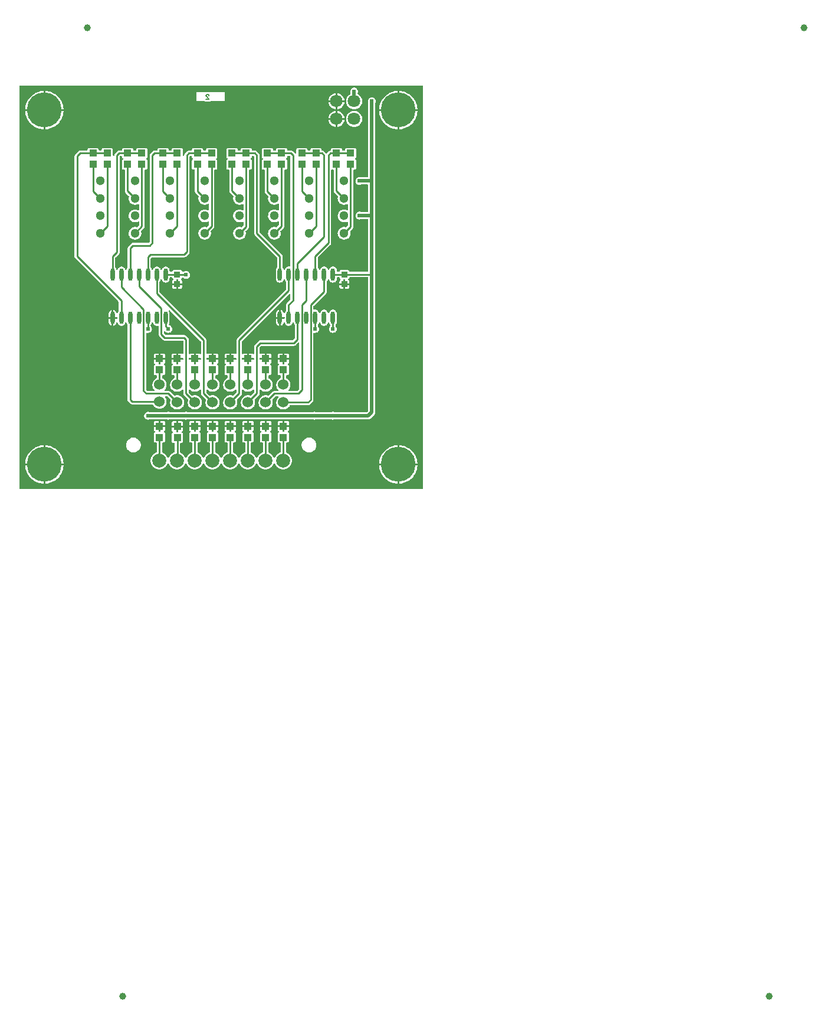
<source format=gbl>
G04 Layer: BottomLayer*
G04 Panelize: Stamp Hole, Column: 2, Row: 2, Board Size: 58.42mm x 58.42mm, Panelized Board Size: 122.84mm x 122.84mm*
G04 EasyEDA v6.5.34, 2023-08-03 19:43:33*
G04 740b3f77cd964f928969c304b1e17296,5a6b42c53f6a479593ecc07194224c93,10*
G04 Gerber Generator version 0.2*
G04 Scale: 100 percent, Rotated: No, Reflected: No *
G04 Dimensions in millimeters *
G04 leading zeros omitted , absolute positions ,4 integer and 5 decimal *
%FSLAX45Y45*%
%MOMM*%

%AMMACRO1*21,1,$1,$2,0,0,$3*%
%ADD10C,0.1524*%
%ADD11C,0.2540*%
%ADD12C,0.5000*%
%ADD13MACRO1,1X1.1X90.0000*%
%ADD14O,0.5999988X1.7999964*%
%ADD15MACRO1,0.8X0.9X-90.0000*%
%ADD16C,1.0000*%
%ADD17C,5.0000*%
%ADD18C,1.5240*%
%ADD19C,2.0000*%
%ADD20C,1.3000*%
%ADD21C,1.8000*%
%ADD22C,0.6096*%
%ADD23C,0.0198*%

%LPD*%
G36*
X5805932Y25908D02*
G01*
X36068Y26416D01*
X32156Y27178D01*
X28905Y29362D01*
X26670Y32664D01*
X25908Y36576D01*
X25908Y5805932D01*
X26670Y5809843D01*
X28905Y5813094D01*
X32156Y5815330D01*
X36068Y5816092D01*
X2555240Y5816092D01*
X2559151Y5815330D01*
X2562402Y5813094D01*
X2564638Y5809843D01*
X2565400Y5805932D01*
X2566162Y5809843D01*
X2568397Y5813094D01*
X2571648Y5815330D01*
X2575560Y5816092D01*
X5805932Y5816092D01*
X5809843Y5815330D01*
X5813094Y5813094D01*
X5815330Y5809843D01*
X5816092Y5805932D01*
X5816092Y36068D01*
X5815330Y32207D01*
X5813094Y28905D01*
X5809843Y26670D01*
G37*

%LPC*%
G36*
X4584700Y5600700D02*
G01*
X4687112Y5600700D01*
X4686960Y5602528D01*
X4684268Y5616803D01*
X4679746Y5630672D01*
X4673549Y5643829D01*
X4665776Y5656122D01*
X4656480Y5667349D01*
X4645863Y5677306D01*
X4634077Y5685840D01*
X4621326Y5692851D01*
X4607814Y5698236D01*
X4593691Y5701842D01*
X4584700Y5702960D01*
G37*
G36*
X5448300Y105613D02*
G01*
X5448300Y368300D01*
X5185410Y368300D01*
X5187289Y346405D01*
X5191150Y323646D01*
X5196890Y301244D01*
X5204460Y279450D01*
X5213858Y258317D01*
X5224983Y238099D01*
X5237784Y218846D01*
X5252161Y200710D01*
X5267960Y183896D01*
X5285130Y168402D01*
X5303520Y154432D01*
X5323027Y142087D01*
X5343499Y131368D01*
X5364835Y122428D01*
X5386781Y115265D01*
X5409285Y109982D01*
X5432145Y106629D01*
G37*
G36*
X368300Y105613D02*
G01*
X368300Y368300D01*
X105410Y368300D01*
X107289Y346405D01*
X111150Y323646D01*
X116890Y301244D01*
X124460Y279450D01*
X133858Y258317D01*
X144983Y238099D01*
X157784Y218846D01*
X172161Y200710D01*
X187960Y183896D01*
X205130Y168402D01*
X223520Y154432D01*
X243027Y142087D01*
X263499Y131368D01*
X284835Y122428D01*
X306781Y115265D01*
X329285Y109982D01*
X352145Y106629D01*
G37*
G36*
X2029206Y309524D02*
G01*
X2044395Y310438D01*
X2059330Y313182D01*
X2073859Y317703D01*
X2087727Y323951D01*
X2100732Y331825D01*
X2112670Y341172D01*
X2123440Y351942D01*
X2132787Y363880D01*
X2140661Y376885D01*
X2146960Y390804D01*
X2149144Y394004D01*
X2152396Y396087D01*
X2156206Y396798D01*
X2160016Y396087D01*
X2163267Y394004D01*
X2165451Y390804D01*
X2171750Y376885D01*
X2179624Y363880D01*
X2188972Y351942D01*
X2199741Y341172D01*
X2211679Y331825D01*
X2224684Y323951D01*
X2238552Y317703D01*
X2253081Y313182D01*
X2268016Y310438D01*
X2283206Y309524D01*
X2298395Y310438D01*
X2313330Y313182D01*
X2327859Y317703D01*
X2341727Y323951D01*
X2354732Y331825D01*
X2366670Y341172D01*
X2377440Y351942D01*
X2386787Y363880D01*
X2394661Y376885D01*
X2400960Y390804D01*
X2403144Y394004D01*
X2406396Y396087D01*
X2410206Y396798D01*
X2414016Y396087D01*
X2417267Y394004D01*
X2419451Y390804D01*
X2425750Y376885D01*
X2433624Y363880D01*
X2442972Y351942D01*
X2453741Y341172D01*
X2465679Y331825D01*
X2478684Y323951D01*
X2492552Y317703D01*
X2507081Y313182D01*
X2522016Y310438D01*
X2537206Y309524D01*
X2552395Y310438D01*
X2567330Y313182D01*
X2581859Y317703D01*
X2595727Y323951D01*
X2608732Y331825D01*
X2620670Y341172D01*
X2631440Y351942D01*
X2640787Y363880D01*
X2648661Y376885D01*
X2654960Y390804D01*
X2657144Y394004D01*
X2660396Y396087D01*
X2664206Y396798D01*
X2668016Y396087D01*
X2671267Y394004D01*
X2673451Y390804D01*
X2679750Y376885D01*
X2687624Y363880D01*
X2696972Y351942D01*
X2707741Y341172D01*
X2719679Y331825D01*
X2732684Y323951D01*
X2746552Y317703D01*
X2761081Y313182D01*
X2776016Y310438D01*
X2791206Y309524D01*
X2806395Y310438D01*
X2821330Y313182D01*
X2835859Y317703D01*
X2849727Y323951D01*
X2862732Y331825D01*
X2874670Y341172D01*
X2885440Y351942D01*
X2894787Y363880D01*
X2902661Y376885D01*
X2908960Y390804D01*
X2911144Y394004D01*
X2914396Y396087D01*
X2918206Y396798D01*
X2922016Y396087D01*
X2925267Y394004D01*
X2927451Y390804D01*
X2933750Y376885D01*
X2941624Y363880D01*
X2950972Y351942D01*
X2961741Y341172D01*
X2973679Y331825D01*
X2986684Y323951D01*
X3000552Y317703D01*
X3015081Y313182D01*
X3030016Y310438D01*
X3045206Y309524D01*
X3060395Y310438D01*
X3075330Y313182D01*
X3089859Y317703D01*
X3103727Y323951D01*
X3116732Y331825D01*
X3128670Y341172D01*
X3139440Y351942D01*
X3148787Y363880D01*
X3156661Y376885D01*
X3162960Y390804D01*
X3165144Y394004D01*
X3168396Y396087D01*
X3172206Y396798D01*
X3176016Y396087D01*
X3179267Y394004D01*
X3181451Y390804D01*
X3187750Y376885D01*
X3195624Y363880D01*
X3204972Y351942D01*
X3215741Y341172D01*
X3227679Y331825D01*
X3240684Y323951D01*
X3254552Y317703D01*
X3269081Y313182D01*
X3284016Y310438D01*
X3299206Y309524D01*
X3314395Y310438D01*
X3329330Y313182D01*
X3343859Y317703D01*
X3357727Y323951D01*
X3370732Y331825D01*
X3382670Y341172D01*
X3393440Y351942D01*
X3402787Y363880D01*
X3410661Y376885D01*
X3416960Y390804D01*
X3419144Y394004D01*
X3422396Y396087D01*
X3426206Y396798D01*
X3430015Y396087D01*
X3433267Y394004D01*
X3435451Y390804D01*
X3441750Y376885D01*
X3449624Y363880D01*
X3458972Y351942D01*
X3469741Y341172D01*
X3481679Y331825D01*
X3494684Y323951D01*
X3508552Y317703D01*
X3523081Y313182D01*
X3538016Y310438D01*
X3553206Y309524D01*
X3568395Y310438D01*
X3583330Y313182D01*
X3597859Y317703D01*
X3611727Y323951D01*
X3624732Y331825D01*
X3636670Y341172D01*
X3647440Y351942D01*
X3656787Y363880D01*
X3664661Y376885D01*
X3670960Y390804D01*
X3673144Y394004D01*
X3676396Y396087D01*
X3680206Y396798D01*
X3684015Y396087D01*
X3687267Y394004D01*
X3689451Y390804D01*
X3695750Y376885D01*
X3703624Y363880D01*
X3712972Y351942D01*
X3723741Y341172D01*
X3735679Y331825D01*
X3748684Y323951D01*
X3762552Y317703D01*
X3777081Y313182D01*
X3792016Y310438D01*
X3807206Y309524D01*
X3822395Y310438D01*
X3837330Y313182D01*
X3851859Y317703D01*
X3865727Y323951D01*
X3878732Y331825D01*
X3890670Y341172D01*
X3901440Y351942D01*
X3910787Y363880D01*
X3918661Y376885D01*
X3924909Y390753D01*
X3929430Y405282D01*
X3932174Y420217D01*
X3933088Y435406D01*
X3932174Y450596D01*
X3929430Y465531D01*
X3924909Y480059D01*
X3918661Y493928D01*
X3910787Y506933D01*
X3901440Y518871D01*
X3890670Y529640D01*
X3878732Y538988D01*
X3865727Y546862D01*
X3854602Y551891D01*
X3851452Y554126D01*
X3849319Y557326D01*
X3848608Y561136D01*
X3848608Y683818D01*
X3849370Y687730D01*
X3851605Y691032D01*
X3854856Y693216D01*
X3858768Y693978D01*
X3864457Y693978D01*
X3870756Y694690D01*
X3876243Y696620D01*
X3881120Y699719D01*
X3885234Y703783D01*
X3888282Y708710D01*
X3890213Y714146D01*
X3890924Y720496D01*
X3890924Y819353D01*
X3890213Y825652D01*
X3888282Y831138D01*
X3885234Y836015D01*
X3881120Y840130D01*
X3879240Y841298D01*
X3876294Y844092D01*
X3874668Y847852D01*
X3874668Y851916D01*
X3876294Y855675D01*
X3879240Y858519D01*
X3881120Y859688D01*
X3885234Y863803D01*
X3888282Y868680D01*
X3890213Y874115D01*
X3890924Y880465D01*
X3890924Y917194D01*
X3822700Y917194D01*
X3822700Y855980D01*
X3821937Y852068D01*
X3819753Y848766D01*
X3816451Y846582D01*
X3812540Y845819D01*
X3807460Y845819D01*
X3803599Y846582D01*
X3800297Y848766D01*
X3798062Y852068D01*
X3797300Y855980D01*
X3797300Y917194D01*
X3729126Y917194D01*
X3729126Y880465D01*
X3729837Y874115D01*
X3731717Y868680D01*
X3734815Y863803D01*
X3738879Y859688D01*
X3740810Y858519D01*
X3743756Y855675D01*
X3745331Y851916D01*
X3745331Y847852D01*
X3743756Y844092D01*
X3740810Y841298D01*
X3738879Y840130D01*
X3734815Y836015D01*
X3731717Y831138D01*
X3729837Y825652D01*
X3729126Y819353D01*
X3729126Y720496D01*
X3729837Y714146D01*
X3731717Y708710D01*
X3734815Y703783D01*
X3738879Y699719D01*
X3743807Y696620D01*
X3749243Y694690D01*
X3755593Y693978D01*
X3761232Y693978D01*
X3765143Y693216D01*
X3768394Y691032D01*
X3770629Y687730D01*
X3771392Y683818D01*
X3771392Y563321D01*
X3770477Y559155D01*
X3767988Y555752D01*
X3764229Y553618D01*
X3762552Y553110D01*
X3748684Y546862D01*
X3735679Y538988D01*
X3723741Y529640D01*
X3712972Y518871D01*
X3703624Y506933D01*
X3695750Y493928D01*
X3689451Y480009D01*
X3687267Y476808D01*
X3684015Y474726D01*
X3680206Y474014D01*
X3676396Y474726D01*
X3673144Y476808D01*
X3670960Y480009D01*
X3664661Y493928D01*
X3656787Y506933D01*
X3647440Y518871D01*
X3636670Y529640D01*
X3624732Y538988D01*
X3611727Y546862D01*
X3600602Y551891D01*
X3597452Y554126D01*
X3595319Y557326D01*
X3594608Y561136D01*
X3594608Y683818D01*
X3595370Y687730D01*
X3597605Y691032D01*
X3600856Y693216D01*
X3604768Y693978D01*
X3610457Y693978D01*
X3616756Y694690D01*
X3622243Y696620D01*
X3627120Y699719D01*
X3631234Y703783D01*
X3634282Y708710D01*
X3636213Y714146D01*
X3636924Y720496D01*
X3636924Y819353D01*
X3636213Y825652D01*
X3634282Y831138D01*
X3631234Y836015D01*
X3627120Y840130D01*
X3625240Y841298D01*
X3622294Y844092D01*
X3620668Y847852D01*
X3620668Y851916D01*
X3622294Y855675D01*
X3625240Y858519D01*
X3627120Y859688D01*
X3631234Y863803D01*
X3634282Y868680D01*
X3636213Y874115D01*
X3636924Y880465D01*
X3636924Y917194D01*
X3568700Y917194D01*
X3568700Y855980D01*
X3567937Y852068D01*
X3565753Y848766D01*
X3562451Y846582D01*
X3558540Y845819D01*
X3553460Y845819D01*
X3549599Y846582D01*
X3546297Y848766D01*
X3544062Y852068D01*
X3543300Y855980D01*
X3543300Y917194D01*
X3475126Y917194D01*
X3475126Y880465D01*
X3475837Y874115D01*
X3477717Y868680D01*
X3480815Y863803D01*
X3484879Y859688D01*
X3486810Y858519D01*
X3489756Y855675D01*
X3491331Y851916D01*
X3491331Y847852D01*
X3489756Y844092D01*
X3486810Y841298D01*
X3484879Y840130D01*
X3480815Y836015D01*
X3477717Y831138D01*
X3475837Y825652D01*
X3475126Y819353D01*
X3475126Y720496D01*
X3475837Y714146D01*
X3477717Y708710D01*
X3480815Y703783D01*
X3484879Y699719D01*
X3489807Y696620D01*
X3495243Y694690D01*
X3501593Y693978D01*
X3507232Y693978D01*
X3511143Y693216D01*
X3514394Y691032D01*
X3516629Y687730D01*
X3517392Y683818D01*
X3517392Y563321D01*
X3516477Y559155D01*
X3513988Y555752D01*
X3510229Y553618D01*
X3508552Y553110D01*
X3494684Y546862D01*
X3481679Y538988D01*
X3469741Y529640D01*
X3458972Y518871D01*
X3449624Y506933D01*
X3441750Y493928D01*
X3435451Y480009D01*
X3433267Y476808D01*
X3430015Y474726D01*
X3426206Y474014D01*
X3422396Y474726D01*
X3419144Y476808D01*
X3416960Y480009D01*
X3410661Y493928D01*
X3402787Y506933D01*
X3393440Y518871D01*
X3382670Y529640D01*
X3370732Y538988D01*
X3357727Y546862D01*
X3346602Y551891D01*
X3343452Y554126D01*
X3341319Y557326D01*
X3340608Y561136D01*
X3340608Y683818D01*
X3341370Y687730D01*
X3343605Y691032D01*
X3346856Y693216D01*
X3350768Y693978D01*
X3356457Y693978D01*
X3362756Y694690D01*
X3368243Y696620D01*
X3373120Y699719D01*
X3377234Y703783D01*
X3380282Y708710D01*
X3382213Y714146D01*
X3382924Y720496D01*
X3382924Y819353D01*
X3382213Y825652D01*
X3380282Y831138D01*
X3377234Y836015D01*
X3373120Y840130D01*
X3371240Y841298D01*
X3368294Y844092D01*
X3366668Y847852D01*
X3366668Y851916D01*
X3368294Y855675D01*
X3371240Y858519D01*
X3373120Y859688D01*
X3377234Y863803D01*
X3380282Y868680D01*
X3382213Y874115D01*
X3382924Y880465D01*
X3382924Y917194D01*
X3314700Y917194D01*
X3314700Y855980D01*
X3313937Y852068D01*
X3311753Y848766D01*
X3308451Y846582D01*
X3304540Y845819D01*
X3299460Y845819D01*
X3295599Y846582D01*
X3292297Y848766D01*
X3290062Y852068D01*
X3289300Y855980D01*
X3289300Y917194D01*
X3221126Y917194D01*
X3221126Y880465D01*
X3221837Y874115D01*
X3223717Y868680D01*
X3226816Y863803D01*
X3230880Y859688D01*
X3232810Y858519D01*
X3235756Y855675D01*
X3237331Y851916D01*
X3237331Y847852D01*
X3235756Y844092D01*
X3232810Y841298D01*
X3230880Y840130D01*
X3226816Y836015D01*
X3223717Y831138D01*
X3221837Y825652D01*
X3221126Y819353D01*
X3221126Y720496D01*
X3221837Y714146D01*
X3223717Y708710D01*
X3226816Y703783D01*
X3230880Y699719D01*
X3235807Y696620D01*
X3241243Y694690D01*
X3247593Y693978D01*
X3253232Y693978D01*
X3257143Y693216D01*
X3260394Y691032D01*
X3262629Y687730D01*
X3263392Y683818D01*
X3263392Y563321D01*
X3262477Y559155D01*
X3259988Y555752D01*
X3256229Y553618D01*
X3254552Y553110D01*
X3240684Y546862D01*
X3227679Y538988D01*
X3215741Y529640D01*
X3204972Y518871D01*
X3195624Y506933D01*
X3187750Y493928D01*
X3181451Y480009D01*
X3179267Y476808D01*
X3176016Y474726D01*
X3172206Y474014D01*
X3168396Y474726D01*
X3165144Y476808D01*
X3162960Y480009D01*
X3156661Y493928D01*
X3148787Y506933D01*
X3139440Y518871D01*
X3128670Y529640D01*
X3116732Y538988D01*
X3103727Y546862D01*
X3092602Y551891D01*
X3089452Y554126D01*
X3087319Y557326D01*
X3086608Y561136D01*
X3086608Y683818D01*
X3087370Y687730D01*
X3089605Y691032D01*
X3092856Y693216D01*
X3096768Y693978D01*
X3102457Y693978D01*
X3108756Y694690D01*
X3114243Y696620D01*
X3119120Y699719D01*
X3123234Y703783D01*
X3126282Y708710D01*
X3128213Y714146D01*
X3128924Y720496D01*
X3128924Y819353D01*
X3128213Y825652D01*
X3126282Y831138D01*
X3123234Y836015D01*
X3119120Y840130D01*
X3117240Y841298D01*
X3114294Y844092D01*
X3112668Y847852D01*
X3112668Y851916D01*
X3114294Y855675D01*
X3117240Y858519D01*
X3119120Y859688D01*
X3123234Y863803D01*
X3126282Y868680D01*
X3128213Y874115D01*
X3128924Y880465D01*
X3128924Y917194D01*
X3060700Y917194D01*
X3060700Y855980D01*
X3059938Y852068D01*
X3057753Y848766D01*
X3054451Y846582D01*
X3050540Y845819D01*
X3045460Y845819D01*
X3041599Y846582D01*
X3038297Y848766D01*
X3036062Y852068D01*
X3035300Y855980D01*
X3035300Y917194D01*
X2967126Y917194D01*
X2967126Y880465D01*
X2967837Y874115D01*
X2969717Y868680D01*
X2972816Y863803D01*
X2976880Y859688D01*
X2978810Y858519D01*
X2981756Y855675D01*
X2983331Y851916D01*
X2983331Y847852D01*
X2981756Y844092D01*
X2978810Y841298D01*
X2976880Y840130D01*
X2972816Y836015D01*
X2969717Y831138D01*
X2967837Y825652D01*
X2967126Y819353D01*
X2967126Y720496D01*
X2967837Y714146D01*
X2969717Y708710D01*
X2972816Y703783D01*
X2976880Y699719D01*
X2981807Y696620D01*
X2987243Y694690D01*
X2993593Y693978D01*
X2999232Y693978D01*
X3003143Y693216D01*
X3006394Y691032D01*
X3008630Y687730D01*
X3009392Y683818D01*
X3009392Y563321D01*
X3008477Y559155D01*
X3005988Y555752D01*
X3002229Y553618D01*
X3000552Y553110D01*
X2986684Y546862D01*
X2973679Y538988D01*
X2961741Y529640D01*
X2950972Y518871D01*
X2941624Y506933D01*
X2933750Y493928D01*
X2927451Y480009D01*
X2925267Y476808D01*
X2922016Y474726D01*
X2918206Y474014D01*
X2914396Y474726D01*
X2911144Y476808D01*
X2908960Y480009D01*
X2902661Y493928D01*
X2894787Y506933D01*
X2885440Y518871D01*
X2874670Y529640D01*
X2862732Y538988D01*
X2849727Y546862D01*
X2838602Y551891D01*
X2835452Y554126D01*
X2833319Y557326D01*
X2832608Y561136D01*
X2832608Y683818D01*
X2833370Y687730D01*
X2835605Y691032D01*
X2838856Y693216D01*
X2842768Y693978D01*
X2848457Y693978D01*
X2854756Y694690D01*
X2860243Y696620D01*
X2865120Y699719D01*
X2869234Y703783D01*
X2872282Y708710D01*
X2874213Y714146D01*
X2874924Y720496D01*
X2874924Y819353D01*
X2874213Y825652D01*
X2872282Y831138D01*
X2869234Y836015D01*
X2865120Y840130D01*
X2863240Y841298D01*
X2860294Y844092D01*
X2858668Y847852D01*
X2858668Y851916D01*
X2860294Y855675D01*
X2863240Y858519D01*
X2865120Y859688D01*
X2869234Y863803D01*
X2872282Y868680D01*
X2874213Y874115D01*
X2874924Y880465D01*
X2874924Y917194D01*
X2806700Y917194D01*
X2806700Y855980D01*
X2805938Y852068D01*
X2803753Y848766D01*
X2800451Y846582D01*
X2796540Y845819D01*
X2791460Y845819D01*
X2787599Y846582D01*
X2784297Y848766D01*
X2782062Y852068D01*
X2781300Y855980D01*
X2781300Y917194D01*
X2713126Y917194D01*
X2713126Y880465D01*
X2713837Y874115D01*
X2715717Y868680D01*
X2718816Y863803D01*
X2722880Y859688D01*
X2724810Y858519D01*
X2727756Y855675D01*
X2729331Y851916D01*
X2729331Y847852D01*
X2727756Y844092D01*
X2724810Y841298D01*
X2722880Y840130D01*
X2718816Y836015D01*
X2715717Y831138D01*
X2713837Y825652D01*
X2713126Y819353D01*
X2713126Y720496D01*
X2713837Y714146D01*
X2715717Y708710D01*
X2718816Y703783D01*
X2722880Y699719D01*
X2727807Y696620D01*
X2733243Y694690D01*
X2739593Y693978D01*
X2745232Y693978D01*
X2749143Y693216D01*
X2752394Y691032D01*
X2754630Y687730D01*
X2755392Y683818D01*
X2755392Y563321D01*
X2754477Y559155D01*
X2751988Y555752D01*
X2748229Y553618D01*
X2746552Y553110D01*
X2732684Y546862D01*
X2719679Y538988D01*
X2707741Y529640D01*
X2696972Y518871D01*
X2687624Y506933D01*
X2679750Y493928D01*
X2673451Y480009D01*
X2671267Y476808D01*
X2668016Y474726D01*
X2664206Y474014D01*
X2660396Y474726D01*
X2657144Y476808D01*
X2654960Y480009D01*
X2648661Y493928D01*
X2640787Y506933D01*
X2631440Y518871D01*
X2620670Y529640D01*
X2608732Y538988D01*
X2595727Y546862D01*
X2584602Y551891D01*
X2581452Y554126D01*
X2579319Y557326D01*
X2578608Y561136D01*
X2578608Y683818D01*
X2579370Y687730D01*
X2581605Y691032D01*
X2584856Y693216D01*
X2588768Y693978D01*
X2594457Y693978D01*
X2600756Y694690D01*
X2606243Y696620D01*
X2611120Y699719D01*
X2615234Y703783D01*
X2618282Y708710D01*
X2620213Y714146D01*
X2620924Y720496D01*
X2620924Y819353D01*
X2620213Y825652D01*
X2618282Y831138D01*
X2615234Y836015D01*
X2611120Y840130D01*
X2609240Y841298D01*
X2606294Y844092D01*
X2604668Y847852D01*
X2604668Y851916D01*
X2606294Y855675D01*
X2609240Y858519D01*
X2611120Y859688D01*
X2615234Y863803D01*
X2618282Y868680D01*
X2620213Y874115D01*
X2620924Y880465D01*
X2620924Y917194D01*
X2552700Y917194D01*
X2552700Y855980D01*
X2551938Y852068D01*
X2549753Y848766D01*
X2546451Y846582D01*
X2542540Y845819D01*
X2537460Y845819D01*
X2533599Y846582D01*
X2530297Y848766D01*
X2528062Y852068D01*
X2527300Y855980D01*
X2527300Y917194D01*
X2459126Y917194D01*
X2459126Y880465D01*
X2459837Y874115D01*
X2461717Y868680D01*
X2464816Y863803D01*
X2468880Y859688D01*
X2470810Y858519D01*
X2473756Y855675D01*
X2475331Y851916D01*
X2475331Y847852D01*
X2473756Y844092D01*
X2470810Y841298D01*
X2468880Y840130D01*
X2464816Y836015D01*
X2461717Y831138D01*
X2459837Y825652D01*
X2459126Y819353D01*
X2459126Y720496D01*
X2459837Y714146D01*
X2461717Y708710D01*
X2464816Y703783D01*
X2468880Y699719D01*
X2473807Y696620D01*
X2479243Y694690D01*
X2485593Y693978D01*
X2491232Y693978D01*
X2495143Y693216D01*
X2498394Y691032D01*
X2500630Y687730D01*
X2501392Y683818D01*
X2501392Y563321D01*
X2500477Y559155D01*
X2497988Y555752D01*
X2494229Y553618D01*
X2492552Y553110D01*
X2478684Y546862D01*
X2465679Y538988D01*
X2453741Y529640D01*
X2442972Y518871D01*
X2433624Y506933D01*
X2425750Y493928D01*
X2419451Y480009D01*
X2417267Y476808D01*
X2414016Y474726D01*
X2410206Y474014D01*
X2406396Y474726D01*
X2403144Y476808D01*
X2400960Y480009D01*
X2394661Y493928D01*
X2386787Y506933D01*
X2377440Y518871D01*
X2366670Y529640D01*
X2354732Y538988D01*
X2341727Y546862D01*
X2333396Y550621D01*
X2330246Y552856D01*
X2328164Y556107D01*
X2327402Y559866D01*
X2327402Y680212D01*
X2328164Y684123D01*
X2330399Y687425D01*
X2333701Y689610D01*
X2337562Y690372D01*
X2343251Y690372D01*
X2349550Y691134D01*
X2355037Y693013D01*
X2359914Y696112D01*
X2364028Y700176D01*
X2367076Y705104D01*
X2369007Y710539D01*
X2369718Y716889D01*
X2369718Y815746D01*
X2369007Y822045D01*
X2367076Y827532D01*
X2364028Y832408D01*
X2359914Y836523D01*
X2358034Y837692D01*
X2355088Y840536D01*
X2353513Y844245D01*
X2353513Y848360D01*
X2355088Y852068D01*
X2358034Y854913D01*
X2359914Y856081D01*
X2364028Y860196D01*
X2367076Y865073D01*
X2369007Y870559D01*
X2369718Y876858D01*
X2369718Y913587D01*
X2301494Y913587D01*
X2301494Y852373D01*
X2300732Y848461D01*
X2298547Y845210D01*
X2295245Y842975D01*
X2291334Y842213D01*
X2286254Y842213D01*
X2282393Y842975D01*
X2279091Y845210D01*
X2276906Y848461D01*
X2276094Y852373D01*
X2276094Y913587D01*
X2207920Y913587D01*
X2207920Y876858D01*
X2208631Y870559D01*
X2210511Y865073D01*
X2213610Y860196D01*
X2217674Y856081D01*
X2219604Y854913D01*
X2222550Y852068D01*
X2224125Y848360D01*
X2224125Y844245D01*
X2222550Y840536D01*
X2219604Y837692D01*
X2217674Y836523D01*
X2213610Y832408D01*
X2210511Y827532D01*
X2208631Y822045D01*
X2207920Y815746D01*
X2207920Y716889D01*
X2208631Y710539D01*
X2210511Y705104D01*
X2213610Y700176D01*
X2217674Y696112D01*
X2222601Y693013D01*
X2228037Y691134D01*
X2234387Y690372D01*
X2240026Y690372D01*
X2243937Y689610D01*
X2247239Y687425D01*
X2249424Y684123D01*
X2250186Y680212D01*
X2250186Y564235D01*
X2249322Y560070D01*
X2246782Y556615D01*
X2243074Y554532D01*
X2238552Y553110D01*
X2224684Y546862D01*
X2211679Y538988D01*
X2199741Y529640D01*
X2188972Y518871D01*
X2179624Y506933D01*
X2171750Y493928D01*
X2165451Y480009D01*
X2163267Y476808D01*
X2160016Y474726D01*
X2156206Y474014D01*
X2152396Y474726D01*
X2149144Y476808D01*
X2146960Y480009D01*
X2140661Y493928D01*
X2132787Y506933D01*
X2123440Y518871D01*
X2112670Y529640D01*
X2100732Y538988D01*
X2087727Y546862D01*
X2076602Y551891D01*
X2073452Y554126D01*
X2071319Y557326D01*
X2070607Y561136D01*
X2070607Y683818D01*
X2071370Y687730D01*
X2073605Y691032D01*
X2076856Y693216D01*
X2080768Y693978D01*
X2086457Y693978D01*
X2092756Y694690D01*
X2098243Y696620D01*
X2103120Y699719D01*
X2107234Y703783D01*
X2110282Y708710D01*
X2112213Y714146D01*
X2112924Y720496D01*
X2112924Y819353D01*
X2112213Y825652D01*
X2110282Y831138D01*
X2107234Y836015D01*
X2103120Y840130D01*
X2101240Y841298D01*
X2098294Y844092D01*
X2096668Y847852D01*
X2096668Y851916D01*
X2098294Y855675D01*
X2101240Y858519D01*
X2103120Y859688D01*
X2107234Y863803D01*
X2110282Y868680D01*
X2112213Y874115D01*
X2112924Y880465D01*
X2112924Y917194D01*
X2044700Y917194D01*
X2044700Y855980D01*
X2043938Y852068D01*
X2041753Y848766D01*
X2038451Y846582D01*
X2034539Y845819D01*
X2029460Y845819D01*
X2025599Y846582D01*
X2022297Y848766D01*
X2020062Y852068D01*
X2019300Y855980D01*
X2019300Y917194D01*
X1951126Y917194D01*
X1951126Y880465D01*
X1951837Y874115D01*
X1953717Y868680D01*
X1956816Y863803D01*
X1960880Y859688D01*
X1962810Y858519D01*
X1965756Y855675D01*
X1967331Y851916D01*
X1967331Y847852D01*
X1965756Y844092D01*
X1962810Y841298D01*
X1960880Y840130D01*
X1956816Y836015D01*
X1953717Y831138D01*
X1951837Y825652D01*
X1951126Y819353D01*
X1951126Y720496D01*
X1951837Y714146D01*
X1953717Y708710D01*
X1956816Y703783D01*
X1960880Y699719D01*
X1965807Y696620D01*
X1971243Y694690D01*
X1977593Y693978D01*
X1983232Y693978D01*
X1987143Y693216D01*
X1990394Y691032D01*
X1992630Y687730D01*
X1993392Y683818D01*
X1993392Y563321D01*
X1992477Y559155D01*
X1989988Y555752D01*
X1986229Y553618D01*
X1984552Y553110D01*
X1970684Y546862D01*
X1957679Y538988D01*
X1945741Y529640D01*
X1934972Y518871D01*
X1925624Y506933D01*
X1917750Y493928D01*
X1911502Y480059D01*
X1906981Y465531D01*
X1904238Y450596D01*
X1903323Y435406D01*
X1904238Y420217D01*
X1906981Y405282D01*
X1911502Y390753D01*
X1917750Y376885D01*
X1925624Y363880D01*
X1934972Y351942D01*
X1945741Y341172D01*
X1957679Y331825D01*
X1970684Y323951D01*
X1984552Y317703D01*
X1999081Y313182D01*
X2014016Y310438D01*
G37*
G36*
X393700Y393700D02*
G01*
X656336Y393700D01*
X655929Y404063D01*
X653034Y427024D01*
X648208Y449630D01*
X641553Y471728D01*
X633018Y493217D01*
X622757Y513892D01*
X610819Y533704D01*
X597204Y552348D01*
X582117Y569874D01*
X565607Y586028D01*
X547827Y600760D01*
X528828Y613968D01*
X508812Y625500D01*
X487934Y635355D01*
X466242Y643382D01*
X443992Y649630D01*
X421284Y653948D01*
X398322Y656336D01*
X393700Y656437D01*
G37*
G36*
X5473700Y393700D02*
G01*
X5736336Y393700D01*
X5735929Y404063D01*
X5733034Y427024D01*
X5728208Y449630D01*
X5721553Y471728D01*
X5713018Y493217D01*
X5702757Y513892D01*
X5690819Y533704D01*
X5677204Y552348D01*
X5662117Y569874D01*
X5645607Y586028D01*
X5627827Y600760D01*
X5608828Y613968D01*
X5588812Y625500D01*
X5567934Y635355D01*
X5546242Y643382D01*
X5523992Y649630D01*
X5501284Y653948D01*
X5478322Y656336D01*
X5473700Y656437D01*
G37*
G36*
X5185410Y393700D02*
G01*
X5448300Y393700D01*
X5448300Y656386D01*
X5432145Y655370D01*
X5409285Y652018D01*
X5386781Y646734D01*
X5364835Y639572D01*
X5343499Y630631D01*
X5323027Y619912D01*
X5303520Y607568D01*
X5285130Y593598D01*
X5267960Y578104D01*
X5252161Y561289D01*
X5237784Y543153D01*
X5224983Y523900D01*
X5213858Y503682D01*
X5204460Y482549D01*
X5196890Y460756D01*
X5191150Y438353D01*
X5187289Y415594D01*
G37*
G36*
X105410Y393700D02*
G01*
X368300Y393700D01*
X368300Y656386D01*
X352145Y655370D01*
X329285Y652018D01*
X306781Y646734D01*
X284835Y639572D01*
X263499Y630631D01*
X243027Y619912D01*
X223520Y607568D01*
X205130Y593598D01*
X187960Y578104D01*
X172161Y561289D01*
X157784Y543153D01*
X144983Y523900D01*
X133858Y503682D01*
X124460Y482549D01*
X116890Y460756D01*
X111150Y438353D01*
X107289Y415594D01*
G37*
G36*
X1657604Y554532D02*
G01*
X1671421Y555396D01*
X1684985Y558139D01*
X1698142Y562559D01*
X1710537Y568706D01*
X1722069Y576376D01*
X1732483Y585520D01*
X1741627Y595934D01*
X1749298Y607466D01*
X1755444Y619861D01*
X1759864Y633018D01*
X1762607Y646582D01*
X1763471Y660400D01*
X1762607Y674217D01*
X1759864Y687781D01*
X1755444Y700938D01*
X1749298Y713333D01*
X1741627Y724865D01*
X1732483Y735279D01*
X1722069Y744423D01*
X1710537Y752094D01*
X1698142Y758240D01*
X1684985Y762660D01*
X1671421Y765403D01*
X1657604Y766267D01*
X1643786Y765403D01*
X1630222Y762660D01*
X1617065Y758240D01*
X1604670Y752094D01*
X1593138Y744423D01*
X1582724Y735279D01*
X1573580Y724865D01*
X1565910Y713333D01*
X1559763Y700938D01*
X1555343Y687781D01*
X1552600Y674217D01*
X1551736Y660400D01*
X1552600Y646582D01*
X1555343Y633018D01*
X1559763Y619861D01*
X1565910Y607466D01*
X1573580Y595934D01*
X1582724Y585520D01*
X1593138Y576376D01*
X1604670Y568706D01*
X1617065Y562559D01*
X1630222Y558139D01*
X1643786Y555396D01*
G37*
G36*
X4178808Y554532D02*
G01*
X4192625Y555396D01*
X4206189Y558139D01*
X4219346Y562559D01*
X4231741Y568706D01*
X4243273Y576376D01*
X4253687Y585520D01*
X4262831Y595934D01*
X4270502Y607466D01*
X4276648Y619861D01*
X4281068Y633018D01*
X4283811Y646582D01*
X4284675Y660400D01*
X4283811Y674217D01*
X4281068Y687781D01*
X4276648Y700938D01*
X4270502Y713333D01*
X4262831Y724865D01*
X4253687Y735279D01*
X4243273Y744423D01*
X4231741Y752094D01*
X4219346Y758240D01*
X4206189Y762660D01*
X4192625Y765403D01*
X4178808Y766267D01*
X4164990Y765403D01*
X4151426Y762660D01*
X4138269Y758240D01*
X4125874Y752094D01*
X4114342Y744423D01*
X4103928Y735279D01*
X4094784Y724865D01*
X4087114Y713333D01*
X4080967Y700938D01*
X4076547Y687781D01*
X4073804Y674217D01*
X4072940Y660400D01*
X4073804Y646582D01*
X4076547Y633018D01*
X4080967Y619861D01*
X4087114Y607466D01*
X4094784Y595934D01*
X4103928Y585520D01*
X4114342Y576376D01*
X4125874Y568706D01*
X4138269Y562559D01*
X4151426Y558139D01*
X4164990Y555396D01*
G37*
G36*
X2207920Y938987D02*
G01*
X2276094Y938987D01*
X2276094Y1002182D01*
X2234387Y1002182D01*
X2228037Y1001471D01*
X2222601Y999591D01*
X2217674Y996492D01*
X2213610Y992428D01*
X2210511Y987501D01*
X2208631Y982065D01*
X2207920Y975715D01*
G37*
G36*
X2301494Y938987D02*
G01*
X2369718Y938987D01*
X2369718Y975715D01*
X2369007Y982065D01*
X2367076Y987501D01*
X2364028Y992428D01*
X2359914Y996492D01*
X2355037Y999591D01*
X2349550Y1001471D01*
X2343251Y1002182D01*
X2301494Y1002182D01*
G37*
G36*
X2552700Y942594D02*
G01*
X2620924Y942594D01*
X2620924Y979322D01*
X2620213Y985621D01*
X2618282Y991108D01*
X2615234Y995984D01*
X2611120Y1000099D01*
X2606243Y1003198D01*
X2600756Y1005078D01*
X2594457Y1005789D01*
X2552700Y1005789D01*
G37*
G36*
X3568700Y942594D02*
G01*
X3636924Y942594D01*
X3636924Y979322D01*
X3636213Y985621D01*
X3634282Y991108D01*
X3631234Y995984D01*
X3627120Y1000099D01*
X3622243Y1003198D01*
X3616756Y1005078D01*
X3610457Y1005789D01*
X3568700Y1005789D01*
G37*
G36*
X2806700Y942594D02*
G01*
X2874924Y942594D01*
X2874924Y979322D01*
X2874213Y985621D01*
X2872282Y991108D01*
X2869234Y995984D01*
X2865120Y1000099D01*
X2860243Y1003198D01*
X2854756Y1005078D01*
X2848457Y1005789D01*
X2806700Y1005789D01*
G37*
G36*
X3314700Y942594D02*
G01*
X3382924Y942594D01*
X3382924Y979322D01*
X3382213Y985621D01*
X3380282Y991108D01*
X3377234Y995984D01*
X3373120Y1000099D01*
X3368243Y1003198D01*
X3362756Y1005078D01*
X3356457Y1005789D01*
X3314700Y1005789D01*
G37*
G36*
X2967126Y942594D02*
G01*
X3035300Y942594D01*
X3035300Y1005789D01*
X2993593Y1005789D01*
X2987243Y1005078D01*
X2981807Y1003198D01*
X2976880Y1000099D01*
X2972816Y995984D01*
X2969717Y991108D01*
X2967837Y985621D01*
X2967126Y979322D01*
G37*
G36*
X2713126Y942594D02*
G01*
X2781300Y942594D01*
X2781300Y1005789D01*
X2739593Y1005789D01*
X2733243Y1005078D01*
X2727807Y1003198D01*
X2722880Y1000099D01*
X2718816Y995984D01*
X2715717Y991108D01*
X2713837Y985621D01*
X2713126Y979322D01*
G37*
G36*
X3221126Y942594D02*
G01*
X3289300Y942594D01*
X3289300Y1005789D01*
X3247593Y1005789D01*
X3241243Y1005078D01*
X3235807Y1003198D01*
X3230880Y1000099D01*
X3226816Y995984D01*
X3223717Y991108D01*
X3221837Y985621D01*
X3221126Y979322D01*
G37*
G36*
X2459126Y942594D02*
G01*
X2527300Y942594D01*
X2527300Y1005789D01*
X2485593Y1005789D01*
X2479243Y1005078D01*
X2473807Y1003198D01*
X2468880Y1000099D01*
X2464816Y995984D01*
X2461717Y991108D01*
X2459837Y985621D01*
X2459126Y979322D01*
G37*
G36*
X3475126Y942594D02*
G01*
X3543300Y942594D01*
X3543300Y1005789D01*
X3501593Y1005789D01*
X3495243Y1005078D01*
X3489807Y1003198D01*
X3484879Y1000099D01*
X3480815Y995984D01*
X3477717Y991108D01*
X3475837Y985621D01*
X3475126Y979322D01*
G37*
G36*
X3822700Y942594D02*
G01*
X3890924Y942594D01*
X3890924Y979322D01*
X3890213Y985621D01*
X3888282Y991108D01*
X3885234Y995984D01*
X3881120Y1000099D01*
X3876243Y1003198D01*
X3870756Y1005078D01*
X3864457Y1005789D01*
X3822700Y1005789D01*
G37*
G36*
X3060700Y942594D02*
G01*
X3128924Y942594D01*
X3128924Y979322D01*
X3128213Y985621D01*
X3126282Y991108D01*
X3123234Y995984D01*
X3119120Y1000099D01*
X3114243Y1003198D01*
X3108756Y1005078D01*
X3102457Y1005789D01*
X3060700Y1005789D01*
G37*
G36*
X2044700Y942594D02*
G01*
X2112924Y942594D01*
X2112924Y979322D01*
X2112213Y985621D01*
X2110282Y991108D01*
X2107234Y995984D01*
X2103120Y1000099D01*
X2098243Y1003198D01*
X2092756Y1005078D01*
X2086457Y1005789D01*
X2044700Y1005789D01*
G37*
G36*
X1951126Y942594D02*
G01*
X2019300Y942594D01*
X2019300Y1005789D01*
X1977593Y1005789D01*
X1971243Y1005078D01*
X1965807Y1003198D01*
X1960880Y1000099D01*
X1956816Y995984D01*
X1953717Y991108D01*
X1951837Y985621D01*
X1951126Y979322D01*
G37*
G36*
X3729126Y942594D02*
G01*
X3797300Y942594D01*
X3797300Y1005789D01*
X3755593Y1005789D01*
X3749243Y1005078D01*
X3743807Y1003198D01*
X3738879Y1000099D01*
X3734815Y995984D01*
X3731717Y991108D01*
X3729837Y985621D01*
X3729126Y979322D01*
G37*
G36*
X1866900Y1023162D02*
G01*
X1876704Y1024026D01*
X1886153Y1026566D01*
X1888489Y1027633D01*
X1892807Y1028598D01*
X2133092Y1028598D01*
X2137410Y1027633D01*
X2139746Y1026566D01*
X2149195Y1024026D01*
X2159000Y1023162D01*
X2168804Y1024026D01*
X2178253Y1026566D01*
X2180590Y1027633D01*
X2184908Y1028598D01*
X2387092Y1028598D01*
X2391410Y1027633D01*
X2393746Y1026566D01*
X2403195Y1024026D01*
X2413000Y1023162D01*
X2422804Y1024026D01*
X2432253Y1026566D01*
X2434590Y1027633D01*
X2438908Y1028598D01*
X4228592Y1028598D01*
X4232910Y1027633D01*
X4235246Y1026566D01*
X4244695Y1024026D01*
X4254500Y1023162D01*
X4264304Y1024026D01*
X4273753Y1026566D01*
X4276140Y1027633D01*
X4280408Y1028598D01*
X4495292Y1028598D01*
X4499559Y1027633D01*
X4501946Y1026566D01*
X4511395Y1024026D01*
X4521200Y1023162D01*
X4531004Y1024026D01*
X4540453Y1026566D01*
X4542790Y1027633D01*
X4547108Y1028598D01*
X5028996Y1028598D01*
X5033619Y1028801D01*
X5038039Y1029360D01*
X5042357Y1030325D01*
X5046624Y1031646D01*
X5050688Y1033373D01*
X5054650Y1035405D01*
X5058410Y1037793D01*
X5061915Y1040485D01*
X5065369Y1043635D01*
X5115864Y1094130D01*
X5119014Y1097584D01*
X5121706Y1101090D01*
X5124094Y1104849D01*
X5126126Y1108811D01*
X5127853Y1112875D01*
X5129174Y1117142D01*
X5130139Y1121460D01*
X5130698Y1125880D01*
X5130901Y1130503D01*
X5130901Y5562092D01*
X5131866Y5566410D01*
X5132933Y5568746D01*
X5135473Y5578195D01*
X5136337Y5588000D01*
X5135473Y5597804D01*
X5132933Y5607253D01*
X5128818Y5616194D01*
X5123180Y5624220D01*
X5116220Y5631180D01*
X5108194Y5636818D01*
X5099253Y5640933D01*
X5089804Y5643473D01*
X5080000Y5644337D01*
X5070195Y5643473D01*
X5060746Y5640933D01*
X5051806Y5636818D01*
X5043779Y5631180D01*
X5036820Y5624220D01*
X5031181Y5616194D01*
X5027066Y5607253D01*
X5024526Y5597804D01*
X5023662Y5588000D01*
X5024526Y5578195D01*
X5027066Y5568746D01*
X5028133Y5566410D01*
X5029098Y5562092D01*
X5029098Y4506061D01*
X5028336Y4502200D01*
X5026101Y4498898D01*
X5022799Y4496663D01*
X5018938Y4495901D01*
X4928108Y4495901D01*
X4923790Y4496866D01*
X4921453Y4497933D01*
X4912004Y4500473D01*
X4902200Y4501337D01*
X4892395Y4500473D01*
X4882946Y4497933D01*
X4874006Y4493818D01*
X4865979Y4488180D01*
X4859020Y4481220D01*
X4853381Y4473194D01*
X4849266Y4464253D01*
X4846726Y4454804D01*
X4845862Y4445000D01*
X4846726Y4435195D01*
X4849266Y4425746D01*
X4853381Y4416806D01*
X4859020Y4408779D01*
X4865979Y4401820D01*
X4874006Y4396181D01*
X4882946Y4392066D01*
X4892395Y4389526D01*
X4902200Y4388662D01*
X4912004Y4389526D01*
X4921453Y4392066D01*
X4923790Y4393133D01*
X4928108Y4394098D01*
X5018938Y4394098D01*
X5022799Y4393336D01*
X5026101Y4391101D01*
X5028336Y4387799D01*
X5029098Y4383938D01*
X5029098Y4010761D01*
X5028336Y4006900D01*
X5026101Y4003598D01*
X5022799Y4001363D01*
X5018938Y4000601D01*
X4928108Y4000601D01*
X4923790Y4001566D01*
X4921453Y4002633D01*
X4912004Y4005173D01*
X4902200Y4006037D01*
X4892395Y4005173D01*
X4882946Y4002633D01*
X4874006Y3998518D01*
X4865979Y3992879D01*
X4859020Y3985920D01*
X4853381Y3977894D01*
X4849266Y3968953D01*
X4846726Y3959504D01*
X4845862Y3949700D01*
X4846726Y3939895D01*
X4849266Y3930446D01*
X4853381Y3921506D01*
X4859020Y3913479D01*
X4865979Y3906520D01*
X4874006Y3900881D01*
X4882946Y3896766D01*
X4892395Y3894226D01*
X4902200Y3893362D01*
X4912004Y3894226D01*
X4921453Y3896766D01*
X4923790Y3897833D01*
X4928108Y3898798D01*
X5018938Y3898798D01*
X5022799Y3898036D01*
X5026101Y3895801D01*
X5028336Y3892499D01*
X5029098Y3888638D01*
X5029098Y3154172D01*
X5028336Y3150260D01*
X5026101Y3147009D01*
X5022799Y3144774D01*
X5018938Y3144012D01*
X4766208Y3144012D01*
X4762144Y3144875D01*
X4758740Y3147263D01*
X4756607Y3150819D01*
X4754626Y3156508D01*
X4751527Y3161385D01*
X4747412Y3165500D01*
X4742535Y3168548D01*
X4737049Y3170478D01*
X4730750Y3171190D01*
X4641900Y3171190D01*
X4635550Y3170478D01*
X4630115Y3168548D01*
X4625187Y3165500D01*
X4621123Y3161385D01*
X4618024Y3156508D01*
X4615840Y3150209D01*
X4613706Y3146653D01*
X4610354Y3144266D01*
X4606340Y3143402D01*
X4587341Y3143250D01*
X4583430Y3144012D01*
X4580128Y3146196D01*
X4577892Y3149498D01*
X4577130Y3153410D01*
X4577130Y3163570D01*
X4576216Y3173730D01*
X4573727Y3183128D01*
X4569612Y3191916D01*
X4564024Y3199892D01*
X4557115Y3206800D01*
X4549140Y3212388D01*
X4540300Y3216503D01*
X4530902Y3219043D01*
X4521200Y3219856D01*
X4511497Y3219043D01*
X4502099Y3216503D01*
X4493260Y3212388D01*
X4485284Y3206800D01*
X4478426Y3199892D01*
X4472838Y3191916D01*
X4468723Y3183128D01*
X4467504Y3178708D01*
X4465472Y3174796D01*
X4462018Y3172104D01*
X4457700Y3171139D01*
X4453432Y3172104D01*
X4449927Y3174796D01*
X4447895Y3178708D01*
X4446727Y3183128D01*
X4442612Y3191916D01*
X4437024Y3199892D01*
X4430115Y3206800D01*
X4422140Y3212388D01*
X4413300Y3216503D01*
X4403902Y3219043D01*
X4394200Y3219856D01*
X4384497Y3219043D01*
X4375099Y3216503D01*
X4366260Y3212388D01*
X4358284Y3206800D01*
X4351426Y3199892D01*
X4345838Y3191916D01*
X4341723Y3183128D01*
X4340504Y3178708D01*
X4338472Y3174796D01*
X4335018Y3172104D01*
X4330700Y3171139D01*
X4326432Y3172104D01*
X4322927Y3174796D01*
X4320895Y3178708D01*
X4319727Y3183128D01*
X4315612Y3191916D01*
X4310024Y3199892D01*
X4308805Y3201111D01*
X4306570Y3204413D01*
X4305808Y3208324D01*
X4305808Y3345281D01*
X4306570Y3349193D01*
X4308805Y3352495D01*
X4484624Y3528364D01*
X4489754Y3534562D01*
X4493310Y3541268D01*
X4495495Y3548481D01*
X4496308Y3556508D01*
X4496308Y4598212D01*
X4497019Y4602022D01*
X4499102Y4605223D01*
X4502251Y4607458D01*
X4506010Y4608372D01*
X4511243Y4607306D01*
X4517593Y4606594D01*
X4523232Y4606594D01*
X4527143Y4605832D01*
X4530394Y4603648D01*
X4532630Y4600346D01*
X4533392Y4596434D01*
X4533392Y4305300D01*
X4534204Y4297273D01*
X4536389Y4290060D01*
X4539945Y4283354D01*
X4545076Y4277156D01*
X4591354Y4230827D01*
X4593386Y4227982D01*
X4594301Y4224629D01*
X4594047Y4221175D01*
X4591608Y4211421D01*
X4590288Y4198823D01*
X4590745Y4186174D01*
X4592929Y4173677D01*
X4596841Y4161637D01*
X4602429Y4150207D01*
X4609490Y4139692D01*
X4617974Y4130294D01*
X4627676Y4122115D01*
X4638446Y4115409D01*
X4650028Y4110278D01*
X4662220Y4106773D01*
X4674768Y4104995D01*
X4687468Y4104995D01*
X4700016Y4106773D01*
X4712208Y4110278D01*
X4722317Y4114749D01*
X4726228Y4115612D01*
X4730191Y4114901D01*
X4733544Y4112717D01*
X4735779Y4109415D01*
X4736592Y4105452D01*
X4736592Y4035755D01*
X4735728Y4031691D01*
X4733340Y4028287D01*
X4729784Y4026154D01*
X4725670Y4025595D01*
X4721656Y4026763D01*
X4718100Y4028694D01*
X4706162Y4033012D01*
X4693767Y4035653D01*
X4681118Y4036517D01*
X4668469Y4035653D01*
X4656074Y4033012D01*
X4644136Y4028694D01*
X4632960Y4022750D01*
X4622698Y4015282D01*
X4613554Y4006494D01*
X4605782Y3996486D01*
X4599432Y3985514D01*
X4594656Y3973728D01*
X4591608Y3961434D01*
X4590288Y3948836D01*
X4590745Y3936136D01*
X4592929Y3923690D01*
X4596841Y3911600D01*
X4602429Y3900220D01*
X4609490Y3889705D01*
X4617974Y3880307D01*
X4627676Y3872128D01*
X4638446Y3865422D01*
X4650028Y3860241D01*
X4662220Y3856786D01*
X4674768Y3855008D01*
X4687468Y3855008D01*
X4700016Y3856786D01*
X4712208Y3860241D01*
X4722317Y3864762D01*
X4726228Y3865626D01*
X4730191Y3864914D01*
X4733544Y3862730D01*
X4735779Y3859428D01*
X4736592Y3855465D01*
X4736592Y3810000D01*
X4735830Y3806139D01*
X4733594Y3802837D01*
X4716373Y3785565D01*
X4713630Y3783634D01*
X4710379Y3782669D01*
X4707026Y3782822D01*
X4693767Y3785666D01*
X4681118Y3786530D01*
X4668469Y3785666D01*
X4656074Y3783025D01*
X4644136Y3778707D01*
X4632960Y3772712D01*
X4622698Y3765296D01*
X4613605Y3756456D01*
X4605782Y3746500D01*
X4599432Y3735527D01*
X4594707Y3723741D01*
X4591608Y3711448D01*
X4590288Y3698849D01*
X4590745Y3686149D01*
X4592929Y3673652D01*
X4596841Y3661613D01*
X4602429Y3650234D01*
X4609490Y3639718D01*
X4617974Y3630269D01*
X4627727Y3622141D01*
X4638446Y3615436D01*
X4650028Y3610254D01*
X4662220Y3606749D01*
X4674768Y3605022D01*
X4687468Y3605022D01*
X4700016Y3606749D01*
X4712208Y3610254D01*
X4723790Y3615436D01*
X4734560Y3622141D01*
X4744262Y3630269D01*
X4752746Y3639718D01*
X4759807Y3650234D01*
X4765395Y3661613D01*
X4769307Y3673652D01*
X4771491Y3686149D01*
X4771948Y3698849D01*
X4770628Y3711448D01*
X4768189Y3721201D01*
X4767935Y3724706D01*
X4768850Y3728008D01*
X4770882Y3730853D01*
X4802124Y3762146D01*
X4807254Y3768394D01*
X4810810Y3775049D01*
X4812995Y3782263D01*
X4813808Y3790289D01*
X4813808Y4596434D01*
X4814570Y4600346D01*
X4816805Y4603648D01*
X4820056Y4605832D01*
X4823968Y4606594D01*
X4829657Y4606594D01*
X4835956Y4607306D01*
X4841443Y4609236D01*
X4846320Y4612284D01*
X4850434Y4616399D01*
X4853482Y4621276D01*
X4855413Y4626762D01*
X4856124Y4633061D01*
X4856124Y4731918D01*
X4855413Y4738268D01*
X4853482Y4743704D01*
X4850434Y4748631D01*
X4846320Y4752695D01*
X4844440Y4753914D01*
X4841494Y4756708D01*
X4839868Y4760468D01*
X4839868Y4764532D01*
X4841494Y4768291D01*
X4844440Y4771085D01*
X4846320Y4772304D01*
X4850434Y4776368D01*
X4853482Y4781296D01*
X4855413Y4786731D01*
X4856124Y4793081D01*
X4856124Y4891938D01*
X4855413Y4898237D01*
X4853482Y4903724D01*
X4850434Y4908600D01*
X4846320Y4912715D01*
X4841443Y4915763D01*
X4835956Y4917694D01*
X4829657Y4918405D01*
X4720793Y4918405D01*
X4714443Y4917694D01*
X4709007Y4915763D01*
X4704080Y4912715D01*
X4700016Y4908600D01*
X4696917Y4903724D01*
X4695037Y4898339D01*
X4694224Y4890262D01*
X4693208Y4886706D01*
X4690973Y4883759D01*
X4687773Y4881778D01*
X4684115Y4881118D01*
X4663084Y4881118D01*
X4659426Y4881778D01*
X4656226Y4883759D01*
X4653991Y4886706D01*
X4652975Y4890262D01*
X4652162Y4898339D01*
X4650282Y4903724D01*
X4647234Y4908600D01*
X4643120Y4912715D01*
X4638243Y4915763D01*
X4632756Y4917694D01*
X4626457Y4918405D01*
X4517593Y4918405D01*
X4511243Y4917694D01*
X4505807Y4915763D01*
X4500880Y4912715D01*
X4496816Y4908600D01*
X4493717Y4903724D01*
X4491786Y4898237D01*
X4491075Y4890668D01*
X4490415Y4887010D01*
X4488484Y4883861D01*
X4485487Y4881626D01*
X4481931Y4880559D01*
X4479391Y4880305D01*
X4472127Y4878120D01*
X4465472Y4874564D01*
X4459274Y4869434D01*
X4433112Y4843322D01*
X4429861Y4841138D01*
X4425950Y4840376D01*
X4422038Y4841138D01*
X4418787Y4843322D01*
X4392625Y4869434D01*
X4386427Y4874564D01*
X4379772Y4878120D01*
X4372508Y4880305D01*
X4369968Y4880559D01*
X4366412Y4881626D01*
X4363466Y4883861D01*
X4361484Y4887010D01*
X4360113Y4898237D01*
X4358182Y4903724D01*
X4355134Y4908600D01*
X4351020Y4912715D01*
X4346143Y4915763D01*
X4340656Y4917694D01*
X4334357Y4918405D01*
X4225493Y4918405D01*
X4219143Y4917694D01*
X4213707Y4915763D01*
X4208780Y4912715D01*
X4204716Y4908600D01*
X4201617Y4903724D01*
X4199737Y4898339D01*
X4198924Y4890262D01*
X4197908Y4886706D01*
X4195673Y4883759D01*
X4192473Y4881778D01*
X4188815Y4881118D01*
X4167784Y4881118D01*
X4164126Y4881778D01*
X4160926Y4883759D01*
X4158691Y4886706D01*
X4157675Y4890262D01*
X4156862Y4898339D01*
X4154982Y4903724D01*
X4151934Y4908600D01*
X4147820Y4912715D01*
X4142943Y4915763D01*
X4137456Y4917694D01*
X4131157Y4918405D01*
X4022293Y4918405D01*
X4015943Y4917694D01*
X4010507Y4915763D01*
X4005579Y4912715D01*
X4001515Y4908600D01*
X3998417Y4903724D01*
X3996486Y4898237D01*
X3995775Y4891938D01*
X3995775Y4846015D01*
X3994962Y4842002D01*
X3992575Y4838598D01*
X3989070Y4836464D01*
X3984955Y4835855D01*
X3980992Y4836972D01*
X3977792Y4839563D01*
X3976624Y4840935D01*
X3948125Y4869484D01*
X3941927Y4874564D01*
X3935272Y4878120D01*
X3928008Y4880305D01*
X3919982Y4881118D01*
X3875684Y4881118D01*
X3872026Y4881778D01*
X3868826Y4883759D01*
X3866591Y4886706D01*
X3865575Y4890312D01*
X3864762Y4898339D01*
X3862882Y4903724D01*
X3859834Y4908600D01*
X3855720Y4912715D01*
X3850843Y4915763D01*
X3845356Y4917694D01*
X3839057Y4918405D01*
X3730193Y4918405D01*
X3723843Y4917694D01*
X3718407Y4915763D01*
X3713479Y4912715D01*
X3709415Y4908600D01*
X3706317Y4903724D01*
X3704437Y4898339D01*
X3703675Y4890262D01*
X3702608Y4886706D01*
X3700373Y4883759D01*
X3697173Y4881778D01*
X3693515Y4881118D01*
X3672484Y4881118D01*
X3668826Y4881778D01*
X3665626Y4883759D01*
X3663391Y4886706D01*
X3662375Y4890262D01*
X3661562Y4898339D01*
X3659682Y4903724D01*
X3656634Y4908600D01*
X3652520Y4912715D01*
X3647643Y4915763D01*
X3642156Y4917694D01*
X3635857Y4918405D01*
X3526993Y4918405D01*
X3520643Y4917694D01*
X3515207Y4915763D01*
X3510279Y4912715D01*
X3506215Y4908600D01*
X3503117Y4903724D01*
X3501186Y4898237D01*
X3500475Y4891938D01*
X3500475Y4793081D01*
X3501186Y4786731D01*
X3503117Y4781296D01*
X3506215Y4776368D01*
X3510279Y4772304D01*
X3512159Y4771085D01*
X3515106Y4768291D01*
X3516731Y4764532D01*
X3516731Y4760468D01*
X3515106Y4756708D01*
X3512159Y4753914D01*
X3510279Y4752695D01*
X3506215Y4748631D01*
X3503117Y4743704D01*
X3501186Y4738268D01*
X3500475Y4731918D01*
X3500475Y4633061D01*
X3501186Y4626762D01*
X3503117Y4621276D01*
X3506215Y4616399D01*
X3510279Y4612284D01*
X3515207Y4609236D01*
X3520643Y4607306D01*
X3526993Y4606594D01*
X3532632Y4606594D01*
X3536543Y4605832D01*
X3539794Y4603648D01*
X3542029Y4600346D01*
X3542792Y4596434D01*
X3542792Y4295902D01*
X3543604Y4287875D01*
X3545789Y4280611D01*
X3549345Y4273956D01*
X3554476Y4267758D01*
X3591356Y4230827D01*
X3593388Y4227982D01*
X3594303Y4224629D01*
X3594049Y4221175D01*
X3591610Y4211421D01*
X3590290Y4198823D01*
X3590747Y4186174D01*
X3592931Y4173677D01*
X3596843Y4161637D01*
X3602431Y4150207D01*
X3609492Y4139692D01*
X3617976Y4130294D01*
X3627678Y4122115D01*
X3638448Y4115409D01*
X3650030Y4110278D01*
X3662222Y4106773D01*
X3674770Y4104995D01*
X3687470Y4104995D01*
X3700018Y4106773D01*
X3712210Y4110278D01*
X3723792Y4115409D01*
X3730447Y4119575D01*
X3734511Y4121048D01*
X3738778Y4120692D01*
X3742537Y4118610D01*
X3745077Y4115155D01*
X3745992Y4110939D01*
X3745992Y4030522D01*
X3745026Y4026204D01*
X3742283Y4022699D01*
X3738372Y4020667D01*
X3733952Y4020565D01*
X3729278Y4022750D01*
X3718102Y4028694D01*
X3706164Y4033012D01*
X3693769Y4035653D01*
X3681120Y4036517D01*
X3668471Y4035653D01*
X3656076Y4033012D01*
X3644137Y4028694D01*
X3632962Y4022750D01*
X3622700Y4015282D01*
X3613556Y4006494D01*
X3605784Y3996486D01*
X3599434Y3985514D01*
X3594658Y3973728D01*
X3591610Y3961434D01*
X3590290Y3948836D01*
X3590747Y3936136D01*
X3592931Y3923690D01*
X3596843Y3911600D01*
X3602431Y3900220D01*
X3609492Y3889705D01*
X3617976Y3880307D01*
X3627678Y3872128D01*
X3638448Y3865422D01*
X3650030Y3860241D01*
X3662222Y3856786D01*
X3674770Y3855008D01*
X3687470Y3855008D01*
X3700018Y3856786D01*
X3712210Y3860241D01*
X3723792Y3865422D01*
X3730447Y3869588D01*
X3734511Y3871010D01*
X3738778Y3870706D01*
X3742537Y3868623D01*
X3745077Y3865168D01*
X3745992Y3860952D01*
X3745992Y3819398D01*
X3745229Y3815537D01*
X3742994Y3812235D01*
X3716375Y3785565D01*
X3713632Y3783634D01*
X3710381Y3782669D01*
X3707028Y3782822D01*
X3693769Y3785666D01*
X3681120Y3786530D01*
X3668471Y3785666D01*
X3656076Y3783025D01*
X3644137Y3778707D01*
X3632962Y3772712D01*
X3622700Y3765296D01*
X3613607Y3756456D01*
X3605784Y3746500D01*
X3599434Y3735527D01*
X3594709Y3723741D01*
X3591610Y3711448D01*
X3590290Y3698849D01*
X3590747Y3686149D01*
X3592931Y3673652D01*
X3596843Y3661613D01*
X3602431Y3650234D01*
X3609492Y3639718D01*
X3617976Y3630269D01*
X3627729Y3622141D01*
X3638448Y3615436D01*
X3650030Y3610254D01*
X3662222Y3606749D01*
X3674770Y3605022D01*
X3687470Y3605022D01*
X3700018Y3606749D01*
X3712210Y3610254D01*
X3723792Y3615436D01*
X3734562Y3622141D01*
X3744264Y3630269D01*
X3752748Y3639718D01*
X3759809Y3650234D01*
X3765397Y3661613D01*
X3769309Y3673652D01*
X3771493Y3686149D01*
X3771950Y3698849D01*
X3770629Y3711448D01*
X3768191Y3721201D01*
X3767937Y3724706D01*
X3768851Y3728008D01*
X3770884Y3730853D01*
X3811524Y3771544D01*
X3816654Y3777792D01*
X3820210Y3784447D01*
X3822395Y3791661D01*
X3823208Y3799687D01*
X3823208Y4596434D01*
X3823970Y4600346D01*
X3826205Y4603648D01*
X3829456Y4605832D01*
X3833368Y4606594D01*
X3839057Y4606594D01*
X3845356Y4607306D01*
X3850843Y4609236D01*
X3855720Y4612284D01*
X3859834Y4616399D01*
X3862882Y4621276D01*
X3864813Y4626762D01*
X3865524Y4633061D01*
X3865524Y4731918D01*
X3864813Y4738268D01*
X3862882Y4743704D01*
X3859834Y4748631D01*
X3855720Y4752695D01*
X3853840Y4753914D01*
X3850894Y4756708D01*
X3849268Y4760468D01*
X3849268Y4764532D01*
X3850894Y4768291D01*
X3853840Y4771085D01*
X3855720Y4772304D01*
X3859834Y4776368D01*
X3862882Y4781296D01*
X3864762Y4786680D01*
X3865575Y4794707D01*
X3866591Y4798314D01*
X3868826Y4801260D01*
X3872026Y4803241D01*
X3875684Y4803902D01*
X3900271Y4803902D01*
X3904183Y4803140D01*
X3908094Y4800295D01*
X3910329Y4796993D01*
X3911092Y4793081D01*
X3911092Y3228187D01*
X3910431Y3224580D01*
X3908501Y3221380D01*
X3905554Y3219145D01*
X3901998Y3218078D01*
X3898290Y3218383D01*
X3895902Y3219043D01*
X3886200Y3219856D01*
X3876497Y3219043D01*
X3867099Y3216503D01*
X3858260Y3212388D01*
X3850284Y3206800D01*
X3843426Y3199892D01*
X3837838Y3191916D01*
X3833723Y3183128D01*
X3832504Y3178708D01*
X3830472Y3174796D01*
X3827018Y3172104D01*
X3822700Y3171139D01*
X3818432Y3172104D01*
X3814927Y3174796D01*
X3812895Y3178708D01*
X3811727Y3183128D01*
X3807612Y3191916D01*
X3802024Y3199892D01*
X3800805Y3201111D01*
X3798570Y3204413D01*
X3797808Y3208324D01*
X3797808Y3364992D01*
X3796995Y3373018D01*
X3794810Y3380232D01*
X3791254Y3386937D01*
X3786124Y3393135D01*
X3470605Y3708704D01*
X3468370Y3712006D01*
X3467608Y3715918D01*
X3467608Y4812792D01*
X3466795Y4820818D01*
X3464610Y4828082D01*
X3461054Y4834737D01*
X3455924Y4840986D01*
X3427476Y4869434D01*
X3421227Y4874564D01*
X3414572Y4878120D01*
X3407308Y4880305D01*
X3399282Y4881118D01*
X3367684Y4881118D01*
X3364026Y4881778D01*
X3360826Y4883759D01*
X3358591Y4886706D01*
X3357575Y4890262D01*
X3356762Y4898339D01*
X3354882Y4903724D01*
X3351834Y4908600D01*
X3347720Y4912715D01*
X3342843Y4915763D01*
X3337356Y4917694D01*
X3331057Y4918405D01*
X3222193Y4918405D01*
X3215843Y4917694D01*
X3210407Y4915763D01*
X3205480Y4912715D01*
X3201416Y4908600D01*
X3198317Y4903724D01*
X3196437Y4898339D01*
X3195675Y4890262D01*
X3194608Y4886706D01*
X3192373Y4883759D01*
X3189173Y4881778D01*
X3185515Y4881118D01*
X3164484Y4881118D01*
X3160826Y4881778D01*
X3157626Y4883759D01*
X3155391Y4886706D01*
X3154375Y4890262D01*
X3153562Y4898339D01*
X3151682Y4903724D01*
X3148634Y4908600D01*
X3144520Y4912715D01*
X3139643Y4915763D01*
X3134156Y4917694D01*
X3127857Y4918405D01*
X3018993Y4918405D01*
X3012643Y4917694D01*
X3007207Y4915763D01*
X3002280Y4912715D01*
X2998216Y4908600D01*
X2995117Y4903724D01*
X2993186Y4898237D01*
X2992475Y4891938D01*
X2992475Y4793081D01*
X2993186Y4786731D01*
X2995117Y4781296D01*
X2998216Y4776368D01*
X3002280Y4772304D01*
X3004159Y4771085D01*
X3007106Y4768291D01*
X3008731Y4764532D01*
X3008731Y4760468D01*
X3007106Y4756708D01*
X3004159Y4753914D01*
X3002280Y4752695D01*
X2998216Y4748631D01*
X2995117Y4743704D01*
X2993186Y4738268D01*
X2992475Y4731918D01*
X2992475Y4633061D01*
X2993186Y4626762D01*
X2995117Y4621276D01*
X2998216Y4616399D01*
X3002280Y4612284D01*
X3007207Y4609236D01*
X3012643Y4607306D01*
X3018993Y4606594D01*
X3024632Y4606594D01*
X3028543Y4605832D01*
X3031794Y4603648D01*
X3034030Y4600346D01*
X3034792Y4596434D01*
X3034792Y4303877D01*
X3035604Y4295902D01*
X3037789Y4288637D01*
X3041345Y4281982D01*
X3046476Y4275734D01*
X3091383Y4230827D01*
X3093364Y4227982D01*
X3094278Y4224629D01*
X3094024Y4221175D01*
X3091637Y4211421D01*
X3090265Y4198823D01*
X3090722Y4186174D01*
X3092958Y4173677D01*
X3096869Y4161637D01*
X3102406Y4150207D01*
X3109518Y4139692D01*
X3118002Y4130294D01*
X3127705Y4122115D01*
X3138424Y4115409D01*
X3150057Y4110278D01*
X3162198Y4106773D01*
X3174796Y4104995D01*
X3187446Y4104995D01*
X3199993Y4106773D01*
X3212185Y4110278D01*
X3223717Y4115358D01*
X3227628Y4116273D01*
X3231591Y4115562D01*
X3234944Y4113377D01*
X3237179Y4110024D01*
X3237992Y4106113D01*
X3237992Y4034993D01*
X3237128Y4030929D01*
X3234740Y4027576D01*
X3231184Y4025392D01*
X3227070Y4024884D01*
X3223056Y4026052D01*
X3218078Y4028694D01*
X3206191Y4033012D01*
X3193745Y4035653D01*
X3181096Y4036517D01*
X3168446Y4035653D01*
X3156051Y4033012D01*
X3144164Y4028694D01*
X3132937Y4022750D01*
X3122676Y4015282D01*
X3113582Y4006494D01*
X3105759Y3996486D01*
X3099409Y3985514D01*
X3094685Y3973728D01*
X3091637Y3961434D01*
X3090265Y3948836D01*
X3090722Y3936136D01*
X3092958Y3923690D01*
X3096869Y3911600D01*
X3102406Y3900220D01*
X3109518Y3889705D01*
X3118002Y3880307D01*
X3127705Y3872128D01*
X3138424Y3865422D01*
X3150057Y3860241D01*
X3162198Y3856786D01*
X3174796Y3855008D01*
X3187446Y3855008D01*
X3199993Y3856786D01*
X3212185Y3860241D01*
X3223717Y3865372D01*
X3227628Y3866235D01*
X3231591Y3865524D01*
X3234944Y3863340D01*
X3237179Y3860037D01*
X3237992Y3856075D01*
X3237992Y3811422D01*
X3237230Y3807510D01*
X3234994Y3804208D01*
X3216351Y3785565D01*
X3213608Y3783634D01*
X3210407Y3782669D01*
X3207054Y3782822D01*
X3193745Y3785666D01*
X3181146Y3786530D01*
X3168497Y3785666D01*
X3156051Y3783025D01*
X3144164Y3778707D01*
X3132988Y3772712D01*
X3122726Y3765296D01*
X3113582Y3756456D01*
X3105759Y3746500D01*
X3099460Y3735527D01*
X3094685Y3723741D01*
X3091637Y3711448D01*
X3090316Y3698849D01*
X3090722Y3686149D01*
X3092958Y3673652D01*
X3096869Y3661613D01*
X3102406Y3650234D01*
X3109518Y3639718D01*
X3118002Y3630269D01*
X3127705Y3622141D01*
X3138474Y3615436D01*
X3150057Y3610254D01*
X3162249Y3606749D01*
X3174796Y3605022D01*
X3187446Y3605022D01*
X3200044Y3606749D01*
X3212185Y3610254D01*
X3223818Y3615436D01*
X3234537Y3622141D01*
X3244240Y3630269D01*
X3252724Y3639718D01*
X3259836Y3650234D01*
X3265373Y3661613D01*
X3269284Y3673652D01*
X3271520Y3686149D01*
X3271977Y3698849D01*
X3270605Y3711448D01*
X3268167Y3721201D01*
X3267913Y3724706D01*
X3268878Y3728008D01*
X3270859Y3730853D01*
X3303524Y3763568D01*
X3308654Y3769766D01*
X3312210Y3776472D01*
X3314395Y3783685D01*
X3315208Y3791712D01*
X3315208Y4596434D01*
X3315970Y4600346D01*
X3318205Y4603648D01*
X3321456Y4605832D01*
X3325368Y4606594D01*
X3331057Y4606594D01*
X3337356Y4607306D01*
X3342843Y4609236D01*
X3347720Y4612284D01*
X3351834Y4616399D01*
X3354882Y4621276D01*
X3356813Y4626762D01*
X3357524Y4633061D01*
X3357524Y4731918D01*
X3356813Y4738268D01*
X3354882Y4743704D01*
X3351834Y4748631D01*
X3347720Y4752695D01*
X3345840Y4753914D01*
X3342894Y4756708D01*
X3341268Y4760468D01*
X3341268Y4764532D01*
X3342894Y4768291D01*
X3345840Y4771085D01*
X3347720Y4772304D01*
X3351834Y4776368D01*
X3354882Y4781296D01*
X3356762Y4786680D01*
X3357575Y4794707D01*
X3358591Y4798314D01*
X3360826Y4801260D01*
X3364026Y4803241D01*
X3367684Y4803902D01*
X3379622Y4803902D01*
X3383483Y4803140D01*
X3387394Y4800295D01*
X3389629Y4796993D01*
X3390392Y4793132D01*
X3390392Y3696208D01*
X3391204Y3688181D01*
X3393389Y3680968D01*
X3396945Y3674262D01*
X3402076Y3668064D01*
X3717594Y3352495D01*
X3719829Y3349193D01*
X3720592Y3345281D01*
X3720592Y3208324D01*
X3719829Y3204413D01*
X3717594Y3201111D01*
X3716426Y3199892D01*
X3710838Y3191916D01*
X3706723Y3183128D01*
X3704183Y3173730D01*
X3703320Y3163570D01*
X3703320Y3044444D01*
X3704183Y3034284D01*
X3706723Y3024886D01*
X3710838Y3016046D01*
X3716426Y3008071D01*
X3723284Y3001213D01*
X3731260Y2995625D01*
X3740099Y2991510D01*
X3749497Y2988970D01*
X3759200Y2988157D01*
X3768902Y2988970D01*
X3778300Y2991510D01*
X3787140Y2995625D01*
X3795115Y3001213D01*
X3802024Y3008071D01*
X3807612Y3016046D01*
X3811727Y3024886D01*
X3812895Y3029305D01*
X3814927Y3033217D01*
X3818432Y3035909D01*
X3822700Y3036874D01*
X3827018Y3035909D01*
X3830472Y3033217D01*
X3832504Y3029305D01*
X3833723Y3024886D01*
X3837838Y3016046D01*
X3843426Y3008071D01*
X3844594Y3006902D01*
X3846829Y3003600D01*
X3847592Y2999689D01*
X3847592Y2890418D01*
X3846829Y2886506D01*
X3844594Y2883204D01*
X3148076Y2186635D01*
X3142945Y2180437D01*
X3139389Y2173782D01*
X3137204Y2166518D01*
X3136392Y2158492D01*
X3136392Y1973580D01*
X3135630Y1969719D01*
X3133445Y1966417D01*
X3130143Y1964182D01*
X3126282Y1963420D01*
X3122422Y1964131D01*
X3114243Y1969414D01*
X3108756Y1971293D01*
X3102457Y1972005D01*
X3060700Y1972005D01*
X3060700Y1908810D01*
X3126232Y1908810D01*
X3130143Y1908048D01*
X3133394Y1905812D01*
X3135630Y1902510D01*
X3136392Y1898650D01*
X3136392Y1893570D01*
X3135630Y1889658D01*
X3133394Y1886356D01*
X3130143Y1884172D01*
X3126232Y1883410D01*
X3060700Y1883410D01*
X3060700Y1822196D01*
X3059938Y1818284D01*
X3057753Y1814982D01*
X3054451Y1812798D01*
X3050540Y1812036D01*
X3045460Y1812036D01*
X3041599Y1812798D01*
X3038297Y1814982D01*
X3036062Y1818284D01*
X3035300Y1822196D01*
X3035300Y1883410D01*
X2967075Y1883410D01*
X2967075Y1846681D01*
X2967786Y1840331D01*
X2969717Y1834896D01*
X2972816Y1829968D01*
X2976880Y1825904D01*
X2978759Y1824736D01*
X2981706Y1821891D01*
X2983331Y1818132D01*
X2983331Y1814068D01*
X2981706Y1810308D01*
X2978759Y1807514D01*
X2976880Y1806295D01*
X2972816Y1802231D01*
X2969717Y1797304D01*
X2967786Y1791868D01*
X2967075Y1785569D01*
X2967075Y1686661D01*
X2967786Y1680362D01*
X2969717Y1674926D01*
X2972816Y1669999D01*
X2976880Y1665935D01*
X2981807Y1662836D01*
X2987243Y1660906D01*
X2993593Y1660194D01*
X2999232Y1660194D01*
X3003143Y1659432D01*
X3006394Y1657248D01*
X3008630Y1653946D01*
X3009392Y1650034D01*
X3009392Y1624838D01*
X3008731Y1621180D01*
X3006750Y1618030D01*
X3003804Y1615795D01*
X2995980Y1611833D01*
X2984754Y1604111D01*
X2974644Y1594967D01*
X2965805Y1584553D01*
X2958490Y1573072D01*
X2952750Y1560677D01*
X2948686Y1547672D01*
X2946450Y1534210D01*
X2945993Y1520596D01*
X2947365Y1507032D01*
X2950514Y1493774D01*
X2955391Y1481023D01*
X2961944Y1469085D01*
X2970072Y1458061D01*
X2979521Y1448308D01*
X2990240Y1439824D01*
X3001975Y1432864D01*
X3014522Y1427581D01*
X3027680Y1423974D01*
X3041192Y1422146D01*
X3054807Y1422146D01*
X3068320Y1423974D01*
X3081477Y1427581D01*
X3094024Y1432864D01*
X3105759Y1439824D01*
X3116478Y1448308D01*
X3118916Y1450797D01*
X3122218Y1453083D01*
X3126130Y1453896D01*
X3130042Y1453184D01*
X3133394Y1450949D01*
X3135630Y1447647D01*
X3136392Y1443736D01*
X3136392Y1417218D01*
X3135630Y1413306D01*
X3133394Y1410004D01*
X3091992Y1368602D01*
X3088894Y1366469D01*
X3085236Y1365656D01*
X3081477Y1366215D01*
X3074974Y1368450D01*
X3061614Y1371193D01*
X3048000Y1372057D01*
X3034385Y1371193D01*
X3021025Y1368450D01*
X3008172Y1363980D01*
X2995980Y1357833D01*
X2984754Y1350111D01*
X2974644Y1340967D01*
X2965805Y1330553D01*
X2958490Y1319072D01*
X2952750Y1306677D01*
X2948686Y1293672D01*
X2946450Y1280210D01*
X2945993Y1266596D01*
X2947365Y1253032D01*
X2950514Y1239774D01*
X2955391Y1227023D01*
X2961944Y1215085D01*
X2970072Y1204061D01*
X2979521Y1194308D01*
X2990240Y1185824D01*
X3001975Y1178864D01*
X3014522Y1173581D01*
X3027680Y1169974D01*
X3041192Y1168146D01*
X3054807Y1168146D01*
X3068320Y1169974D01*
X3081477Y1173581D01*
X3094024Y1178864D01*
X3105759Y1185824D01*
X3116478Y1194308D01*
X3125978Y1204061D01*
X3134055Y1215085D01*
X3140608Y1227023D01*
X3145485Y1239774D01*
X3148685Y1253032D01*
X3150057Y1266596D01*
X3149600Y1280210D01*
X3147314Y1293672D01*
X3144164Y1303883D01*
X3143707Y1307490D01*
X3144570Y1311046D01*
X3146653Y1314043D01*
X3201924Y1369364D01*
X3207054Y1375562D01*
X3210610Y1382268D01*
X3212795Y1389481D01*
X3213608Y1397508D01*
X3213608Y1443786D01*
X3214370Y1447698D01*
X3216605Y1451000D01*
X3219958Y1453184D01*
X3223869Y1453946D01*
X3227781Y1453083D01*
X3231083Y1450848D01*
X3233521Y1448308D01*
X3244240Y1439824D01*
X3255975Y1432864D01*
X3268522Y1427581D01*
X3281679Y1423974D01*
X3295192Y1422146D01*
X3308807Y1422146D01*
X3322320Y1423974D01*
X3335477Y1427581D01*
X3348024Y1432864D01*
X3359759Y1439824D01*
X3370478Y1448308D01*
X3372916Y1450797D01*
X3376218Y1453083D01*
X3380130Y1453896D01*
X3384042Y1453184D01*
X3387394Y1450949D01*
X3389629Y1447647D01*
X3390392Y1443736D01*
X3390392Y1417218D01*
X3389629Y1413306D01*
X3387394Y1410004D01*
X3345992Y1368602D01*
X3342894Y1366469D01*
X3339236Y1365656D01*
X3335477Y1366215D01*
X3328974Y1368450D01*
X3315614Y1371193D01*
X3302000Y1372057D01*
X3288385Y1371193D01*
X3275025Y1368450D01*
X3262172Y1363980D01*
X3249980Y1357833D01*
X3238754Y1350111D01*
X3228644Y1340967D01*
X3219805Y1330553D01*
X3212490Y1319072D01*
X3206750Y1306677D01*
X3202686Y1293672D01*
X3200450Y1280210D01*
X3199993Y1266596D01*
X3201365Y1253032D01*
X3204514Y1239774D01*
X3209391Y1227023D01*
X3215944Y1215085D01*
X3224072Y1204061D01*
X3233521Y1194308D01*
X3244240Y1185824D01*
X3255975Y1178864D01*
X3268522Y1173581D01*
X3281679Y1169974D01*
X3295192Y1168146D01*
X3308807Y1168146D01*
X3322320Y1169974D01*
X3335477Y1173581D01*
X3348024Y1178864D01*
X3359759Y1185824D01*
X3370478Y1194308D01*
X3379978Y1204061D01*
X3388055Y1215085D01*
X3394608Y1227023D01*
X3399485Y1239774D01*
X3402685Y1253032D01*
X3404057Y1266596D01*
X3403600Y1280210D01*
X3401314Y1293672D01*
X3398164Y1303883D01*
X3397707Y1307490D01*
X3398570Y1311046D01*
X3400653Y1314043D01*
X3455924Y1369364D01*
X3461054Y1375562D01*
X3464610Y1382268D01*
X3466795Y1389481D01*
X3467608Y1397508D01*
X3467608Y1443786D01*
X3468370Y1447698D01*
X3470605Y1451000D01*
X3473958Y1453184D01*
X3477869Y1453946D01*
X3481781Y1453083D01*
X3485083Y1450848D01*
X3487521Y1448308D01*
X3498240Y1439824D01*
X3509975Y1432864D01*
X3522522Y1427581D01*
X3535679Y1423974D01*
X3549192Y1422146D01*
X3562807Y1422146D01*
X3576320Y1423974D01*
X3589477Y1427581D01*
X3602024Y1432864D01*
X3613759Y1439824D01*
X3624478Y1448308D01*
X3633978Y1458061D01*
X3642055Y1469085D01*
X3648608Y1481023D01*
X3653485Y1493774D01*
X3656685Y1507032D01*
X3658057Y1520596D01*
X3657600Y1534210D01*
X3655314Y1547672D01*
X3651250Y1560677D01*
X3645509Y1573072D01*
X3638194Y1584553D01*
X3629406Y1594967D01*
X3619296Y1604111D01*
X3608019Y1611833D01*
X3600196Y1615795D01*
X3597249Y1618030D01*
X3595268Y1621231D01*
X3594608Y1624838D01*
X3594608Y1650034D01*
X3595370Y1653946D01*
X3597605Y1657248D01*
X3600856Y1659432D01*
X3604768Y1660194D01*
X3610457Y1660194D01*
X3616756Y1660906D01*
X3622243Y1662836D01*
X3627120Y1665935D01*
X3631234Y1669999D01*
X3634282Y1674926D01*
X3636213Y1680362D01*
X3636924Y1686661D01*
X3636924Y1785569D01*
X3636213Y1791868D01*
X3634282Y1797304D01*
X3631234Y1802231D01*
X3627120Y1806295D01*
X3625240Y1807514D01*
X3622294Y1810308D01*
X3620668Y1814068D01*
X3620668Y1818132D01*
X3622294Y1821891D01*
X3625240Y1824736D01*
X3627120Y1825904D01*
X3631234Y1829968D01*
X3634282Y1834896D01*
X3636213Y1840331D01*
X3636924Y1846681D01*
X3636924Y1883410D01*
X3568700Y1883410D01*
X3568700Y1822196D01*
X3567937Y1818284D01*
X3565753Y1814982D01*
X3562451Y1812798D01*
X3558540Y1812036D01*
X3553460Y1812036D01*
X3549599Y1812798D01*
X3546297Y1814982D01*
X3544062Y1818284D01*
X3543300Y1822196D01*
X3543300Y1883410D01*
X3477768Y1883410D01*
X3473856Y1884172D01*
X3470605Y1886356D01*
X3468370Y1889658D01*
X3467608Y1893570D01*
X3467608Y1898650D01*
X3468370Y1902510D01*
X3470605Y1905812D01*
X3473856Y1908048D01*
X3477768Y1908810D01*
X3543300Y1908810D01*
X3543300Y1972005D01*
X3501593Y1972005D01*
X3495243Y1971293D01*
X3489807Y1969414D01*
X3481578Y1964131D01*
X3477717Y1963369D01*
X3473856Y1964182D01*
X3470554Y1966366D01*
X3468370Y1969668D01*
X3467608Y1973529D01*
X3467608Y2049881D01*
X3468370Y2053793D01*
X3470605Y2057095D01*
X3492804Y2079345D01*
X3496106Y2081530D01*
X3500018Y2082292D01*
X3961892Y2082292D01*
X3969918Y2083104D01*
X3977132Y2085289D01*
X3983837Y2088845D01*
X3990035Y2093975D01*
X4020769Y2124659D01*
X4024020Y2126843D01*
X4027932Y2127605D01*
X4031843Y2126843D01*
X4035094Y2124659D01*
X4037329Y2121357D01*
X4038092Y2117445D01*
X4038092Y1468018D01*
X4037329Y1464106D01*
X4035094Y1460804D01*
X4012895Y1438605D01*
X4009593Y1436370D01*
X4005681Y1435608D01*
X3890213Y1435608D01*
X3886352Y1436370D01*
X3883050Y1438554D01*
X3880865Y1441805D01*
X3880053Y1445666D01*
X3880764Y1449527D01*
X3882898Y1452829D01*
X3887978Y1458061D01*
X3896055Y1469085D01*
X3902608Y1481023D01*
X3907485Y1493774D01*
X3910685Y1507032D01*
X3912057Y1520596D01*
X3911600Y1534210D01*
X3909314Y1547672D01*
X3905250Y1560677D01*
X3899509Y1573072D01*
X3892194Y1584553D01*
X3883406Y1594967D01*
X3873296Y1604111D01*
X3862019Y1611833D01*
X3854196Y1615795D01*
X3851249Y1618030D01*
X3849268Y1621231D01*
X3848608Y1624838D01*
X3848608Y1650034D01*
X3849370Y1653946D01*
X3851605Y1657248D01*
X3854856Y1659432D01*
X3858768Y1660194D01*
X3864457Y1660194D01*
X3870756Y1660906D01*
X3876243Y1662836D01*
X3881120Y1665935D01*
X3885234Y1669999D01*
X3888282Y1674926D01*
X3890213Y1680362D01*
X3890924Y1686661D01*
X3890924Y1785569D01*
X3890213Y1791868D01*
X3888282Y1797304D01*
X3885234Y1802231D01*
X3881120Y1806295D01*
X3879240Y1807514D01*
X3876294Y1810308D01*
X3874668Y1814068D01*
X3874668Y1818132D01*
X3876294Y1821891D01*
X3879240Y1824736D01*
X3881120Y1825904D01*
X3885234Y1829968D01*
X3888282Y1834896D01*
X3890213Y1840331D01*
X3890924Y1846681D01*
X3890924Y1883410D01*
X3822700Y1883410D01*
X3822700Y1822196D01*
X3821937Y1818284D01*
X3819753Y1814982D01*
X3816451Y1812798D01*
X3812540Y1812036D01*
X3807460Y1812036D01*
X3803599Y1812798D01*
X3800297Y1814982D01*
X3798062Y1818284D01*
X3797300Y1822196D01*
X3797300Y1883410D01*
X3729075Y1883410D01*
X3729075Y1846681D01*
X3729786Y1840331D01*
X3731717Y1834896D01*
X3734815Y1829968D01*
X3738879Y1825904D01*
X3740759Y1824736D01*
X3743706Y1821891D01*
X3745331Y1818132D01*
X3745331Y1814068D01*
X3743706Y1810308D01*
X3740759Y1807514D01*
X3738879Y1806295D01*
X3734815Y1802231D01*
X3731717Y1797304D01*
X3729786Y1791868D01*
X3729075Y1785569D01*
X3729075Y1686661D01*
X3729786Y1680362D01*
X3731717Y1674926D01*
X3734815Y1669999D01*
X3738879Y1665935D01*
X3743807Y1662836D01*
X3749243Y1660906D01*
X3755593Y1660194D01*
X3761232Y1660194D01*
X3765143Y1659432D01*
X3768394Y1657248D01*
X3770629Y1653946D01*
X3771392Y1650034D01*
X3771392Y1624838D01*
X3770731Y1621180D01*
X3768750Y1618030D01*
X3765804Y1615795D01*
X3757980Y1611833D01*
X3746754Y1604111D01*
X3736644Y1594967D01*
X3727805Y1584553D01*
X3720490Y1573072D01*
X3714750Y1560677D01*
X3710686Y1547672D01*
X3708450Y1534210D01*
X3707993Y1520596D01*
X3709365Y1507032D01*
X3712514Y1493774D01*
X3717391Y1481023D01*
X3723944Y1469085D01*
X3732072Y1458061D01*
X3737101Y1452829D01*
X3739235Y1449527D01*
X3739997Y1445666D01*
X3739184Y1441805D01*
X3736949Y1438554D01*
X3733698Y1436370D01*
X3729837Y1435608D01*
X3683508Y1435608D01*
X3675481Y1434846D01*
X3668268Y1432661D01*
X3661613Y1429054D01*
X3655364Y1423974D01*
X3599992Y1368602D01*
X3596894Y1366469D01*
X3593236Y1365656D01*
X3589477Y1366215D01*
X3582974Y1368450D01*
X3569614Y1371193D01*
X3556000Y1372057D01*
X3542385Y1371193D01*
X3529025Y1368450D01*
X3516172Y1363980D01*
X3503980Y1357833D01*
X3492754Y1350111D01*
X3482644Y1340967D01*
X3473805Y1330553D01*
X3466490Y1319072D01*
X3460750Y1306677D01*
X3456686Y1293672D01*
X3454450Y1280210D01*
X3453993Y1266596D01*
X3455365Y1253032D01*
X3458514Y1239774D01*
X3463391Y1227023D01*
X3469944Y1215085D01*
X3478072Y1204061D01*
X3487521Y1194308D01*
X3498240Y1185824D01*
X3509975Y1178864D01*
X3522522Y1173581D01*
X3535679Y1169974D01*
X3549192Y1168146D01*
X3562807Y1168146D01*
X3576320Y1169974D01*
X3589477Y1173581D01*
X3602024Y1178864D01*
X3613759Y1185824D01*
X3624478Y1194308D01*
X3633978Y1204061D01*
X3642055Y1215085D01*
X3648608Y1227023D01*
X3653485Y1239774D01*
X3656685Y1253032D01*
X3658057Y1266596D01*
X3657600Y1280210D01*
X3655314Y1293672D01*
X3652164Y1303883D01*
X3651707Y1307490D01*
X3652570Y1311046D01*
X3654653Y1314043D01*
X3696004Y1355445D01*
X3699306Y1357630D01*
X3703218Y1358392D01*
X3729532Y1358392D01*
X3733292Y1357680D01*
X3736543Y1355598D01*
X3738727Y1352499D01*
X3739692Y1348790D01*
X3739134Y1344980D01*
X3737254Y1341678D01*
X3727805Y1330553D01*
X3720490Y1319072D01*
X3714750Y1306677D01*
X3710686Y1293672D01*
X3708450Y1280210D01*
X3707993Y1266596D01*
X3709365Y1253032D01*
X3712514Y1239774D01*
X3717391Y1227023D01*
X3723944Y1215085D01*
X3732072Y1204061D01*
X3741521Y1194308D01*
X3752240Y1185824D01*
X3763975Y1178864D01*
X3776522Y1173581D01*
X3789679Y1169974D01*
X3803192Y1168146D01*
X3816807Y1168146D01*
X3830320Y1169974D01*
X3843477Y1173581D01*
X3856024Y1178864D01*
X3867759Y1185824D01*
X3878478Y1194308D01*
X3887978Y1204061D01*
X3896055Y1215085D01*
X3902100Y1226108D01*
X3904386Y1228902D01*
X3907485Y1230731D01*
X3911041Y1231392D01*
X4165092Y1231392D01*
X4173118Y1232204D01*
X4180332Y1234389D01*
X4187037Y1237945D01*
X4193235Y1243076D01*
X4230624Y1280464D01*
X4235754Y1286662D01*
X4239310Y1293368D01*
X4241495Y1300581D01*
X4242308Y1308608D01*
X4242308Y2259431D01*
X4242968Y2263038D01*
X4244898Y2266188D01*
X4247845Y2268474D01*
X4251401Y2269540D01*
X4255109Y2269236D01*
X4257395Y2268626D01*
X4267200Y2267762D01*
X4277004Y2268626D01*
X4286453Y2271166D01*
X4295394Y2275281D01*
X4303420Y2280920D01*
X4310380Y2287879D01*
X4316018Y2295906D01*
X4320133Y2304846D01*
X4322673Y2314295D01*
X4323537Y2324100D01*
X4322673Y2333904D01*
X4320133Y2343353D01*
X4316018Y2352294D01*
X4310380Y2360320D01*
X4308805Y2361895D01*
X4306570Y2365197D01*
X4305808Y2369058D01*
X4305808Y2379675D01*
X4306570Y2383586D01*
X4308805Y2386888D01*
X4310024Y2388108D01*
X4315612Y2396083D01*
X4319727Y2404872D01*
X4320895Y2409342D01*
X4322927Y2413203D01*
X4326432Y2415895D01*
X4330700Y2416860D01*
X4335018Y2415895D01*
X4338472Y2413203D01*
X4340504Y2409342D01*
X4341723Y2404872D01*
X4345838Y2396083D01*
X4351426Y2388108D01*
X4358284Y2381199D01*
X4366260Y2375611D01*
X4375099Y2371496D01*
X4384497Y2369007D01*
X4394200Y2368143D01*
X4403902Y2369007D01*
X4413300Y2371496D01*
X4422140Y2375611D01*
X4430115Y2381199D01*
X4437024Y2388108D01*
X4442612Y2396083D01*
X4446727Y2404872D01*
X4447895Y2409342D01*
X4449927Y2413203D01*
X4453432Y2415895D01*
X4457700Y2416860D01*
X4462018Y2415895D01*
X4465472Y2413203D01*
X4467504Y2409342D01*
X4468723Y2404872D01*
X4472838Y2396083D01*
X4478426Y2388108D01*
X4479645Y2386888D01*
X4481830Y2383586D01*
X4482592Y2379675D01*
X4482592Y2369108D01*
X4481830Y2365197D01*
X4479645Y2361895D01*
X4478020Y2360320D01*
X4472381Y2352294D01*
X4468266Y2343353D01*
X4465726Y2333904D01*
X4464862Y2324100D01*
X4465726Y2314295D01*
X4468266Y2304846D01*
X4472381Y2295906D01*
X4478020Y2287879D01*
X4484979Y2280920D01*
X4493006Y2275281D01*
X4501946Y2271166D01*
X4511395Y2268626D01*
X4521200Y2267762D01*
X4531004Y2268626D01*
X4540453Y2271166D01*
X4549394Y2275281D01*
X4557420Y2280920D01*
X4564380Y2287879D01*
X4570018Y2295906D01*
X4574133Y2304846D01*
X4576673Y2314295D01*
X4577537Y2324100D01*
X4576673Y2333904D01*
X4574133Y2343353D01*
X4570018Y2352294D01*
X4564380Y2360320D01*
X4562805Y2361895D01*
X4560570Y2365197D01*
X4559808Y2369058D01*
X4559808Y2379675D01*
X4560570Y2383586D01*
X4562805Y2386888D01*
X4564024Y2388108D01*
X4569612Y2396083D01*
X4573727Y2404872D01*
X4576216Y2414320D01*
X4577130Y2424430D01*
X4577130Y2543556D01*
X4576216Y2553716D01*
X4573727Y2563114D01*
X4569612Y2571953D01*
X4564024Y2579928D01*
X4557115Y2586786D01*
X4549140Y2592374D01*
X4540300Y2596489D01*
X4530902Y2599029D01*
X4521200Y2599893D01*
X4511497Y2599029D01*
X4502099Y2596489D01*
X4493260Y2592374D01*
X4485284Y2586786D01*
X4478426Y2579928D01*
X4472838Y2571953D01*
X4468723Y2563114D01*
X4467504Y2558694D01*
X4465472Y2554782D01*
X4462018Y2552090D01*
X4457700Y2551176D01*
X4453432Y2552090D01*
X4449927Y2554782D01*
X4447895Y2558694D01*
X4446727Y2563114D01*
X4442612Y2571953D01*
X4437024Y2579928D01*
X4430115Y2586786D01*
X4422140Y2592374D01*
X4413300Y2596489D01*
X4403902Y2599029D01*
X4394200Y2599893D01*
X4384497Y2599029D01*
X4375099Y2596489D01*
X4366260Y2592374D01*
X4358284Y2586786D01*
X4351426Y2579928D01*
X4345838Y2571953D01*
X4341723Y2563114D01*
X4340504Y2558694D01*
X4338472Y2554782D01*
X4335018Y2552090D01*
X4330700Y2551176D01*
X4326432Y2552090D01*
X4322927Y2554782D01*
X4320895Y2558694D01*
X4319727Y2563114D01*
X4315612Y2571953D01*
X4310024Y2579928D01*
X4303115Y2586786D01*
X4295140Y2592374D01*
X4286300Y2596489D01*
X4276902Y2599029D01*
X4267200Y2599893D01*
X4257497Y2599029D01*
X4255109Y2598369D01*
X4251401Y2598115D01*
X4247845Y2599131D01*
X4244898Y2601417D01*
X4242968Y2604566D01*
X4242308Y2608173D01*
X4242308Y2646781D01*
X4243070Y2650693D01*
X4245305Y2653995D01*
X4421124Y2829864D01*
X4426254Y2836062D01*
X4429810Y2842768D01*
X4431995Y2849981D01*
X4432808Y2858008D01*
X4432808Y2999689D01*
X4433570Y3003600D01*
X4435805Y3006852D01*
X4437024Y3008071D01*
X4442612Y3016046D01*
X4446727Y3024886D01*
X4447895Y3029305D01*
X4449927Y3033217D01*
X4453432Y3035909D01*
X4457700Y3036874D01*
X4462018Y3035909D01*
X4465472Y3033217D01*
X4467504Y3029305D01*
X4468723Y3024886D01*
X4472838Y3016046D01*
X4478426Y3008071D01*
X4485284Y3001213D01*
X4493260Y2995625D01*
X4502099Y2991510D01*
X4511497Y2988970D01*
X4521200Y2988157D01*
X4530902Y2988970D01*
X4540300Y2991510D01*
X4549140Y2995625D01*
X4557115Y3001213D01*
X4564024Y3008071D01*
X4569612Y3016046D01*
X4573727Y3024886D01*
X4576216Y3034284D01*
X4577130Y3044444D01*
X4577130Y3055874D01*
X4577892Y3059734D01*
X4580077Y3063036D01*
X4583328Y3065221D01*
X4587189Y3066034D01*
X4606493Y3066186D01*
X4610608Y3065373D01*
X4614011Y3062935D01*
X4616196Y3059379D01*
X4618024Y3054096D01*
X4621123Y3049168D01*
X4625187Y3045104D01*
X4627067Y3043885D01*
X4630013Y3041091D01*
X4631639Y3037332D01*
X4631639Y3033268D01*
X4630013Y3029508D01*
X4627067Y3026714D01*
X4625187Y3025495D01*
X4621123Y3021431D01*
X4618024Y3016504D01*
X4616145Y3011068D01*
X4615434Y3004718D01*
X4615434Y2977997D01*
X4673600Y2977997D01*
X4673600Y3029204D01*
X4674412Y3033115D01*
X4676597Y3036417D01*
X4679899Y3038602D01*
X4683760Y3039364D01*
X4688840Y3039364D01*
X4692751Y3038602D01*
X4696053Y3036417D01*
X4698238Y3033115D01*
X4699000Y3029204D01*
X4699000Y2977997D01*
X4757216Y2977997D01*
X4757216Y3004718D01*
X4756505Y3011068D01*
X4754626Y3016504D01*
X4751527Y3021431D01*
X4747412Y3025495D01*
X4745532Y3026714D01*
X4742586Y3029508D01*
X4741011Y3033268D01*
X4741011Y3037332D01*
X4742586Y3041091D01*
X4745532Y3043885D01*
X4747412Y3045104D01*
X4751527Y3049168D01*
X4754626Y3054096D01*
X4756658Y3059988D01*
X4758842Y3063544D01*
X4762195Y3065932D01*
X4766259Y3066796D01*
X5018938Y3066796D01*
X5022799Y3066034D01*
X5026101Y3063798D01*
X5028336Y3060547D01*
X5029098Y3056636D01*
X5029098Y1155598D01*
X5028336Y1151686D01*
X5026101Y1148435D01*
X5011064Y1133398D01*
X5007813Y1131163D01*
X5003901Y1130401D01*
X4547108Y1130401D01*
X4542790Y1131366D01*
X4540453Y1132433D01*
X4531004Y1134973D01*
X4521200Y1135837D01*
X4511395Y1134973D01*
X4501946Y1132433D01*
X4499610Y1131366D01*
X4495342Y1130401D01*
X4280357Y1130401D01*
X4276090Y1131366D01*
X4273753Y1132433D01*
X4264304Y1134973D01*
X4254500Y1135837D01*
X4244695Y1134973D01*
X4235246Y1132433D01*
X4232910Y1131366D01*
X4228592Y1130401D01*
X2438908Y1130401D01*
X2434590Y1131366D01*
X2432253Y1132433D01*
X2422804Y1134973D01*
X2413000Y1135837D01*
X2403195Y1134973D01*
X2393746Y1132433D01*
X2391410Y1131366D01*
X2387092Y1130401D01*
X2184908Y1130401D01*
X2180590Y1131366D01*
X2178253Y1132433D01*
X2168804Y1134973D01*
X2159000Y1135837D01*
X2149195Y1134973D01*
X2139746Y1132433D01*
X2137410Y1131366D01*
X2133092Y1130401D01*
X1892807Y1130401D01*
X1888489Y1131366D01*
X1886153Y1132433D01*
X1876704Y1134973D01*
X1866900Y1135837D01*
X1857095Y1134973D01*
X1847646Y1132433D01*
X1838706Y1128318D01*
X1830679Y1122680D01*
X1823720Y1115720D01*
X1818081Y1107694D01*
X1813966Y1098753D01*
X1811426Y1089304D01*
X1810562Y1079500D01*
X1811426Y1069695D01*
X1813966Y1060246D01*
X1818081Y1051306D01*
X1823720Y1043279D01*
X1830679Y1036319D01*
X1838706Y1030681D01*
X1847646Y1026566D01*
X1857095Y1024026D01*
G37*
G36*
X2279192Y1168146D02*
G01*
X2292807Y1168146D01*
X2306320Y1169974D01*
X2319477Y1173581D01*
X2332024Y1178864D01*
X2343759Y1185824D01*
X2354478Y1194308D01*
X2363978Y1204061D01*
X2372055Y1215085D01*
X2378608Y1227023D01*
X2383485Y1239774D01*
X2386685Y1253032D01*
X2388057Y1266596D01*
X2387600Y1280210D01*
X2385314Y1293672D01*
X2381250Y1306677D01*
X2375509Y1319072D01*
X2368194Y1330553D01*
X2359406Y1340967D01*
X2349296Y1350111D01*
X2338019Y1357833D01*
X2325878Y1363980D01*
X2312974Y1368450D01*
X2299614Y1371193D01*
X2286000Y1372057D01*
X2272385Y1371193D01*
X2259025Y1368450D01*
X2252522Y1366164D01*
X2248763Y1365656D01*
X2245106Y1366469D01*
X2242007Y1368602D01*
X2186635Y1423974D01*
X2180386Y1429054D01*
X2173732Y1432661D01*
X2166518Y1434846D01*
X2158492Y1435608D01*
X2112213Y1435608D01*
X2108352Y1436370D01*
X2105050Y1438554D01*
X2102866Y1441805D01*
X2102053Y1445666D01*
X2102764Y1449527D01*
X2104898Y1452829D01*
X2109978Y1458061D01*
X2118055Y1469085D01*
X2124608Y1481023D01*
X2129485Y1493774D01*
X2132685Y1507032D01*
X2134057Y1520596D01*
X2133600Y1534210D01*
X2131314Y1547672D01*
X2127250Y1560677D01*
X2121509Y1573072D01*
X2114194Y1584553D01*
X2105406Y1594967D01*
X2095296Y1604111D01*
X2084019Y1611833D01*
X2076196Y1615795D01*
X2073249Y1618030D01*
X2071268Y1621231D01*
X2070607Y1624838D01*
X2070607Y1650034D01*
X2071370Y1653946D01*
X2073605Y1657248D01*
X2076856Y1659432D01*
X2080768Y1660194D01*
X2086457Y1660194D01*
X2092756Y1660906D01*
X2098243Y1662836D01*
X2103120Y1665935D01*
X2107234Y1669999D01*
X2110282Y1674926D01*
X2112213Y1680362D01*
X2112924Y1686661D01*
X2112924Y1785569D01*
X2112213Y1791868D01*
X2110282Y1797304D01*
X2107234Y1802231D01*
X2103120Y1806295D01*
X2101240Y1807514D01*
X2098294Y1810308D01*
X2096668Y1814068D01*
X2096668Y1818132D01*
X2098294Y1821891D01*
X2101240Y1824736D01*
X2103120Y1825904D01*
X2107234Y1829968D01*
X2110282Y1834896D01*
X2112213Y1840331D01*
X2112924Y1846681D01*
X2112924Y1883410D01*
X2044700Y1883410D01*
X2044700Y1822196D01*
X2043938Y1818284D01*
X2041753Y1814982D01*
X2038451Y1812798D01*
X2034539Y1812036D01*
X2029460Y1812036D01*
X2025599Y1812798D01*
X2022297Y1814982D01*
X2020062Y1818284D01*
X2019300Y1822196D01*
X2019300Y1883410D01*
X1951075Y1883410D01*
X1951075Y1846681D01*
X1951786Y1840331D01*
X1953717Y1834896D01*
X1956816Y1829968D01*
X1960880Y1825904D01*
X1962759Y1824736D01*
X1965706Y1821891D01*
X1967331Y1818132D01*
X1967331Y1814068D01*
X1965706Y1810308D01*
X1962759Y1807514D01*
X1960880Y1806295D01*
X1956816Y1802231D01*
X1953717Y1797304D01*
X1951786Y1791868D01*
X1951075Y1785569D01*
X1951075Y1686661D01*
X1951786Y1680362D01*
X1953717Y1674926D01*
X1956816Y1669999D01*
X1960880Y1665935D01*
X1965807Y1662836D01*
X1971243Y1660906D01*
X1977593Y1660194D01*
X1983232Y1660194D01*
X1987143Y1659432D01*
X1990394Y1657248D01*
X1992630Y1653946D01*
X1993392Y1650034D01*
X1993392Y1624838D01*
X1992731Y1621180D01*
X1990750Y1618030D01*
X1987804Y1615795D01*
X1979980Y1611833D01*
X1968754Y1604111D01*
X1958644Y1594967D01*
X1949805Y1584553D01*
X1942490Y1573072D01*
X1936750Y1560677D01*
X1932686Y1547672D01*
X1930450Y1534210D01*
X1929993Y1520596D01*
X1931365Y1507032D01*
X1934514Y1493774D01*
X1939391Y1481023D01*
X1945944Y1469085D01*
X1954072Y1458061D01*
X1959102Y1452829D01*
X1961235Y1449527D01*
X1961997Y1445666D01*
X1961184Y1441805D01*
X1958949Y1438554D01*
X1955698Y1436370D01*
X1951837Y1435608D01*
X1861718Y1435608D01*
X1857806Y1436370D01*
X1854504Y1438605D01*
X1845005Y1448104D01*
X1842770Y1451406D01*
X1842007Y1455318D01*
X1842007Y2259482D01*
X1842719Y2263140D01*
X1844649Y2266289D01*
X1847545Y2268524D01*
X1851101Y2269591D01*
X1854809Y2269286D01*
X1857400Y2268626D01*
X1867204Y2267762D01*
X1877009Y2268626D01*
X1886457Y2271166D01*
X1895398Y2275281D01*
X1903425Y2280920D01*
X1910384Y2287879D01*
X1916023Y2295906D01*
X1920138Y2304846D01*
X1922678Y2314295D01*
X1923542Y2324100D01*
X1922678Y2333904D01*
X1920138Y2343353D01*
X1916023Y2352294D01*
X1910384Y2360320D01*
X1908810Y2361895D01*
X1906574Y2365197D01*
X1905812Y2369058D01*
X1905812Y2379675D01*
X1906574Y2383586D01*
X1908810Y2386888D01*
X1910029Y2388108D01*
X1915617Y2396083D01*
X1919732Y2404872D01*
X1920900Y2409342D01*
X1922932Y2413203D01*
X1926437Y2415895D01*
X1930704Y2416860D01*
X1935022Y2415895D01*
X1938477Y2413203D01*
X1940509Y2409342D01*
X1941728Y2404872D01*
X1945843Y2396083D01*
X1951431Y2388108D01*
X1958289Y2381199D01*
X1966264Y2375611D01*
X1975104Y2371496D01*
X1984502Y2369007D01*
X1994204Y2368143D01*
X2003907Y2369007D01*
X2005990Y2369566D01*
X2009698Y2369820D01*
X2013254Y2368804D01*
X2016201Y2366518D01*
X2018131Y2363368D01*
X2018792Y2359710D01*
X2018792Y2248408D01*
X2019604Y2240381D01*
X2021789Y2233168D01*
X2025345Y2226462D01*
X2030475Y2220264D01*
X2080564Y2170176D01*
X2086813Y2165045D01*
X2093468Y2161489D01*
X2100681Y2159304D01*
X2108708Y2158492D01*
X2364232Y2158492D01*
X2368143Y2157730D01*
X2371445Y2155545D01*
X2373630Y2152243D01*
X2374392Y2148332D01*
X2374392Y1973580D01*
X2373630Y1969668D01*
X2371445Y1966366D01*
X2368194Y1964182D01*
X2364282Y1963420D01*
X2360422Y1964131D01*
X2352243Y1969414D01*
X2346756Y1971293D01*
X2340457Y1972005D01*
X2298700Y1972005D01*
X2298700Y1908810D01*
X2364232Y1908810D01*
X2368143Y1908048D01*
X2371445Y1905812D01*
X2373630Y1902510D01*
X2374392Y1898650D01*
X2374392Y1893570D01*
X2373630Y1889658D01*
X2371445Y1886356D01*
X2368143Y1884172D01*
X2364232Y1883410D01*
X2298700Y1883410D01*
X2298700Y1822196D01*
X2297938Y1818284D01*
X2295753Y1814982D01*
X2292451Y1812798D01*
X2288540Y1812036D01*
X2283460Y1812036D01*
X2279599Y1812798D01*
X2276297Y1814982D01*
X2274062Y1818284D01*
X2273300Y1822196D01*
X2273300Y1883410D01*
X2205075Y1883410D01*
X2205075Y1846681D01*
X2205786Y1840331D01*
X2207717Y1834896D01*
X2210816Y1829968D01*
X2214880Y1825904D01*
X2216759Y1824736D01*
X2219706Y1821891D01*
X2221331Y1818132D01*
X2221331Y1814068D01*
X2219706Y1810308D01*
X2216759Y1807514D01*
X2214880Y1806295D01*
X2210816Y1802231D01*
X2207717Y1797304D01*
X2205786Y1791868D01*
X2205075Y1785569D01*
X2205075Y1686661D01*
X2205786Y1680362D01*
X2207717Y1674926D01*
X2210816Y1669999D01*
X2214880Y1665935D01*
X2219807Y1662836D01*
X2225243Y1660906D01*
X2231593Y1660194D01*
X2237232Y1660194D01*
X2241143Y1659432D01*
X2244394Y1657248D01*
X2246630Y1653946D01*
X2247392Y1650034D01*
X2247392Y1624838D01*
X2246731Y1621180D01*
X2244750Y1618030D01*
X2241804Y1615795D01*
X2233980Y1611833D01*
X2222754Y1604111D01*
X2212644Y1594967D01*
X2203805Y1584553D01*
X2196490Y1573072D01*
X2190750Y1560677D01*
X2186686Y1547672D01*
X2184450Y1534210D01*
X2183993Y1520596D01*
X2185365Y1507032D01*
X2188514Y1493774D01*
X2193391Y1481023D01*
X2199944Y1469085D01*
X2208072Y1458061D01*
X2217521Y1448308D01*
X2228240Y1439824D01*
X2239975Y1432864D01*
X2252522Y1427581D01*
X2265680Y1423974D01*
X2279192Y1422146D01*
X2292807Y1422146D01*
X2306320Y1423974D01*
X2319477Y1427581D01*
X2332024Y1432864D01*
X2343759Y1439824D01*
X2354478Y1448308D01*
X2356916Y1450848D01*
X2360218Y1453083D01*
X2364130Y1453896D01*
X2368042Y1453184D01*
X2371394Y1451000D01*
X2373630Y1447698D01*
X2374392Y1443736D01*
X2374392Y1397508D01*
X2375204Y1389481D01*
X2377389Y1382217D01*
X2380945Y1375562D01*
X2386076Y1369364D01*
X2441346Y1314043D01*
X2443429Y1311046D01*
X2444292Y1307490D01*
X2443886Y1303883D01*
X2440686Y1293672D01*
X2438450Y1280210D01*
X2437993Y1266596D01*
X2439365Y1253032D01*
X2442514Y1239774D01*
X2447391Y1227023D01*
X2453944Y1215085D01*
X2462072Y1204061D01*
X2471521Y1194308D01*
X2482240Y1185824D01*
X2493975Y1178864D01*
X2506522Y1173581D01*
X2519680Y1169974D01*
X2533192Y1168146D01*
X2546807Y1168146D01*
X2560320Y1169974D01*
X2573477Y1173581D01*
X2586024Y1178864D01*
X2597759Y1185824D01*
X2608478Y1194308D01*
X2617978Y1204061D01*
X2626055Y1215085D01*
X2632608Y1227023D01*
X2637485Y1239774D01*
X2640685Y1253032D01*
X2642057Y1266596D01*
X2641600Y1280210D01*
X2639314Y1293672D01*
X2635250Y1306677D01*
X2629509Y1319072D01*
X2622194Y1330553D01*
X2613406Y1340967D01*
X2603296Y1350111D01*
X2592019Y1357833D01*
X2579878Y1363980D01*
X2566974Y1368450D01*
X2553614Y1371193D01*
X2540000Y1372057D01*
X2526385Y1371193D01*
X2513025Y1368450D01*
X2506522Y1366164D01*
X2502814Y1365656D01*
X2499106Y1366469D01*
X2496007Y1368602D01*
X2454605Y1410004D01*
X2452370Y1413306D01*
X2451608Y1417218D01*
X2451608Y1443736D01*
X2452420Y1447647D01*
X2454656Y1450949D01*
X2457958Y1453184D01*
X2461869Y1453896D01*
X2465781Y1453083D01*
X2469083Y1450797D01*
X2471521Y1448308D01*
X2482240Y1439824D01*
X2493975Y1432864D01*
X2506522Y1427581D01*
X2519680Y1423974D01*
X2533192Y1422146D01*
X2546807Y1422146D01*
X2560320Y1423974D01*
X2573477Y1427581D01*
X2586024Y1432864D01*
X2597759Y1439824D01*
X2608478Y1448308D01*
X2610916Y1450797D01*
X2614218Y1453083D01*
X2618130Y1453896D01*
X2622042Y1453184D01*
X2625394Y1450949D01*
X2627630Y1447647D01*
X2628392Y1443736D01*
X2628392Y1397508D01*
X2629204Y1389481D01*
X2631389Y1382217D01*
X2634945Y1375562D01*
X2640076Y1369364D01*
X2695346Y1314043D01*
X2697429Y1311046D01*
X2698292Y1307490D01*
X2697886Y1303832D01*
X2694686Y1293672D01*
X2692450Y1280210D01*
X2691993Y1266596D01*
X2693365Y1253032D01*
X2696514Y1239774D01*
X2701391Y1227023D01*
X2707944Y1215085D01*
X2716072Y1204061D01*
X2725521Y1194308D01*
X2736240Y1185824D01*
X2747975Y1178864D01*
X2760522Y1173581D01*
X2773680Y1169974D01*
X2787192Y1168146D01*
X2800807Y1168146D01*
X2814320Y1169974D01*
X2827477Y1173581D01*
X2840024Y1178864D01*
X2851759Y1185824D01*
X2862478Y1194308D01*
X2871978Y1204061D01*
X2880055Y1215085D01*
X2886608Y1227023D01*
X2891485Y1239774D01*
X2894685Y1253032D01*
X2896057Y1266596D01*
X2895600Y1280210D01*
X2893314Y1293672D01*
X2889250Y1306677D01*
X2883509Y1319072D01*
X2876194Y1330553D01*
X2867406Y1340967D01*
X2857296Y1350111D01*
X2846019Y1357833D01*
X2833878Y1363980D01*
X2820974Y1368450D01*
X2807614Y1371193D01*
X2794000Y1372057D01*
X2780385Y1371193D01*
X2767025Y1368450D01*
X2760522Y1366164D01*
X2756763Y1365656D01*
X2753106Y1366469D01*
X2750007Y1368602D01*
X2708605Y1410004D01*
X2706370Y1413306D01*
X2705608Y1417218D01*
X2705608Y1443786D01*
X2706370Y1447698D01*
X2708605Y1451000D01*
X2711958Y1453184D01*
X2715869Y1453946D01*
X2719781Y1453083D01*
X2723083Y1450848D01*
X2725521Y1448308D01*
X2736240Y1439824D01*
X2747975Y1432864D01*
X2760522Y1427581D01*
X2773680Y1423974D01*
X2787192Y1422146D01*
X2800807Y1422146D01*
X2814320Y1423974D01*
X2827477Y1427581D01*
X2840024Y1432864D01*
X2851759Y1439824D01*
X2862478Y1448308D01*
X2871978Y1458061D01*
X2880055Y1469085D01*
X2886608Y1481023D01*
X2891485Y1493774D01*
X2894685Y1507032D01*
X2896057Y1520596D01*
X2895600Y1534210D01*
X2893314Y1547672D01*
X2889250Y1560677D01*
X2883509Y1573072D01*
X2876194Y1584553D01*
X2867406Y1594967D01*
X2857296Y1604111D01*
X2846019Y1611833D01*
X2838196Y1615795D01*
X2835249Y1618030D01*
X2833268Y1621231D01*
X2832608Y1624838D01*
X2832608Y1650034D01*
X2833370Y1653946D01*
X2835605Y1657248D01*
X2838856Y1659432D01*
X2842768Y1660194D01*
X2848457Y1660194D01*
X2854756Y1660906D01*
X2860243Y1662836D01*
X2865120Y1665935D01*
X2869234Y1669999D01*
X2872282Y1674926D01*
X2874213Y1680362D01*
X2874924Y1686661D01*
X2874924Y1785569D01*
X2874213Y1791868D01*
X2872282Y1797304D01*
X2869234Y1802231D01*
X2865120Y1806295D01*
X2863240Y1807514D01*
X2860294Y1810308D01*
X2858668Y1814068D01*
X2858668Y1818132D01*
X2860294Y1821891D01*
X2863240Y1824736D01*
X2865120Y1825904D01*
X2869234Y1829968D01*
X2872282Y1834896D01*
X2874213Y1840331D01*
X2874924Y1846681D01*
X2874924Y1883410D01*
X2806700Y1883410D01*
X2806700Y1822196D01*
X2805938Y1818284D01*
X2803753Y1814982D01*
X2800451Y1812798D01*
X2796540Y1812036D01*
X2791460Y1812036D01*
X2787599Y1812798D01*
X2784297Y1814982D01*
X2782062Y1818284D01*
X2781300Y1822196D01*
X2781300Y1883410D01*
X2715768Y1883410D01*
X2711856Y1884172D01*
X2708605Y1886356D01*
X2706370Y1889658D01*
X2705608Y1893570D01*
X2705608Y1898650D01*
X2706370Y1902510D01*
X2708605Y1905812D01*
X2711856Y1908048D01*
X2715768Y1908810D01*
X2781300Y1908810D01*
X2781300Y1972005D01*
X2739593Y1972005D01*
X2733243Y1971293D01*
X2727807Y1969414D01*
X2719578Y1964131D01*
X2715717Y1963369D01*
X2711856Y1964182D01*
X2708554Y1966366D01*
X2706370Y1969668D01*
X2705608Y1973529D01*
X2705608Y2158492D01*
X2704795Y2166518D01*
X2702610Y2173782D01*
X2699054Y2180437D01*
X2693924Y2186635D01*
X2035810Y2844800D01*
X2033574Y2848102D01*
X2032812Y2852013D01*
X2032812Y2999689D01*
X2033574Y3003600D01*
X2035810Y3006902D01*
X2037029Y3008071D01*
X2042617Y3016046D01*
X2046732Y3024886D01*
X2047900Y3029305D01*
X2049932Y3033217D01*
X2053437Y3035909D01*
X2057704Y3036874D01*
X2062022Y3035909D01*
X2065477Y3033217D01*
X2067509Y3029305D01*
X2068728Y3024886D01*
X2072843Y3016046D01*
X2078431Y3008071D01*
X2085289Y3001213D01*
X2093264Y2995625D01*
X2102104Y2991510D01*
X2111502Y2988970D01*
X2121204Y2988157D01*
X2130907Y2988970D01*
X2140305Y2991510D01*
X2149144Y2995625D01*
X2157120Y3001213D01*
X2164029Y3008071D01*
X2169617Y3016046D01*
X2173732Y3024886D01*
X2176221Y3034284D01*
X2177135Y3044444D01*
X2177135Y3055874D01*
X2177897Y3059734D01*
X2180082Y3063036D01*
X2183333Y3065221D01*
X2187194Y3066034D01*
X2206498Y3066186D01*
X2210612Y3065373D01*
X2214016Y3062935D01*
X2216200Y3059379D01*
X2218029Y3054096D01*
X2221128Y3049168D01*
X2225192Y3045104D01*
X2227072Y3043885D01*
X2230018Y3041091D01*
X2231644Y3037332D01*
X2231644Y3033268D01*
X2230018Y3029508D01*
X2227072Y3026714D01*
X2225192Y3025495D01*
X2221128Y3021431D01*
X2218029Y3016504D01*
X2216150Y3011068D01*
X2215438Y3004718D01*
X2215438Y2977997D01*
X2273604Y2977997D01*
X2273604Y3029204D01*
X2274417Y3033115D01*
X2276602Y3036417D01*
X2279904Y3038602D01*
X2283764Y3039364D01*
X2288844Y3039364D01*
X2292756Y3038602D01*
X2296058Y3036417D01*
X2298242Y3033115D01*
X2299004Y3029204D01*
X2299004Y2977997D01*
X2357221Y2977997D01*
X2357221Y3004718D01*
X2356510Y3011068D01*
X2354630Y3016504D01*
X2351532Y3021431D01*
X2347417Y3025495D01*
X2345537Y3026714D01*
X2342591Y3029508D01*
X2341016Y3033268D01*
X2341016Y3037332D01*
X2342591Y3041091D01*
X2345537Y3043885D01*
X2347417Y3045104D01*
X2351532Y3049168D01*
X2354630Y3054096D01*
X2355443Y3056382D01*
X2357526Y3059887D01*
X2360828Y3062274D01*
X2364790Y3063189D01*
X2368804Y3062478D01*
X2372207Y3060192D01*
X2376779Y3055620D01*
X2384806Y3049981D01*
X2393746Y3045866D01*
X2403195Y3043326D01*
X2413000Y3042462D01*
X2422804Y3043326D01*
X2432253Y3045866D01*
X2441194Y3049981D01*
X2449220Y3055620D01*
X2456180Y3062579D01*
X2461818Y3070606D01*
X2465933Y3079546D01*
X2468473Y3088995D01*
X2469337Y3098800D01*
X2468473Y3108604D01*
X2465933Y3118053D01*
X2461818Y3126994D01*
X2456180Y3135020D01*
X2449220Y3141980D01*
X2441194Y3147618D01*
X2432253Y3151733D01*
X2422804Y3154273D01*
X2413000Y3155137D01*
X2403195Y3154273D01*
X2393746Y3151733D01*
X2384806Y3147618D01*
X2382164Y3145739D01*
X2379421Y3144367D01*
X2376373Y3143910D01*
X2366213Y3143910D01*
X2362149Y3144774D01*
X2358796Y3147161D01*
X2356612Y3150717D01*
X2354630Y3156508D01*
X2351532Y3161385D01*
X2347417Y3165500D01*
X2342540Y3168548D01*
X2337054Y3170478D01*
X2330754Y3171190D01*
X2241905Y3171190D01*
X2235555Y3170478D01*
X2230120Y3168548D01*
X2225192Y3165500D01*
X2221128Y3161385D01*
X2218029Y3156508D01*
X2215845Y3150209D01*
X2213711Y3146653D01*
X2210358Y3144266D01*
X2206345Y3143402D01*
X2187346Y3143250D01*
X2183434Y3144012D01*
X2180132Y3146196D01*
X2177897Y3149498D01*
X2177135Y3153410D01*
X2177135Y3163570D01*
X2176221Y3173730D01*
X2173732Y3183128D01*
X2169617Y3191916D01*
X2164029Y3199892D01*
X2157120Y3206800D01*
X2149144Y3212388D01*
X2140305Y3216503D01*
X2130907Y3219043D01*
X2121204Y3219856D01*
X2111502Y3219043D01*
X2102104Y3216503D01*
X2093264Y3212388D01*
X2085289Y3206800D01*
X2078431Y3199892D01*
X2072843Y3191916D01*
X2068728Y3183128D01*
X2067509Y3178708D01*
X2065477Y3174796D01*
X2062022Y3172104D01*
X2057704Y3171139D01*
X2053437Y3172104D01*
X2049932Y3174796D01*
X2047900Y3178708D01*
X2046732Y3183128D01*
X2042617Y3191916D01*
X2037029Y3199892D01*
X2030120Y3206800D01*
X2022144Y3212388D01*
X2013305Y3216503D01*
X2003907Y3219043D01*
X1994204Y3219856D01*
X1984502Y3219043D01*
X1975104Y3216503D01*
X1966264Y3212388D01*
X1958289Y3206800D01*
X1951431Y3199892D01*
X1945843Y3191916D01*
X1941728Y3183128D01*
X1940509Y3178708D01*
X1938477Y3174796D01*
X1935022Y3172104D01*
X1930704Y3171139D01*
X1926437Y3172104D01*
X1922932Y3174796D01*
X1920900Y3178708D01*
X1919732Y3183128D01*
X1915617Y3191916D01*
X1910029Y3199892D01*
X1908708Y3201212D01*
X1906524Y3204464D01*
X1905762Y3208375D01*
X1905762Y3332835D01*
X1906524Y3336747D01*
X1908708Y3340049D01*
X1918004Y3349345D01*
X1921306Y3351529D01*
X1925218Y3352292D01*
X2387092Y3352292D01*
X2395118Y3353104D01*
X2402382Y3355289D01*
X2409037Y3358845D01*
X2415286Y3363976D01*
X2452674Y3401364D01*
X2457754Y3407562D01*
X2461310Y3414268D01*
X2463495Y3421481D01*
X2464308Y3429508D01*
X2464308Y4793081D01*
X2465070Y4796993D01*
X2467914Y4800904D01*
X2471216Y4803140D01*
X2475128Y4803902D01*
X2487066Y4803902D01*
X2490724Y4803241D01*
X2493873Y4801260D01*
X2496108Y4798314D01*
X2497175Y4794707D01*
X2497937Y4786680D01*
X2499817Y4781296D01*
X2502916Y4776368D01*
X2506980Y4772304D01*
X2508910Y4771085D01*
X2511856Y4768291D01*
X2513431Y4764532D01*
X2513431Y4760468D01*
X2511856Y4756708D01*
X2508910Y4753914D01*
X2506980Y4752695D01*
X2502916Y4748631D01*
X2499817Y4743704D01*
X2497937Y4738268D01*
X2497226Y4731918D01*
X2497226Y4633061D01*
X2497937Y4626762D01*
X2499817Y4621276D01*
X2502916Y4616399D01*
X2506980Y4612284D01*
X2511907Y4609236D01*
X2517343Y4607306D01*
X2523693Y4606594D01*
X2529332Y4606594D01*
X2533243Y4605832D01*
X2536494Y4603648D01*
X2538730Y4600346D01*
X2539492Y4596434D01*
X2539492Y4299204D01*
X2540304Y4291177D01*
X2542489Y4283964D01*
X2546045Y4277258D01*
X2551176Y4271060D01*
X2591358Y4230827D01*
X2593390Y4227982D01*
X2594305Y4224629D01*
X2594051Y4221175D01*
X2591612Y4211421D01*
X2590292Y4198823D01*
X2590749Y4186174D01*
X2592933Y4173677D01*
X2596845Y4161637D01*
X2602433Y4150207D01*
X2609494Y4139692D01*
X2617978Y4130294D01*
X2627680Y4122115D01*
X2638450Y4115409D01*
X2650032Y4110278D01*
X2662224Y4106773D01*
X2674772Y4104995D01*
X2687472Y4104995D01*
X2700020Y4106773D01*
X2712212Y4110278D01*
X2723794Y4115409D01*
X2727147Y4117492D01*
X2731211Y4118965D01*
X2735478Y4118610D01*
X2739237Y4116527D01*
X2741777Y4113072D01*
X2742692Y4108907D01*
X2742692Y4032504D01*
X2741828Y4028440D01*
X2739440Y4025036D01*
X2735884Y4022902D01*
X2731770Y4022394D01*
X2727756Y4023563D01*
X2718104Y4028694D01*
X2706166Y4033012D01*
X2693771Y4035653D01*
X2681122Y4036517D01*
X2668473Y4035653D01*
X2656078Y4033012D01*
X2644140Y4028694D01*
X2632964Y4022750D01*
X2622702Y4015282D01*
X2613558Y4006494D01*
X2605786Y3996486D01*
X2599436Y3985514D01*
X2594660Y3973728D01*
X2591612Y3961434D01*
X2590292Y3948836D01*
X2590749Y3936136D01*
X2592933Y3923690D01*
X2596845Y3911600D01*
X2602433Y3900220D01*
X2609494Y3889705D01*
X2617978Y3880307D01*
X2627680Y3872128D01*
X2638450Y3865422D01*
X2650032Y3860241D01*
X2662224Y3856786D01*
X2674772Y3855008D01*
X2687472Y3855008D01*
X2700020Y3856786D01*
X2712212Y3860241D01*
X2723794Y3865422D01*
X2727147Y3867505D01*
X2731211Y3868978D01*
X2735478Y3868623D01*
X2739237Y3866540D01*
X2741777Y3863086D01*
X2742692Y3858920D01*
X2742692Y3816096D01*
X2741930Y3812235D01*
X2739694Y3808933D01*
X2716377Y3785565D01*
X2713634Y3783634D01*
X2710383Y3782669D01*
X2707030Y3782822D01*
X2693771Y3785666D01*
X2681122Y3786530D01*
X2668473Y3785666D01*
X2656078Y3783025D01*
X2644140Y3778707D01*
X2632964Y3772712D01*
X2622702Y3765296D01*
X2613609Y3756456D01*
X2605786Y3746500D01*
X2599436Y3735527D01*
X2594711Y3723741D01*
X2591612Y3711448D01*
X2590292Y3698849D01*
X2590749Y3686149D01*
X2592933Y3673652D01*
X2596845Y3661613D01*
X2602433Y3650234D01*
X2609494Y3639718D01*
X2617978Y3630269D01*
X2627731Y3622141D01*
X2638450Y3615436D01*
X2650032Y3610254D01*
X2662224Y3606749D01*
X2674772Y3605022D01*
X2687472Y3605022D01*
X2700020Y3606749D01*
X2712212Y3610254D01*
X2723794Y3615436D01*
X2734564Y3622141D01*
X2744266Y3630269D01*
X2752750Y3639718D01*
X2759811Y3650234D01*
X2765399Y3661613D01*
X2769311Y3673652D01*
X2771495Y3686149D01*
X2771952Y3698849D01*
X2770632Y3711448D01*
X2768193Y3721252D01*
X2767939Y3724706D01*
X2768854Y3728008D01*
X2770886Y3730853D01*
X2808224Y3768242D01*
X2813354Y3774490D01*
X2816910Y3781145D01*
X2819095Y3788359D01*
X2819908Y3796385D01*
X2819908Y4596434D01*
X2820670Y4600346D01*
X2822905Y4603648D01*
X2826156Y4605832D01*
X2830068Y4606594D01*
X2835757Y4606594D01*
X2842056Y4607306D01*
X2847543Y4609236D01*
X2852420Y4612284D01*
X2856534Y4616399D01*
X2859582Y4621276D01*
X2861513Y4626762D01*
X2862224Y4633061D01*
X2862224Y4731918D01*
X2861513Y4738268D01*
X2859582Y4743704D01*
X2856534Y4748631D01*
X2852420Y4752695D01*
X2850540Y4753914D01*
X2847594Y4756708D01*
X2845968Y4760468D01*
X2845968Y4764532D01*
X2847594Y4768291D01*
X2850540Y4771085D01*
X2852420Y4772304D01*
X2856534Y4776368D01*
X2859582Y4781296D01*
X2861513Y4786731D01*
X2862224Y4793081D01*
X2862224Y4891938D01*
X2861513Y4898237D01*
X2859582Y4903724D01*
X2856534Y4908600D01*
X2852420Y4912715D01*
X2847543Y4915763D01*
X2842056Y4917694D01*
X2835757Y4918405D01*
X2726893Y4918405D01*
X2720543Y4917694D01*
X2715107Y4915763D01*
X2710180Y4912715D01*
X2706116Y4908600D01*
X2703017Y4903724D01*
X2701137Y4898339D01*
X2700375Y4890262D01*
X2699308Y4886706D01*
X2697073Y4883759D01*
X2693873Y4881778D01*
X2690215Y4881118D01*
X2669184Y4881118D01*
X2665526Y4881778D01*
X2662377Y4883759D01*
X2660091Y4886706D01*
X2659075Y4890262D01*
X2658262Y4898339D01*
X2656382Y4903724D01*
X2653334Y4908600D01*
X2649220Y4912715D01*
X2644343Y4915763D01*
X2638856Y4917694D01*
X2632557Y4918405D01*
X2523693Y4918405D01*
X2517343Y4917694D01*
X2511907Y4915763D01*
X2506980Y4912715D01*
X2502916Y4908600D01*
X2499817Y4903724D01*
X2497937Y4898339D01*
X2497175Y4890262D01*
X2496108Y4886706D01*
X2493873Y4883759D01*
X2490724Y4881778D01*
X2487066Y4881118D01*
X2455418Y4881118D01*
X2447391Y4880305D01*
X2440127Y4878120D01*
X2433472Y4874564D01*
X2427274Y4869434D01*
X2398776Y4840935D01*
X2393645Y4834737D01*
X2390089Y4828032D01*
X2387904Y4820818D01*
X2387193Y4813808D01*
X2385822Y4809642D01*
X2382824Y4806391D01*
X2378760Y4804765D01*
X2374392Y4804968D01*
X2370531Y4807000D01*
X2367838Y4810506D01*
X2366924Y4814773D01*
X2366924Y4891938D01*
X2366213Y4898237D01*
X2364282Y4903724D01*
X2361234Y4908600D01*
X2357120Y4912715D01*
X2352243Y4915763D01*
X2346756Y4917694D01*
X2340457Y4918405D01*
X2231593Y4918405D01*
X2225243Y4917694D01*
X2219807Y4915763D01*
X2214880Y4912715D01*
X2210816Y4908600D01*
X2207717Y4903724D01*
X2205837Y4898339D01*
X2205075Y4890262D01*
X2204008Y4886706D01*
X2201773Y4883759D01*
X2198624Y4881778D01*
X2194966Y4881118D01*
X2173884Y4881118D01*
X2170226Y4881778D01*
X2167077Y4883759D01*
X2164791Y4886706D01*
X2163775Y4890262D01*
X2162962Y4898339D01*
X2161082Y4903724D01*
X2158034Y4908600D01*
X2153920Y4912715D01*
X2149043Y4915763D01*
X2143556Y4917694D01*
X2137257Y4918405D01*
X2028393Y4918405D01*
X2022043Y4917694D01*
X2016607Y4915763D01*
X2011680Y4912715D01*
X2007616Y4908600D01*
X2004517Y4903724D01*
X2002637Y4898339D01*
X2001875Y4890262D01*
X2000808Y4886706D01*
X1998573Y4883759D01*
X1995424Y4881778D01*
X1991766Y4881118D01*
X1960118Y4881118D01*
X1952091Y4880305D01*
X1944827Y4878120D01*
X1938172Y4874564D01*
X1931974Y4869434D01*
X1903475Y4840935D01*
X1898345Y4834737D01*
X1894789Y4828032D01*
X1892604Y4820818D01*
X1891792Y4812792D01*
X1891792Y3576218D01*
X1891030Y3572306D01*
X1888794Y3569004D01*
X1879295Y3559505D01*
X1875993Y3557270D01*
X1872081Y3556508D01*
X1651507Y3556508D01*
X1643481Y3555695D01*
X1636268Y3553510D01*
X1629562Y3549954D01*
X1623364Y3544824D01*
X1586179Y3507689D01*
X1581099Y3501491D01*
X1577543Y3494836D01*
X1575308Y3487572D01*
X1574546Y3479546D01*
X1574546Y3208274D01*
X1573784Y3204362D01*
X1564843Y3191916D01*
X1560728Y3183128D01*
X1559509Y3178708D01*
X1557477Y3174796D01*
X1554022Y3172104D01*
X1549704Y3171139D01*
X1545437Y3172104D01*
X1541932Y3174796D01*
X1539900Y3178708D01*
X1538732Y3183128D01*
X1534617Y3191916D01*
X1529029Y3199892D01*
X1522120Y3206800D01*
X1514144Y3212388D01*
X1505305Y3216503D01*
X1495907Y3219043D01*
X1486204Y3219856D01*
X1476502Y3219043D01*
X1467104Y3216503D01*
X1458264Y3212388D01*
X1450289Y3206800D01*
X1443431Y3199892D01*
X1437843Y3191916D01*
X1433728Y3183128D01*
X1432509Y3178708D01*
X1430477Y3174796D01*
X1427022Y3172104D01*
X1422704Y3171139D01*
X1418437Y3172104D01*
X1414932Y3174796D01*
X1412900Y3178708D01*
X1411732Y3183128D01*
X1407617Y3191916D01*
X1402029Y3199892D01*
X1400708Y3201212D01*
X1398524Y3204464D01*
X1397762Y3208375D01*
X1397762Y3345027D01*
X1398524Y3348939D01*
X1400708Y3352241D01*
X1449324Y3400856D01*
X1454454Y3407054D01*
X1458010Y3413760D01*
X1460195Y3420973D01*
X1461008Y3429000D01*
X1461008Y4793081D01*
X1461770Y4796993D01*
X1464614Y4800904D01*
X1467916Y4803140D01*
X1471828Y4803902D01*
X1483766Y4803902D01*
X1487424Y4803241D01*
X1490573Y4801260D01*
X1492808Y4798314D01*
X1493875Y4794707D01*
X1494637Y4786680D01*
X1496517Y4781296D01*
X1499616Y4776368D01*
X1503680Y4772304D01*
X1505610Y4771085D01*
X1508556Y4768291D01*
X1510131Y4764532D01*
X1510131Y4760468D01*
X1508556Y4756708D01*
X1505610Y4753914D01*
X1503680Y4752695D01*
X1499616Y4748631D01*
X1496517Y4743704D01*
X1494637Y4738268D01*
X1493926Y4731918D01*
X1493926Y4633061D01*
X1494637Y4626762D01*
X1496517Y4621276D01*
X1499616Y4616399D01*
X1503680Y4612284D01*
X1508607Y4609236D01*
X1514043Y4607306D01*
X1520393Y4606594D01*
X1526032Y4606594D01*
X1529943Y4605832D01*
X1533194Y4603648D01*
X1535430Y4600346D01*
X1536192Y4596434D01*
X1536192Y4302506D01*
X1537004Y4294479D01*
X1539189Y4287266D01*
X1542745Y4280560D01*
X1547876Y4274362D01*
X1591360Y4230827D01*
X1593392Y4227982D01*
X1594307Y4224629D01*
X1594053Y4221175D01*
X1591614Y4211421D01*
X1590294Y4198823D01*
X1590751Y4186174D01*
X1592935Y4173677D01*
X1596847Y4161637D01*
X1602435Y4150207D01*
X1609496Y4139692D01*
X1617980Y4130294D01*
X1627682Y4122115D01*
X1638452Y4115409D01*
X1650034Y4110278D01*
X1662226Y4106773D01*
X1674774Y4104995D01*
X1687474Y4104995D01*
X1700022Y4106773D01*
X1712214Y4110278D01*
X1723847Y4115460D01*
X1727911Y4116882D01*
X1732178Y4116578D01*
X1735937Y4114495D01*
X1738477Y4111040D01*
X1739392Y4106824D01*
X1739392Y4034282D01*
X1738528Y4030218D01*
X1736140Y4026814D01*
X1732584Y4024680D01*
X1728470Y4024122D01*
X1724456Y4025290D01*
X1718106Y4028694D01*
X1706168Y4033012D01*
X1693773Y4035653D01*
X1681124Y4036517D01*
X1668475Y4035653D01*
X1656080Y4033012D01*
X1644142Y4028694D01*
X1632966Y4022750D01*
X1622704Y4015282D01*
X1613560Y4006494D01*
X1605788Y3996486D01*
X1599438Y3985514D01*
X1594662Y3973728D01*
X1591614Y3961434D01*
X1590294Y3948836D01*
X1590751Y3936136D01*
X1592935Y3923690D01*
X1596847Y3911600D01*
X1602435Y3900220D01*
X1609496Y3889705D01*
X1617980Y3880307D01*
X1627682Y3872128D01*
X1638452Y3865422D01*
X1650034Y3860241D01*
X1662226Y3856786D01*
X1674774Y3855008D01*
X1687474Y3855008D01*
X1700022Y3856786D01*
X1712214Y3860241D01*
X1723847Y3865473D01*
X1727911Y3866896D01*
X1732178Y3866540D01*
X1735937Y3864457D01*
X1738477Y3861054D01*
X1739392Y3856837D01*
X1739392Y3812794D01*
X1738630Y3808882D01*
X1736394Y3805631D01*
X1716379Y3785565D01*
X1713636Y3783634D01*
X1710385Y3782669D01*
X1707032Y3782822D01*
X1693773Y3785666D01*
X1681124Y3786530D01*
X1668475Y3785666D01*
X1656080Y3783025D01*
X1644142Y3778707D01*
X1632966Y3772712D01*
X1622704Y3765296D01*
X1613611Y3756456D01*
X1605788Y3746500D01*
X1599438Y3735527D01*
X1594713Y3723741D01*
X1591614Y3711448D01*
X1590294Y3698849D01*
X1590751Y3686149D01*
X1592935Y3673652D01*
X1596847Y3661613D01*
X1602435Y3650234D01*
X1609496Y3639718D01*
X1617980Y3630269D01*
X1627733Y3622141D01*
X1638452Y3615436D01*
X1650034Y3610254D01*
X1662226Y3606749D01*
X1674774Y3605022D01*
X1687474Y3605022D01*
X1700022Y3606749D01*
X1712214Y3610254D01*
X1723796Y3615436D01*
X1734566Y3622141D01*
X1744268Y3630269D01*
X1752752Y3639718D01*
X1759813Y3650234D01*
X1765401Y3661613D01*
X1769313Y3673652D01*
X1771497Y3686149D01*
X1771954Y3698849D01*
X1770634Y3711448D01*
X1768195Y3721201D01*
X1767941Y3724656D01*
X1768856Y3728008D01*
X1770888Y3730853D01*
X1804924Y3764940D01*
X1810054Y3771188D01*
X1813610Y3777843D01*
X1815795Y3785057D01*
X1816607Y3793083D01*
X1816607Y4596434D01*
X1817370Y4600346D01*
X1819605Y4603648D01*
X1822856Y4605832D01*
X1826768Y4606594D01*
X1832457Y4606594D01*
X1838756Y4607306D01*
X1844243Y4609236D01*
X1849120Y4612284D01*
X1853234Y4616399D01*
X1856282Y4621276D01*
X1858213Y4626762D01*
X1858924Y4633061D01*
X1858924Y4731918D01*
X1858213Y4738268D01*
X1856282Y4743704D01*
X1853234Y4748631D01*
X1849120Y4752695D01*
X1847240Y4753914D01*
X1844293Y4756708D01*
X1842668Y4760468D01*
X1842668Y4764532D01*
X1844293Y4768291D01*
X1847240Y4771085D01*
X1849120Y4772304D01*
X1853234Y4776368D01*
X1856282Y4781296D01*
X1858213Y4786731D01*
X1858924Y4793081D01*
X1858924Y4891938D01*
X1858213Y4898237D01*
X1856282Y4903724D01*
X1853234Y4908600D01*
X1849120Y4912715D01*
X1844243Y4915763D01*
X1838756Y4917694D01*
X1832457Y4918405D01*
X1723593Y4918405D01*
X1717243Y4917694D01*
X1711807Y4915763D01*
X1706880Y4912715D01*
X1702816Y4908600D01*
X1699717Y4903724D01*
X1697837Y4898339D01*
X1697075Y4890262D01*
X1696008Y4886706D01*
X1693773Y4883759D01*
X1690624Y4881778D01*
X1686966Y4881118D01*
X1665884Y4881118D01*
X1662226Y4881778D01*
X1659077Y4883759D01*
X1656791Y4886706D01*
X1655775Y4890262D01*
X1654962Y4898339D01*
X1653082Y4903724D01*
X1650034Y4908600D01*
X1645920Y4912715D01*
X1641043Y4915763D01*
X1635556Y4917694D01*
X1629257Y4918405D01*
X1520393Y4918405D01*
X1514043Y4917694D01*
X1508607Y4915763D01*
X1503680Y4912715D01*
X1499616Y4908600D01*
X1496517Y4903724D01*
X1494637Y4898339D01*
X1493875Y4890262D01*
X1492808Y4886706D01*
X1490573Y4883759D01*
X1487424Y4881778D01*
X1483766Y4881118D01*
X1452118Y4881118D01*
X1444091Y4880305D01*
X1436827Y4878120D01*
X1430172Y4874564D01*
X1423974Y4869434D01*
X1395476Y4840935D01*
X1390345Y4834737D01*
X1386789Y4828032D01*
X1384604Y4820818D01*
X1383893Y4813808D01*
X1382522Y4809642D01*
X1379524Y4806442D01*
X1375460Y4804816D01*
X1371092Y4805019D01*
X1367231Y4807051D01*
X1364589Y4810506D01*
X1363624Y4814824D01*
X1363624Y4891938D01*
X1362913Y4898237D01*
X1360982Y4903724D01*
X1357934Y4908600D01*
X1353820Y4912715D01*
X1348943Y4915763D01*
X1343456Y4917694D01*
X1337157Y4918405D01*
X1228293Y4918405D01*
X1221943Y4917694D01*
X1216507Y4915763D01*
X1211580Y4912715D01*
X1207516Y4908600D01*
X1204417Y4903724D01*
X1202537Y4898339D01*
X1201775Y4890262D01*
X1200708Y4886706D01*
X1198473Y4883759D01*
X1195324Y4881778D01*
X1191666Y4881118D01*
X1170584Y4881118D01*
X1166926Y4881778D01*
X1163777Y4883759D01*
X1161491Y4886706D01*
X1160475Y4890262D01*
X1159662Y4898339D01*
X1157782Y4903724D01*
X1154734Y4908600D01*
X1150620Y4912715D01*
X1145743Y4915763D01*
X1140256Y4917694D01*
X1133957Y4918405D01*
X1025093Y4918405D01*
X1018743Y4917694D01*
X1013307Y4915763D01*
X1008380Y4912715D01*
X1004316Y4908600D01*
X1001217Y4903724D01*
X999337Y4898339D01*
X998575Y4890262D01*
X997508Y4886706D01*
X995273Y4883759D01*
X992124Y4881778D01*
X988466Y4881118D01*
X893571Y4881118D01*
X885545Y4880305D01*
X878332Y4878120D01*
X871677Y4874564D01*
X865428Y4869434D01*
X823976Y4827981D01*
X818845Y4821732D01*
X815289Y4815078D01*
X813104Y4807864D01*
X812292Y4799838D01*
X812292Y3366008D01*
X813104Y3357981D01*
X815289Y3350768D01*
X818845Y3344062D01*
X823976Y3337864D01*
X1444650Y2717190D01*
X1446834Y2713888D01*
X1447596Y2710027D01*
X1447596Y2588310D01*
X1446834Y2584450D01*
X1444650Y2581148D01*
X1443431Y2579928D01*
X1437843Y2571953D01*
X1433728Y2563114D01*
X1432509Y2558694D01*
X1430477Y2554782D01*
X1427022Y2552090D01*
X1422704Y2551176D01*
X1418437Y2552090D01*
X1414932Y2554782D01*
X1412900Y2558694D01*
X1411732Y2563114D01*
X1407617Y2571953D01*
X1402029Y2579928D01*
X1395120Y2586786D01*
X1387144Y2592374D01*
X1378305Y2596489D01*
X1371904Y2598216D01*
X1371904Y2496718D01*
X1420164Y2496718D01*
X1424025Y2495956D01*
X1427327Y2493721D01*
X1429512Y2490419D01*
X1430324Y2486558D01*
X1430324Y2481478D01*
X1429512Y2477566D01*
X1427327Y2474264D01*
X1424025Y2472080D01*
X1420164Y2471318D01*
X1371904Y2471318D01*
X1371904Y2369769D01*
X1378305Y2371496D01*
X1387144Y2375611D01*
X1395120Y2381199D01*
X1402029Y2388108D01*
X1407617Y2396083D01*
X1411732Y2404872D01*
X1412900Y2409342D01*
X1414932Y2413203D01*
X1418437Y2415895D01*
X1422704Y2416860D01*
X1427022Y2415895D01*
X1430477Y2413203D01*
X1432509Y2409342D01*
X1433728Y2404872D01*
X1437843Y2396083D01*
X1443431Y2388108D01*
X1450289Y2381199D01*
X1458264Y2375611D01*
X1467104Y2371496D01*
X1476502Y2369007D01*
X1486204Y2368143D01*
X1495907Y2369007D01*
X1505305Y2371496D01*
X1514144Y2375611D01*
X1522120Y2381199D01*
X1529029Y2388108D01*
X1534617Y2396083D01*
X1538732Y2404872D01*
X1539900Y2409342D01*
X1541932Y2413203D01*
X1545437Y2415895D01*
X1549704Y2416860D01*
X1554022Y2415895D01*
X1557477Y2413203D01*
X1559509Y2409342D01*
X1560728Y2404872D01*
X1564843Y2396083D01*
X1570431Y2388108D01*
X1571650Y2386888D01*
X1573834Y2383586D01*
X1574596Y2379675D01*
X1574596Y1308303D01*
X1575409Y1300276D01*
X1577594Y1293063D01*
X1581150Y1286408D01*
X1586280Y1280160D01*
X1610664Y1255776D01*
X1616913Y1250645D01*
X1623568Y1247089D01*
X1630781Y1244904D01*
X1638807Y1244092D01*
X1931009Y1244092D01*
X1934514Y1243482D01*
X1937613Y1241653D01*
X1939899Y1238808D01*
X1945944Y1227785D01*
X1954072Y1216761D01*
X1963521Y1207008D01*
X1974240Y1198524D01*
X1985975Y1191564D01*
X1998522Y1186281D01*
X2011680Y1182674D01*
X2025192Y1180846D01*
X2038807Y1180846D01*
X2052320Y1182674D01*
X2065477Y1186281D01*
X2078024Y1191564D01*
X2089759Y1198524D01*
X2100478Y1207008D01*
X2109978Y1216761D01*
X2118055Y1227785D01*
X2124608Y1239723D01*
X2129485Y1252474D01*
X2132685Y1265732D01*
X2134057Y1279296D01*
X2133600Y1292910D01*
X2131314Y1306372D01*
X2127250Y1319377D01*
X2121509Y1331772D01*
X2114499Y1342796D01*
X2112975Y1346809D01*
X2113330Y1351127D01*
X2115413Y1354886D01*
X2118868Y1357477D01*
X2123033Y1358392D01*
X2138781Y1358392D01*
X2142693Y1357630D01*
X2145995Y1355445D01*
X2187346Y1314043D01*
X2189429Y1311046D01*
X2190292Y1307490D01*
X2189886Y1303883D01*
X2186686Y1293672D01*
X2184450Y1280210D01*
X2183993Y1266596D01*
X2185365Y1253032D01*
X2188514Y1239774D01*
X2193391Y1227023D01*
X2199944Y1215085D01*
X2208072Y1204061D01*
X2217521Y1194308D01*
X2228240Y1185824D01*
X2239975Y1178864D01*
X2252522Y1173581D01*
X2265680Y1169974D01*
G37*
G36*
X4456887Y5600700D02*
G01*
X4559300Y5600700D01*
X4559300Y5702960D01*
X4550308Y5701842D01*
X4536186Y5698236D01*
X4522673Y5692851D01*
X4509922Y5685840D01*
X4498136Y5677306D01*
X4487519Y5667349D01*
X4478223Y5656122D01*
X4470450Y5643829D01*
X4464253Y5630672D01*
X4459732Y5616803D01*
X4457039Y5602528D01*
G37*
G36*
X2691688Y5583682D02*
G01*
X2750261Y5583682D01*
X2756560Y5584393D01*
X2764840Y5587593D01*
X2767634Y5588000D01*
X2970784Y5588000D01*
X2971800Y5588965D01*
X2971800Y5713984D01*
X2970784Y5715000D01*
X2763570Y5715000D01*
X2760218Y5715558D01*
X2756560Y5716828D01*
X2750261Y5717540D01*
X2691688Y5717540D01*
X2685389Y5716828D01*
X2681732Y5715558D01*
X2678379Y5715000D01*
X2575560Y5715000D01*
X2571648Y5715762D01*
X2568397Y5717946D01*
X2566162Y5721248D01*
X2565400Y5725160D01*
X2565400Y5588965D01*
X2566416Y5588000D01*
X2674315Y5588000D01*
X2677109Y5587593D01*
X2679903Y5586323D01*
X2685389Y5584393D01*
G37*
G36*
X2205075Y1908810D02*
G01*
X2273300Y1908810D01*
X2273300Y1972005D01*
X2231593Y1972005D01*
X2225243Y1971293D01*
X2219807Y1969414D01*
X2214880Y1966315D01*
X2210816Y1962200D01*
X2207717Y1957324D01*
X2205786Y1951837D01*
X2205075Y1945538D01*
G37*
G36*
X2806700Y1908810D02*
G01*
X2874924Y1908810D01*
X2874924Y1945538D01*
X2874213Y1951837D01*
X2872282Y1957324D01*
X2869234Y1962200D01*
X2865120Y1966315D01*
X2860243Y1969414D01*
X2854756Y1971293D01*
X2848457Y1972005D01*
X2806700Y1972005D01*
G37*
G36*
X393700Y105562D02*
G01*
X398322Y105664D01*
X421284Y108051D01*
X443992Y112369D01*
X466242Y118618D01*
X487934Y126644D01*
X508812Y136499D01*
X528828Y148031D01*
X547827Y161239D01*
X565607Y175971D01*
X582117Y192125D01*
X597204Y209600D01*
X610819Y228295D01*
X622757Y248107D01*
X633018Y268782D01*
X641553Y290271D01*
X648208Y312369D01*
X653034Y334975D01*
X655929Y357936D01*
X656336Y368300D01*
X393700Y368300D01*
G37*
G36*
X3568700Y1908810D02*
G01*
X3636924Y1908810D01*
X3636924Y1945538D01*
X3636213Y1951837D01*
X3634282Y1957324D01*
X3631234Y1962200D01*
X3627120Y1966315D01*
X3622243Y1969414D01*
X3616756Y1971293D01*
X3610457Y1972005D01*
X3568700Y1972005D01*
G37*
G36*
X2044700Y1908810D02*
G01*
X2112924Y1908810D01*
X2112924Y1945538D01*
X2112213Y1951837D01*
X2110282Y1957324D01*
X2107234Y1962200D01*
X2103120Y1966315D01*
X2098243Y1969414D01*
X2092756Y1971293D01*
X2086457Y1972005D01*
X2044700Y1972005D01*
G37*
G36*
X3729075Y1908810D02*
G01*
X3797300Y1908810D01*
X3797300Y1972005D01*
X3755593Y1972005D01*
X3749243Y1971293D01*
X3743807Y1969414D01*
X3738879Y1966315D01*
X3734815Y1962200D01*
X3731717Y1957324D01*
X3729786Y1951837D01*
X3729075Y1945538D01*
G37*
G36*
X2967075Y1908810D02*
G01*
X3035300Y1908810D01*
X3035300Y1972005D01*
X2993593Y1972005D01*
X2987243Y1971293D01*
X2981807Y1969414D01*
X2976880Y1966315D01*
X2972816Y1962200D01*
X2969717Y1957324D01*
X2967786Y1951837D01*
X2967075Y1945538D01*
G37*
G36*
X3822700Y1908810D02*
G01*
X3890924Y1908810D01*
X3890924Y1945538D01*
X3890213Y1951837D01*
X3888282Y1957324D01*
X3885234Y1962200D01*
X3881120Y1966315D01*
X3876243Y1969414D01*
X3870756Y1971293D01*
X3864457Y1972005D01*
X3822700Y1972005D01*
G37*
G36*
X5473700Y105562D02*
G01*
X5478322Y105664D01*
X5501284Y108051D01*
X5523992Y112369D01*
X5546242Y118618D01*
X5567934Y126644D01*
X5588812Y136499D01*
X5608828Y148031D01*
X5627827Y161239D01*
X5645607Y175971D01*
X5662117Y192125D01*
X5677204Y209600D01*
X5690819Y228295D01*
X5702757Y248107D01*
X5713018Y268782D01*
X5721553Y290271D01*
X5728208Y312369D01*
X5733034Y334975D01*
X5735929Y357936D01*
X5736336Y368300D01*
X5473700Y368300D01*
G37*
G36*
X1346504Y2369769D02*
G01*
X1346504Y2471318D01*
X1303324Y2471318D01*
X1303324Y2424430D01*
X1304188Y2414320D01*
X1306728Y2404872D01*
X1310843Y2396083D01*
X1316431Y2388108D01*
X1323289Y2381199D01*
X1331264Y2375611D01*
X1340104Y2371496D01*
G37*
G36*
X105410Y5473700D02*
G01*
X368300Y5473700D01*
X368300Y5736386D01*
X352145Y5735370D01*
X329285Y5732018D01*
X306781Y5726734D01*
X284835Y5719572D01*
X263499Y5710631D01*
X243027Y5699912D01*
X223520Y5687568D01*
X205130Y5673598D01*
X187960Y5658104D01*
X172161Y5641289D01*
X157784Y5623153D01*
X144983Y5603900D01*
X133858Y5583682D01*
X124460Y5562549D01*
X116890Y5540756D01*
X111150Y5518353D01*
X107289Y5495594D01*
G37*
G36*
X1303324Y2496718D02*
G01*
X1346504Y2496718D01*
X1346504Y2598216D01*
X1340104Y2596489D01*
X1331264Y2592374D01*
X1323289Y2586786D01*
X1316431Y2579928D01*
X1310843Y2571953D01*
X1306728Y2563114D01*
X1304188Y2553716D01*
X1303324Y2543556D01*
G37*
G36*
X5185410Y5473700D02*
G01*
X5448300Y5473700D01*
X5448300Y5736386D01*
X5432145Y5735370D01*
X5409285Y5732018D01*
X5386781Y5726734D01*
X5364835Y5719572D01*
X5343499Y5710631D01*
X5323027Y5699912D01*
X5303520Y5687568D01*
X5285130Y5673598D01*
X5267960Y5658104D01*
X5252161Y5641289D01*
X5237784Y5623153D01*
X5224983Y5603900D01*
X5213858Y5583682D01*
X5204460Y5562549D01*
X5196890Y5540756D01*
X5191150Y5518353D01*
X5187289Y5495594D01*
G37*
G36*
X2241905Y2899410D02*
G01*
X2273604Y2899410D01*
X2273604Y2952597D01*
X2215438Y2952597D01*
X2215438Y2925876D01*
X2216150Y2919577D01*
X2218029Y2914091D01*
X2221128Y2909214D01*
X2225192Y2905099D01*
X2230120Y2902000D01*
X2235555Y2900121D01*
G37*
G36*
X4699000Y2899410D02*
G01*
X4730750Y2899410D01*
X4737049Y2900121D01*
X4742535Y2902000D01*
X4747412Y2905099D01*
X4751527Y2909214D01*
X4754626Y2914091D01*
X4756505Y2919577D01*
X4757216Y2925876D01*
X4757216Y2952597D01*
X4699000Y2952597D01*
G37*
G36*
X4641900Y2899410D02*
G01*
X4673600Y2899410D01*
X4673600Y2952597D01*
X4615434Y2952597D01*
X4615434Y2925876D01*
X4616145Y2919577D01*
X4618024Y2914091D01*
X4621123Y2909214D01*
X4625187Y2905099D01*
X4630115Y2902000D01*
X4635550Y2900121D01*
G37*
G36*
X2299004Y2899410D02*
G01*
X2330754Y2899410D01*
X2337054Y2900121D01*
X2342540Y2902000D01*
X2347417Y2905099D01*
X2351532Y2909214D01*
X2354630Y2914091D01*
X2356510Y2919577D01*
X2357221Y2925876D01*
X2357221Y2952597D01*
X2299004Y2952597D01*
G37*
G36*
X5473700Y5185562D02*
G01*
X5478322Y5185664D01*
X5501284Y5188051D01*
X5523992Y5192369D01*
X5546242Y5198618D01*
X5567934Y5206644D01*
X5588812Y5216499D01*
X5608828Y5228031D01*
X5627827Y5241239D01*
X5645607Y5255971D01*
X5662117Y5272125D01*
X5677204Y5289600D01*
X5690819Y5308295D01*
X5702757Y5328107D01*
X5713018Y5348782D01*
X5721553Y5370271D01*
X5728208Y5392369D01*
X5733034Y5414975D01*
X5735929Y5437936D01*
X5736336Y5448300D01*
X5473700Y5448300D01*
G37*
G36*
X393700Y5185562D02*
G01*
X398322Y5185664D01*
X421284Y5188051D01*
X443992Y5192369D01*
X466242Y5198618D01*
X487934Y5206644D01*
X508812Y5216499D01*
X528828Y5228031D01*
X547827Y5241239D01*
X565607Y5255971D01*
X582117Y5272125D01*
X597204Y5289600D01*
X610819Y5308295D01*
X622757Y5328107D01*
X633018Y5348782D01*
X641553Y5370271D01*
X648208Y5392369D01*
X653034Y5414975D01*
X655929Y5437936D01*
X656336Y5448300D01*
X393700Y5448300D01*
G37*
G36*
X5448300Y5185613D02*
G01*
X5448300Y5448300D01*
X5185410Y5448300D01*
X5187289Y5426405D01*
X5191150Y5403646D01*
X5196890Y5381244D01*
X5204460Y5359450D01*
X5213858Y5338318D01*
X5224983Y5318099D01*
X5237784Y5298846D01*
X5252161Y5280710D01*
X5267960Y5263896D01*
X5285130Y5248402D01*
X5303520Y5234432D01*
X5323027Y5222087D01*
X5343499Y5211368D01*
X5364835Y5202428D01*
X5386781Y5195265D01*
X5409285Y5189982D01*
X5432145Y5186629D01*
G37*
G36*
X368300Y5185613D02*
G01*
X368300Y5448300D01*
X105410Y5448300D01*
X107289Y5426405D01*
X111150Y5403646D01*
X116890Y5381244D01*
X124460Y5359450D01*
X133858Y5338318D01*
X144983Y5318099D01*
X157784Y5298846D01*
X172161Y5280710D01*
X187960Y5263896D01*
X205130Y5248402D01*
X223520Y5234432D01*
X243027Y5222087D01*
X263499Y5211368D01*
X284835Y5202428D01*
X306781Y5195265D01*
X329285Y5189982D01*
X352145Y5186629D01*
G37*
G36*
X4818735Y5218328D02*
G01*
X4833264Y5218328D01*
X4847691Y5220157D01*
X4861814Y5223764D01*
X4875326Y5229148D01*
X4888077Y5236159D01*
X4899863Y5244693D01*
X4910480Y5254650D01*
X4919776Y5265877D01*
X4927549Y5278170D01*
X4933746Y5291328D01*
X4938268Y5305196D01*
X4940960Y5319471D01*
X4941874Y5334000D01*
X4940960Y5348528D01*
X4938268Y5362803D01*
X4933746Y5376672D01*
X4927549Y5389829D01*
X4919776Y5402122D01*
X4910480Y5413349D01*
X4899863Y5423306D01*
X4888077Y5431840D01*
X4875326Y5438851D01*
X4861814Y5444236D01*
X4847691Y5447842D01*
X4833264Y5449671D01*
X4818735Y5449671D01*
X4804308Y5447842D01*
X4790186Y5444236D01*
X4776673Y5438851D01*
X4763922Y5431840D01*
X4752136Y5423306D01*
X4741519Y5413349D01*
X4732223Y5402122D01*
X4724450Y5389829D01*
X4718253Y5376672D01*
X4713732Y5362803D01*
X4711039Y5348528D01*
X4710125Y5334000D01*
X4711039Y5319471D01*
X4713732Y5305196D01*
X4718253Y5291328D01*
X4724450Y5278170D01*
X4732223Y5265877D01*
X4741519Y5254650D01*
X4752136Y5244693D01*
X4763922Y5236159D01*
X4776673Y5229148D01*
X4790186Y5223764D01*
X4804308Y5220157D01*
G37*
G36*
X4559300Y5219039D02*
G01*
X4559300Y5321300D01*
X4456887Y5321300D01*
X4457039Y5319471D01*
X4459732Y5305196D01*
X4464253Y5291328D01*
X4470450Y5278170D01*
X4478223Y5265877D01*
X4487519Y5254650D01*
X4498136Y5244693D01*
X4509922Y5236159D01*
X4522673Y5229148D01*
X4536186Y5223764D01*
X4550308Y5220157D01*
G37*
G36*
X4584700Y5219039D02*
G01*
X4593691Y5220157D01*
X4607814Y5223764D01*
X4621326Y5229148D01*
X4634077Y5236159D01*
X4645863Y5244693D01*
X4656480Y5254650D01*
X4665776Y5265877D01*
X4673549Y5278170D01*
X4679746Y5291328D01*
X4684268Y5305196D01*
X4686960Y5319471D01*
X4687112Y5321300D01*
X4584700Y5321300D01*
G37*
G36*
X4584700Y5346700D02*
G01*
X4687112Y5346700D01*
X4686960Y5348528D01*
X4684268Y5362803D01*
X4679746Y5376672D01*
X4673549Y5389829D01*
X4665776Y5402122D01*
X4656480Y5413349D01*
X4645863Y5423306D01*
X4634077Y5431840D01*
X4621326Y5438851D01*
X4607814Y5444236D01*
X4593691Y5447842D01*
X4584700Y5448960D01*
G37*
G36*
X4456887Y5346700D02*
G01*
X4559300Y5346700D01*
X4559300Y5448960D01*
X4550308Y5447842D01*
X4536186Y5444236D01*
X4522673Y5438851D01*
X4509922Y5431840D01*
X4498136Y5423306D01*
X4487519Y5413349D01*
X4478223Y5402122D01*
X4470450Y5389829D01*
X4464253Y5376672D01*
X4459732Y5362803D01*
X4457039Y5348528D01*
G37*
G36*
X4818735Y5472328D02*
G01*
X4833264Y5472328D01*
X4847691Y5474157D01*
X4861814Y5477764D01*
X4875326Y5483148D01*
X4888077Y5490159D01*
X4899863Y5498693D01*
X4910480Y5508650D01*
X4919776Y5519877D01*
X4927549Y5532170D01*
X4933746Y5545328D01*
X4938268Y5559196D01*
X4940960Y5573471D01*
X4941874Y5588000D01*
X4940960Y5602528D01*
X4938268Y5616803D01*
X4933746Y5630672D01*
X4927549Y5643829D01*
X4919776Y5656122D01*
X4910480Y5667349D01*
X4899863Y5677306D01*
X4888077Y5685840D01*
X4882184Y5689092D01*
X4879390Y5691378D01*
X4877562Y5694476D01*
X4876901Y5697982D01*
X4876901Y5701792D01*
X4877866Y5706110D01*
X4878933Y5708446D01*
X4881473Y5717895D01*
X4882337Y5727700D01*
X4881473Y5737504D01*
X4878933Y5746953D01*
X4874818Y5755894D01*
X4869180Y5763920D01*
X4862220Y5770880D01*
X4854194Y5776518D01*
X4845253Y5780633D01*
X4835804Y5783173D01*
X4826000Y5784037D01*
X4816195Y5783173D01*
X4806746Y5780633D01*
X4797806Y5776518D01*
X4789779Y5770880D01*
X4782820Y5763920D01*
X4777181Y5755894D01*
X4773066Y5746953D01*
X4770526Y5737504D01*
X4769662Y5727700D01*
X4770526Y5717895D01*
X4773066Y5708446D01*
X4774133Y5706110D01*
X4775098Y5701792D01*
X4775098Y5697982D01*
X4774438Y5694476D01*
X4772609Y5691378D01*
X4769815Y5689092D01*
X4763922Y5685840D01*
X4752136Y5677306D01*
X4741519Y5667349D01*
X4732223Y5656122D01*
X4724450Y5643829D01*
X4718253Y5630672D01*
X4713732Y5616803D01*
X4711039Y5602528D01*
X4710125Y5588000D01*
X4711039Y5573471D01*
X4713732Y5559196D01*
X4718253Y5545328D01*
X4724450Y5532170D01*
X4732223Y5519877D01*
X4741519Y5508650D01*
X4752136Y5498693D01*
X4763922Y5490159D01*
X4776673Y5483148D01*
X4790186Y5477764D01*
X4804308Y5474157D01*
G37*
G36*
X4584700Y5473039D02*
G01*
X4593691Y5474157D01*
X4607814Y5477764D01*
X4621326Y5483148D01*
X4634077Y5490159D01*
X4645863Y5498693D01*
X4656480Y5508650D01*
X4665776Y5519877D01*
X4673549Y5532170D01*
X4679746Y5545328D01*
X4684268Y5559196D01*
X4686960Y5573471D01*
X4687112Y5575300D01*
X4584700Y5575300D01*
G37*
G36*
X4559300Y5473039D02*
G01*
X4559300Y5575300D01*
X4456887Y5575300D01*
X4457039Y5573471D01*
X4459732Y5559196D01*
X4464253Y5545328D01*
X4470450Y5532170D01*
X4478223Y5519877D01*
X4487519Y5508650D01*
X4498136Y5498693D01*
X4509922Y5490159D01*
X4522673Y5483148D01*
X4536186Y5477764D01*
X4550308Y5474157D01*
G37*
G36*
X5473700Y5473700D02*
G01*
X5736336Y5473700D01*
X5735929Y5484063D01*
X5733034Y5507024D01*
X5728208Y5529630D01*
X5721553Y5551728D01*
X5713018Y5573217D01*
X5702757Y5593892D01*
X5690819Y5613704D01*
X5677204Y5632348D01*
X5662117Y5649874D01*
X5645607Y5666028D01*
X5627827Y5680760D01*
X5608828Y5693968D01*
X5588812Y5705500D01*
X5567934Y5715355D01*
X5546242Y5723382D01*
X5523992Y5729630D01*
X5501284Y5733948D01*
X5478322Y5736336D01*
X5473700Y5736437D01*
G37*
G36*
X393700Y5473700D02*
G01*
X656336Y5473700D01*
X655929Y5484063D01*
X653034Y5507024D01*
X648208Y5529630D01*
X641553Y5551728D01*
X633018Y5573217D01*
X622757Y5593892D01*
X610819Y5613704D01*
X597204Y5632348D01*
X582117Y5649874D01*
X565607Y5666028D01*
X547827Y5680760D01*
X528828Y5693968D01*
X508812Y5705500D01*
X487934Y5715355D01*
X466242Y5723382D01*
X443992Y5729630D01*
X421284Y5733948D01*
X398322Y5736336D01*
X393700Y5736437D01*
G37*
G36*
X1951075Y1908810D02*
G01*
X2019300Y1908810D01*
X2019300Y1972005D01*
X1977593Y1972005D01*
X1971243Y1971293D01*
X1965807Y1969414D01*
X1960880Y1966315D01*
X1956816Y1962200D01*
X1953717Y1957324D01*
X1951786Y1951837D01*
X1951075Y1945538D01*
G37*

%LPD*%
G36*
X3299460Y1812036D02*
G01*
X3295599Y1812798D01*
X3292297Y1814982D01*
X3290062Y1818284D01*
X3289300Y1822196D01*
X3289300Y1883410D01*
X3223768Y1883410D01*
X3219856Y1884172D01*
X3216605Y1886356D01*
X3214370Y1889658D01*
X3213608Y1893570D01*
X3213608Y1898650D01*
X3214370Y1902510D01*
X3216605Y1905812D01*
X3219856Y1908048D01*
X3223768Y1908810D01*
X3289300Y1908810D01*
X3289300Y1972005D01*
X3247593Y1972005D01*
X3241243Y1971293D01*
X3235807Y1969414D01*
X3227578Y1964131D01*
X3223717Y1963369D01*
X3219856Y1964182D01*
X3216554Y1966366D01*
X3214370Y1969668D01*
X3213608Y1973529D01*
X3213608Y2138781D01*
X3214370Y2142693D01*
X3216605Y2145995D01*
X3893769Y2823159D01*
X3897020Y2825343D01*
X3900932Y2826105D01*
X3904843Y2825343D01*
X3908094Y2823159D01*
X3910329Y2819857D01*
X3911092Y2815945D01*
X3911092Y2750718D01*
X3910329Y2746806D01*
X3908094Y2743504D01*
X3859276Y2694635D01*
X3854145Y2688437D01*
X3850589Y2681732D01*
X3848404Y2674518D01*
X3847592Y2666492D01*
X3847592Y2588310D01*
X3846829Y2584399D01*
X3844594Y2581148D01*
X3843426Y2579928D01*
X3837838Y2571953D01*
X3833723Y2563114D01*
X3832504Y2558694D01*
X3830472Y2554782D01*
X3827018Y2552090D01*
X3822700Y2551176D01*
X3818432Y2552090D01*
X3814927Y2554782D01*
X3812895Y2558694D01*
X3811727Y2563114D01*
X3807612Y2571953D01*
X3802024Y2579928D01*
X3795115Y2586786D01*
X3787140Y2592374D01*
X3778300Y2596489D01*
X3771900Y2598216D01*
X3771900Y2496718D01*
X3820160Y2496718D01*
X3824020Y2495956D01*
X3827322Y2493721D01*
X3829507Y2490419D01*
X3830320Y2486558D01*
X3830320Y2481478D01*
X3829507Y2477566D01*
X3827322Y2474264D01*
X3824020Y2472080D01*
X3820160Y2471318D01*
X3771900Y2471318D01*
X3771900Y2369769D01*
X3778300Y2371496D01*
X3787140Y2375611D01*
X3795115Y2381199D01*
X3802024Y2388108D01*
X3807612Y2396083D01*
X3811727Y2404872D01*
X3812895Y2409342D01*
X3814927Y2413203D01*
X3818432Y2415895D01*
X3822700Y2416860D01*
X3827018Y2415895D01*
X3830472Y2413203D01*
X3832504Y2409342D01*
X3833723Y2404872D01*
X3837838Y2396083D01*
X3843426Y2388108D01*
X3850284Y2381199D01*
X3858260Y2375611D01*
X3867099Y2371496D01*
X3876497Y2369007D01*
X3886200Y2368143D01*
X3895902Y2369007D01*
X3905300Y2371496D01*
X3914140Y2375611D01*
X3922115Y2381199D01*
X3929024Y2388108D01*
X3934612Y2396083D01*
X3938727Y2404872D01*
X3939895Y2409342D01*
X3941927Y2413203D01*
X3945432Y2415895D01*
X3949700Y2416860D01*
X3954018Y2415895D01*
X3957472Y2413203D01*
X3959504Y2409342D01*
X3960723Y2404872D01*
X3964838Y2396083D01*
X3970426Y2388108D01*
X3971594Y2386888D01*
X3973829Y2383586D01*
X3974592Y2379675D01*
X3974592Y2191918D01*
X3973829Y2188006D01*
X3971594Y2184704D01*
X3949395Y2162505D01*
X3946093Y2160270D01*
X3942181Y2159508D01*
X3480308Y2159508D01*
X3472281Y2158746D01*
X3465068Y2156510D01*
X3458362Y2152954D01*
X3452164Y2147874D01*
X3402076Y2097735D01*
X3396945Y2091537D01*
X3393389Y2084882D01*
X3391204Y2077618D01*
X3390392Y2069592D01*
X3390392Y1973580D01*
X3389629Y1969719D01*
X3387445Y1966417D01*
X3384143Y1964182D01*
X3380282Y1963420D01*
X3376422Y1964131D01*
X3368243Y1969414D01*
X3362756Y1971293D01*
X3356457Y1972005D01*
X3314700Y1972005D01*
X3314700Y1908810D01*
X3380232Y1908810D01*
X3384143Y1908048D01*
X3387394Y1905812D01*
X3389629Y1902510D01*
X3390392Y1898650D01*
X3390392Y1893570D01*
X3389629Y1889658D01*
X3387394Y1886356D01*
X3384143Y1884172D01*
X3380232Y1883410D01*
X3314700Y1883410D01*
X3314700Y1822196D01*
X3313937Y1818284D01*
X3311753Y1814982D01*
X3308451Y1812798D01*
X3304540Y1812036D01*
G37*

%LPC*%
G36*
X3703320Y2496718D02*
G01*
X3746500Y2496718D01*
X3746500Y2598216D01*
X3740099Y2596489D01*
X3731260Y2592374D01*
X3723284Y2586786D01*
X3716426Y2579928D01*
X3710838Y2571953D01*
X3706723Y2563114D01*
X3704183Y2553716D01*
X3703320Y2543556D01*
G37*
G36*
X3746500Y2369769D02*
G01*
X3746500Y2471318D01*
X3703320Y2471318D01*
X3703320Y2424430D01*
X3704183Y2414320D01*
X3706723Y2404872D01*
X3710838Y2396083D01*
X3716426Y2388108D01*
X3723284Y2381199D01*
X3731260Y2375611D01*
X3740099Y2371496D01*
G37*

%LPD*%
G36*
X2537460Y1812036D02*
G01*
X2533599Y1812798D01*
X2530297Y1814982D01*
X2528062Y1818284D01*
X2527300Y1822196D01*
X2527300Y1883410D01*
X2461768Y1883410D01*
X2457907Y1884172D01*
X2454605Y1886356D01*
X2452370Y1889658D01*
X2451608Y1893570D01*
X2451608Y1898650D01*
X2452370Y1902510D01*
X2454605Y1905812D01*
X2457907Y1908048D01*
X2461768Y1908810D01*
X2527300Y1908810D01*
X2527300Y1972005D01*
X2485593Y1972005D01*
X2479243Y1971293D01*
X2473807Y1969414D01*
X2465578Y1964131D01*
X2461717Y1963420D01*
X2457856Y1964182D01*
X2454554Y1966417D01*
X2452370Y1969668D01*
X2451608Y1973580D01*
X2451608Y2171192D01*
X2450846Y2179218D01*
X2448661Y2186482D01*
X2445054Y2193137D01*
X2439974Y2199335D01*
X2415286Y2224074D01*
X2409037Y2229154D01*
X2402382Y2232710D01*
X2395118Y2234946D01*
X2387092Y2235708D01*
X2128418Y2235708D01*
X2124506Y2236470D01*
X2121204Y2238705D01*
X2099005Y2260904D01*
X2096770Y2264206D01*
X2096007Y2268118D01*
X2096007Y2283714D01*
X2096922Y2287879D01*
X2099411Y2291334D01*
X2103120Y2293416D01*
X2107336Y2293823D01*
X2111400Y2292451D01*
X2114499Y2289556D01*
X2115667Y2287879D01*
X2122627Y2280920D01*
X2130653Y2275281D01*
X2139594Y2271166D01*
X2149043Y2268626D01*
X2158847Y2267762D01*
X2168652Y2268626D01*
X2178100Y2271166D01*
X2187041Y2275281D01*
X2195068Y2280920D01*
X2202027Y2287879D01*
X2207666Y2295906D01*
X2211781Y2304846D01*
X2214321Y2314295D01*
X2215184Y2324100D01*
X2214321Y2333904D01*
X2211781Y2343353D01*
X2207666Y2352294D01*
X2202027Y2360320D01*
X2195068Y2367280D01*
X2187041Y2372918D01*
X2178100Y2377033D01*
X2173732Y2378202D01*
X2170277Y2379929D01*
X2167686Y2382824D01*
X2166315Y2386431D01*
X2166467Y2390343D01*
X2168042Y2393848D01*
X2169617Y2396083D01*
X2173732Y2404872D01*
X2176221Y2414320D01*
X2177135Y2424430D01*
X2177135Y2543556D01*
X2176221Y2553716D01*
X2173732Y2563114D01*
X2169617Y2571953D01*
X2166416Y2576474D01*
X2164740Y2580436D01*
X2164842Y2584704D01*
X2166721Y2588564D01*
X2169972Y2591308D01*
X2174087Y2592425D01*
X2178354Y2591816D01*
X2181910Y2589479D01*
X2625394Y2145995D01*
X2627630Y2142693D01*
X2628392Y2138781D01*
X2628392Y1973580D01*
X2627630Y1969719D01*
X2625445Y1966417D01*
X2622143Y1964182D01*
X2618282Y1963420D01*
X2614422Y1964131D01*
X2606243Y1969414D01*
X2600756Y1971293D01*
X2594457Y1972005D01*
X2552700Y1972005D01*
X2552700Y1908810D01*
X2618232Y1908810D01*
X2622143Y1908048D01*
X2625394Y1905812D01*
X2627630Y1902510D01*
X2628392Y1898650D01*
X2628392Y1893570D01*
X2627630Y1889658D01*
X2625394Y1886356D01*
X2622143Y1884172D01*
X2618232Y1883410D01*
X2552700Y1883410D01*
X2552700Y1822196D01*
X2551938Y1818284D01*
X2549753Y1814982D01*
X2546451Y1812798D01*
X2542540Y1812036D01*
G37*

%LPD*%
D10*
X2739897Y5668010D02*
G01*
X2739897Y5671312D01*
X2736850Y5677662D01*
X2733547Y5680963D01*
X2727197Y5684012D01*
X2714497Y5684012D01*
X2708147Y5680963D01*
X2705100Y5677662D01*
X2701797Y5671312D01*
X2701797Y5664962D01*
X2705100Y5658612D01*
X2711450Y5648960D01*
X2743200Y5617210D01*
X2698750Y5617210D01*
D11*
X4279900Y4842512D02*
G01*
X4364992Y4842512D01*
X4394200Y4813300D01*
X4394200Y3644905D01*
X4013200Y3263905D01*
X4013200Y3104034D01*
D12*
X2159000Y1079500D02*
G01*
X1866900Y1079500D01*
X2413000Y1079500D02*
G01*
X2159000Y1079500D01*
X4254500Y1079500D02*
G01*
X2413000Y1079500D01*
X4521200Y1079512D02*
G01*
X4254500Y1079512D01*
X5080000Y3105404D02*
G01*
X5080000Y1130300D01*
X5029200Y1079500D01*
X4521200Y1079500D01*
D11*
X4686300Y3105404D02*
G01*
X5080000Y3105404D01*
D12*
X5080000Y3949700D02*
G01*
X5080000Y3105404D01*
X4902200Y3949700D02*
G01*
X5080000Y3949700D01*
X5080000Y4445000D01*
X4902200Y4445000D02*
G01*
X5080000Y4445000D01*
X4826000Y5588000D02*
G01*
X4826000Y5727700D01*
X5080000Y5588000D02*
G01*
X5080000Y4445000D01*
D11*
X1740209Y3104034D02*
G01*
X1740209Y2933407D01*
X2057412Y2616205D01*
X2057412Y2247905D01*
X2108212Y2197105D01*
X2387612Y2197105D01*
X2413012Y2171705D01*
X2413012Y1396994D01*
X2540000Y1270000D01*
X4140200Y3104034D02*
G01*
X4140200Y2730505D01*
X4076700Y2667005D01*
X4076700Y1447812D01*
X4025900Y1397012D01*
X3683012Y1397012D01*
X3556000Y1270000D01*
X2121209Y2484003D02*
G01*
X2121209Y2361752D01*
X2158850Y2324105D01*
X2286309Y3105304D02*
G01*
X2406500Y3105304D01*
X2413000Y3098800D01*
X1867209Y2484003D02*
G01*
X1867209Y2324105D01*
X4267205Y2484003D02*
G01*
X4267205Y2324105D01*
X4521205Y2484003D02*
G01*
X4521205Y2324105D01*
X2121148Y3104134D02*
G01*
X2286248Y3105404D01*
X4521200Y3104134D02*
G01*
X4686300Y3105404D01*
X3556000Y1524000D02*
G01*
X3556000Y1736079D01*
X3302000Y1524000D02*
G01*
X3302000Y1736079D01*
X3048000Y1524000D02*
G01*
X3048000Y1736079D01*
X2794000Y1524000D02*
G01*
X2794000Y1736079D01*
X2540000Y1524000D02*
G01*
X2540000Y1736079D01*
X2286000Y1524000D02*
G01*
X2286000Y1736079D01*
X2032000Y1524000D02*
G01*
X2032000Y1736079D01*
X3810000Y1524000D02*
G01*
X3810000Y1736079D01*
X4394200Y3104134D02*
G01*
X4394200Y2857500D01*
X4203700Y2667000D01*
X4203700Y1308100D01*
X4165600Y1270000D01*
X3810000Y1270000D01*
X4013200Y2484015D02*
G01*
X4013200Y2171705D01*
X3962400Y2120905D01*
X3479800Y2120905D01*
X3429000Y2070105D01*
X3429000Y1397005D01*
X3302000Y1270000D01*
X3886200Y3104034D02*
G01*
X3886200Y2870200D01*
X3175000Y2159005D01*
X3175000Y1397005D01*
X3048000Y1270000D01*
X1994209Y3104034D02*
G01*
X1994209Y2831807D01*
X2667000Y2159005D01*
X2667000Y1396994D01*
X2794000Y1270000D01*
X1486209Y3104034D02*
G01*
X1486209Y2920707D01*
X1803412Y2603505D01*
X1803412Y1435112D01*
X1841512Y1397012D01*
X2158987Y1397012D01*
X2286000Y1270000D01*
X3810000Y769912D02*
G01*
X3810000Y438200D01*
X3807208Y435409D01*
X3553208Y435409D02*
G01*
X3556000Y438200D01*
X3556000Y769912D01*
X3299208Y435409D02*
G01*
X3302000Y438200D01*
X3302000Y769912D01*
X3045208Y435409D02*
G01*
X3048000Y438200D01*
X3048000Y769912D01*
X2791208Y435409D02*
G01*
X2794000Y438200D01*
X2794000Y769912D01*
X2537208Y435409D02*
G01*
X2540000Y438200D01*
X2540000Y769912D01*
X2283208Y435409D02*
G01*
X2288804Y441002D01*
X2288804Y766315D01*
X2029208Y435409D02*
G01*
X2032000Y438200D01*
X2032000Y769912D01*
X1613209Y2484015D02*
G01*
X1613209Y1307815D01*
X1638312Y1282712D01*
X2031987Y1282712D01*
X4775200Y4842507D02*
G01*
X4572000Y4842507D01*
X4584700Y4842507D01*
X4279900Y4842507D02*
G01*
X4076700Y4842507D01*
X3784600Y4842507D02*
G01*
X3581400Y4842507D01*
X3276600Y4842507D02*
G01*
X3073400Y4842507D01*
X2781300Y4842507D02*
G01*
X2578100Y4842507D01*
X2286000Y4842507D02*
G01*
X2082800Y4842507D01*
X1778000Y4842507D02*
G01*
X1574800Y4842507D01*
X1282700Y4842507D02*
G01*
X1079500Y4842507D01*
X1079500Y4842507D02*
G01*
X893091Y4842507D01*
X850912Y4800328D01*
X850912Y3365505D01*
X1486209Y2730207D01*
X1486209Y2484015D01*
X4775200Y4682517D02*
G01*
X4775200Y3789801D01*
X4681103Y3695705D01*
X4572000Y4682517D02*
G01*
X4572000Y4304792D01*
X4681090Y4195701D01*
X4076700Y4682517D02*
G01*
X4076700Y4300098D01*
X4181096Y4195701D01*
X4279900Y4682517D02*
G01*
X4279900Y3794503D01*
X4181104Y3695705D01*
X3073400Y4682517D02*
G01*
X3073400Y4303402D01*
X3181101Y4195701D01*
X3276600Y4682517D02*
G01*
X3276600Y3791204D01*
X3181101Y3695705D01*
X2578100Y4682517D02*
G01*
X2578100Y4298701D01*
X2681102Y4195701D01*
X2781300Y4682517D02*
G01*
X2781300Y3795905D01*
X2681102Y3695705D01*
X2286000Y4682517D02*
G01*
X2286000Y3800591D01*
X2181113Y3695705D01*
X2082800Y4682517D02*
G01*
X2082800Y4294002D01*
X2181100Y4195701D01*
X1778000Y4682517D02*
G01*
X1778000Y3792593D01*
X1681111Y3695705D01*
X1574800Y4682517D02*
G01*
X1574800Y4302000D01*
X1681101Y4195701D01*
X1282700Y4682517D02*
G01*
X1282700Y3797294D01*
X1181112Y3695705D01*
X1079500Y4682517D02*
G01*
X1079500Y4297301D01*
X1181100Y4195701D01*
X3886200Y2484015D02*
G01*
X3886200Y2667000D01*
X3949700Y2730505D01*
X3949700Y4813305D01*
X3920492Y4842512D01*
X3784600Y4842512D01*
X3784600Y4682523D02*
G01*
X3784600Y3799204D01*
X3681102Y3695705D01*
X3581400Y4682523D02*
G01*
X3581400Y4295391D01*
X3681089Y4195701D01*
X3759200Y3104134D02*
G01*
X3759200Y3365500D01*
X3429000Y3695700D01*
X3429000Y4813312D01*
X3399805Y4842507D01*
X3276600Y4842507D01*
X4572000Y4842507D02*
G01*
X4486907Y4842507D01*
X4457700Y4813300D01*
X4457700Y3556000D01*
X4267200Y3365500D01*
X4267200Y3104134D01*
X2578100Y4842507D02*
G01*
X2454907Y4842507D01*
X2425700Y4813300D01*
X2425700Y3429000D01*
X2387612Y3390905D01*
X1905000Y3390905D01*
X1867148Y3353054D01*
X1867148Y3104134D01*
X2082800Y4842507D02*
G01*
X1959607Y4842507D01*
X1930400Y4813300D01*
X1930400Y3556000D01*
X1892300Y3517900D01*
X1651000Y3517900D01*
X1613148Y3480054D01*
X1613148Y3104134D01*
X1574800Y4842507D02*
G01*
X1451607Y4842507D01*
X1422400Y4813300D01*
X1422400Y3428492D01*
X1359148Y3365245D01*
X1359148Y3104134D01*
D13*
G01*
X4076705Y4842510D03*
G01*
X4076705Y4682510D03*
G01*
X4279905Y4842510D03*
G01*
X4279905Y4682510D03*
G01*
X3784607Y4842510D03*
G01*
X3784607Y4682510D03*
G01*
X3581407Y4842510D03*
G01*
X3581407Y4682510D03*
G01*
X3276607Y4842510D03*
G01*
X3276607Y4682510D03*
G01*
X3073407Y4842510D03*
G01*
X3073407Y4682510D03*
G01*
X2781307Y4842510D03*
G01*
X2781307Y4682510D03*
G01*
X2578110Y4842510D03*
G01*
X2578110Y4682510D03*
G01*
X2286010Y4842510D03*
G01*
X2286010Y4682510D03*
G01*
X2082810Y4842510D03*
G01*
X2082810Y4682510D03*
G01*
X1778010Y4842510D03*
G01*
X1778010Y4682510D03*
G01*
X1574810Y4842510D03*
G01*
X1574810Y4682510D03*
G01*
X1282712Y4842510D03*
G01*
X1282712Y4682510D03*
G01*
X1079512Y4842510D03*
G01*
X1079512Y4682510D03*
G01*
X4775205Y4842510D03*
G01*
X4775205Y4682510D03*
G01*
X4572005Y4842510D03*
G01*
X4572005Y4682510D03*
G01*
X3556010Y929901D03*
G01*
X3556010Y769901D03*
G01*
X3302010Y929901D03*
G01*
X3302010Y769901D03*
G01*
X3048010Y929901D03*
G01*
X3048010Y769901D03*
G01*
X2794010Y929901D03*
G01*
X2794010Y769901D03*
G01*
X2540010Y929901D03*
G01*
X2540010Y769901D03*
G01*
X2288811Y926304D03*
G01*
X2288811Y766305D03*
G01*
X2032010Y929901D03*
G01*
X2032010Y769901D03*
G01*
X3556007Y1896115D03*
G01*
X3556007Y1736115D03*
G01*
X3302007Y1896115D03*
G01*
X3302007Y1736115D03*
G01*
X3048007Y1896115D03*
G01*
X3048007Y1736115D03*
G01*
X2794007Y1896115D03*
G01*
X2794007Y1736115D03*
G01*
X2540007Y1896115D03*
G01*
X2540007Y1736115D03*
G01*
X2286007Y1896115D03*
G01*
X2286007Y1736115D03*
G01*
X2032007Y1896115D03*
G01*
X2032007Y1736115D03*
G01*
X3810010Y929901D03*
G01*
X3810010Y769901D03*
D14*
G01*
X1359204Y3104032D03*
G01*
X1486204Y3104032D03*
G01*
X1613204Y3104032D03*
G01*
X1740204Y3104032D03*
G01*
X1867204Y3104032D03*
G01*
X1994204Y3104032D03*
G01*
X2121204Y3104032D03*
G01*
X1359204Y2484018D03*
G01*
X1486204Y2484018D03*
G01*
X1613204Y2484018D03*
G01*
X1740204Y2484018D03*
G01*
X1867204Y2484018D03*
G01*
X1994204Y2484018D03*
G01*
X2121204Y2484018D03*
G01*
X3759200Y3104032D03*
G01*
X3886200Y3104032D03*
G01*
X4013200Y3104032D03*
G01*
X4140200Y3104032D03*
G01*
X4267200Y3104032D03*
G01*
X4394200Y3104032D03*
G01*
X4521200Y3104032D03*
G01*
X3759200Y2484018D03*
G01*
X3886200Y2484018D03*
G01*
X4013200Y2484018D03*
G01*
X4140200Y2484018D03*
G01*
X4267200Y2484018D03*
G01*
X4394200Y2484018D03*
G01*
X4521200Y2484018D03*
D15*
G01*
X2286307Y2965301D03*
G01*
X2286307Y3105299D03*
G01*
X4686302Y2965301D03*
G01*
X4686302Y3105299D03*
D13*
G01*
X3810007Y1896115D03*
G01*
X3810007Y1736115D03*
D16*
G01*
X999997Y6641998D03*
G01*
X11284000Y6641998D03*
G01*
X1499996Y-7241997D03*
G01*
X10784001Y-7241997D03*
D17*
G01*
X381000Y5461000D03*
G01*
X5461000Y5461000D03*
G01*
X5461000Y381000D03*
G01*
X381000Y381000D03*
D18*
G01*
X3556000Y1270000D03*
G01*
X3556000Y1524000D03*
G01*
X2286000Y1270000D03*
G01*
X2286000Y1524000D03*
D19*
G01*
X3807206Y435406D03*
G01*
X3553206Y435406D03*
G01*
X3299206Y435406D03*
G01*
X3045206Y435406D03*
G01*
X2791206Y435406D03*
G01*
X2537206Y435406D03*
G01*
X2283206Y435406D03*
G01*
X2029206Y435406D03*
D18*
G01*
X2032000Y1282700D03*
G01*
X2032000Y1524000D03*
G01*
X2794000Y1524000D03*
G01*
X2794000Y1270000D03*
G01*
X2540000Y1524000D03*
G01*
X2540000Y1270000D03*
G01*
X3810000Y1270000D03*
G01*
X3810000Y1524000D03*
G01*
X3302000Y1524000D03*
G01*
X3302000Y1270000D03*
G01*
X3048000Y1524000D03*
G01*
X3048000Y1270000D03*
D20*
G01*
X4681093Y3695700D03*
G01*
X4681093Y3945712D03*
G01*
X4681093Y4195698D03*
G01*
X4681093Y4445711D03*
G01*
X4181093Y3695700D03*
G01*
X4181093Y4445711D03*
G01*
X4181093Y4195698D03*
G01*
X4181093Y3945712D03*
G01*
X3681095Y3945712D03*
G01*
X3681095Y4195698D03*
G01*
X3681095Y4445711D03*
G01*
X3681095Y3695700D03*
G01*
X3181095Y3945712D03*
G01*
X3181095Y4195698D03*
G01*
X3181095Y4445711D03*
G01*
X3181095Y3695700D03*
G01*
X2681097Y3945712D03*
G01*
X2681097Y4195698D03*
G01*
X2681097Y4445711D03*
G01*
X2681097Y3695700D03*
G01*
X2181097Y3945712D03*
G01*
X2181097Y4195698D03*
G01*
X2181097Y4445711D03*
G01*
X2181097Y3695700D03*
G01*
X1681098Y3945712D03*
G01*
X1681098Y4195698D03*
G01*
X1681098Y4445711D03*
G01*
X1681098Y3695700D03*
G01*
X1181100Y3945712D03*
G01*
X1181100Y4195698D03*
G01*
X1181100Y4445711D03*
G01*
X1181100Y3695700D03*
D21*
G01*
X4572000Y5588000D03*
G01*
X4572000Y5334000D03*
G01*
X4826000Y5334000D03*
G01*
X4826000Y5588000D03*
D22*
G01*
X4521200Y2324100D03*
G01*
X4521200Y1079500D03*
G01*
X4254500Y1079500D03*
G01*
X4267200Y2324100D03*
G01*
X1866900Y1079500D03*
G01*
X1867204Y2324100D03*
G01*
X2158847Y2324100D03*
G01*
X2159000Y1079500D03*
G01*
X2413000Y3098800D03*
G01*
X2413000Y1079500D03*
G01*
X3302000Y2032000D03*
G01*
X2540000Y2032000D03*
G01*
X4902200Y4445000D03*
G01*
X4902200Y3949700D03*
G01*
X4826000Y5727700D03*
G01*
X5080000Y5588000D03*
M02*

</source>
